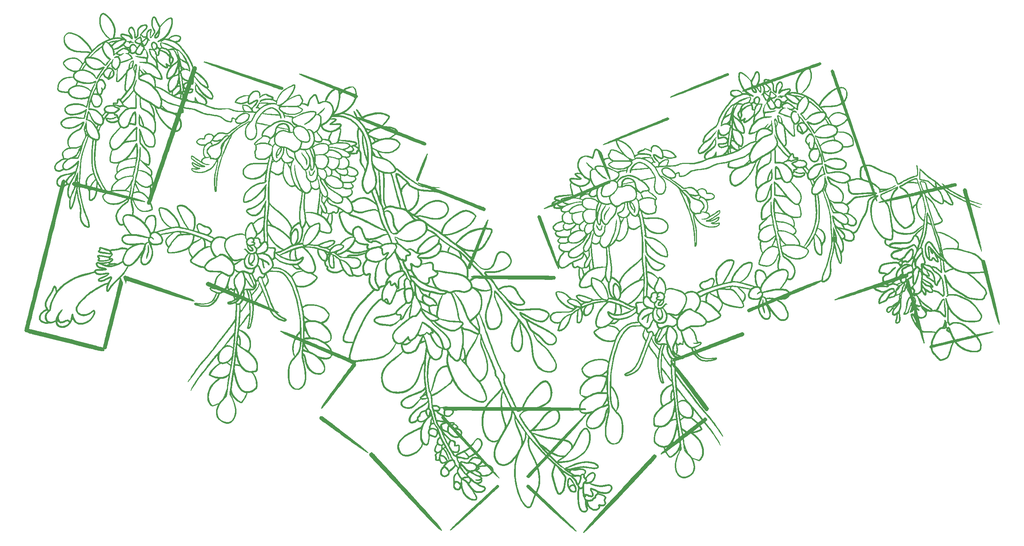
<source format=gbr>
%TF.GenerationSoftware,KiCad,Pcbnew,9.0.1-1.fc42*%
%TF.CreationDate,2025-04-18T11:34:56+10:00*%
%TF.ProjectId,iiwi,69697769-2e6b-4696-9361-645f70636258,0.1*%
%TF.SameCoordinates,Original*%
%TF.FileFunction,Legend,Bot*%
%TF.FilePolarity,Positive*%
%FSLAX46Y46*%
G04 Gerber Fmt 4.6, Leading zero omitted, Abs format (unit mm)*
G04 Created by KiCad (PCBNEW 9.0.1-1.fc42) date 2025-04-18 11:34:56*
%MOMM*%
%LPD*%
G01*
G04 APERTURE LIST*
%ADD10C,0.000000*%
G04 APERTURE END LIST*
D10*
%TO.C,G\u002A\u002A\u002A*%
G36*
X172925791Y-139830399D02*
G01*
X172904082Y-139852109D01*
X172882372Y-139830399D01*
X172904082Y-139808690D01*
X172925791Y-139830399D01*
G37*
G36*
X174575706Y-142175015D02*
G01*
X174553996Y-142196724D01*
X174532287Y-142175015D01*
X174553996Y-142153305D01*
X174575706Y-142175015D01*
G37*
G36*
X172781062Y-139736325D02*
G01*
X172787855Y-139749385D01*
X172752116Y-139765271D01*
X172729130Y-139762138D01*
X172723170Y-139736325D01*
X172729534Y-139731129D01*
X172781062Y-139736325D01*
G37*
G36*
X126141765Y-115032129D02*
G01*
X126163740Y-115103391D01*
X126149301Y-115166859D01*
X126087757Y-115181963D01*
X126047869Y-115164698D01*
X126011774Y-115103391D01*
X126023163Y-115067632D01*
X126087757Y-115024819D01*
X126141765Y-115032129D01*
G37*
G36*
X122482957Y-102707599D02*
G01*
X122554854Y-102824720D01*
X122613319Y-102922672D01*
X122717868Y-103071709D01*
X122850613Y-103245646D01*
X122996266Y-103423733D01*
X123169022Y-103632206D01*
X123389149Y-103921868D01*
X123552873Y-104178416D01*
X123666381Y-104415699D01*
X123735857Y-104647568D01*
X123767487Y-104887874D01*
X123767458Y-105150466D01*
X123763718Y-105213092D01*
X123746088Y-105392922D01*
X123722000Y-105539978D01*
X123695532Y-105627237D01*
X123656259Y-105690115D01*
X123606191Y-105729582D01*
X123564836Y-105699558D01*
X123530172Y-105595707D01*
X123500182Y-105413693D01*
X123472844Y-105149180D01*
X123459491Y-105021443D01*
X123416462Y-104776698D01*
X123346356Y-104547392D01*
X123240999Y-104313919D01*
X123092212Y-104056675D01*
X122891819Y-103756053D01*
X122714613Y-103492076D01*
X122540474Y-103201870D01*
X122428792Y-102970076D01*
X122379896Y-102797311D01*
X122378479Y-102784477D01*
X122384548Y-102685876D01*
X122422782Y-102660784D01*
X122482957Y-102707599D01*
G37*
G36*
X194161403Y-115413569D02*
G01*
X194163995Y-115519021D01*
X194131716Y-115647372D01*
X194034256Y-115865821D01*
X193874265Y-116142823D01*
X193652071Y-116477762D01*
X193549635Y-116627652D01*
X193374851Y-116905160D01*
X193247777Y-117148633D01*
X193160236Y-117377675D01*
X193104051Y-117611892D01*
X193071046Y-117870889D01*
X193060837Y-117979882D01*
X193040759Y-118158504D01*
X193020913Y-118297188D01*
X193004398Y-118372603D01*
X192979040Y-118413588D01*
X192925655Y-118434358D01*
X192916495Y-118430413D01*
X192859395Y-118357712D01*
X192813674Y-118215661D01*
X192782899Y-118019238D01*
X192770635Y-117783417D01*
X192772100Y-117676615D01*
X192796442Y-117434002D01*
X192855377Y-117202779D01*
X192955325Y-116969543D01*
X193102703Y-116720891D01*
X193303929Y-116443422D01*
X193565422Y-116123733D01*
X193682426Y-115981589D01*
X193815864Y-115808132D01*
X193923447Y-115655810D01*
X193989169Y-115546430D01*
X193996019Y-115532707D01*
X194067180Y-115422017D01*
X194125720Y-115381769D01*
X194161403Y-115413569D01*
G37*
G36*
X86766447Y-124175882D02*
G01*
X86806198Y-124267753D01*
X86843639Y-124421163D01*
X86877287Y-124621112D01*
X86905662Y-124852603D01*
X86927282Y-125100637D01*
X86940665Y-125350215D01*
X86944329Y-125586340D01*
X86936794Y-125794012D01*
X86916578Y-125958234D01*
X86913736Y-125972339D01*
X86872844Y-126141901D01*
X86813589Y-126350453D01*
X86741973Y-126580487D01*
X86663997Y-126814498D01*
X86585664Y-127034979D01*
X86512975Y-127224424D01*
X86451930Y-127365326D01*
X86408533Y-127440179D01*
X86396956Y-127452764D01*
X86323757Y-127512548D01*
X86278264Y-127493622D01*
X86246865Y-127391922D01*
X86238418Y-127308292D01*
X86249382Y-127137503D01*
X86290042Y-126907131D01*
X86361696Y-126610346D01*
X86465642Y-126240314D01*
X86522599Y-126042722D01*
X86567121Y-125867779D01*
X86595237Y-125714230D01*
X86610585Y-125555024D01*
X86616807Y-125363107D01*
X86617542Y-125111425D01*
X86618057Y-124908958D01*
X86624608Y-124619969D01*
X86639080Y-124406950D01*
X86662329Y-124263151D01*
X86695209Y-124181821D01*
X86738575Y-124156211D01*
X86766447Y-124175882D01*
G37*
G36*
X125564994Y-106797142D02*
G01*
X125566914Y-106807007D01*
X125566219Y-106993256D01*
X125513349Y-107217010D01*
X125418985Y-107457839D01*
X125293813Y-107695308D01*
X125148514Y-107908986D01*
X124993774Y-108078438D01*
X124840274Y-108183233D01*
X124801010Y-108198562D01*
X124616552Y-108221277D01*
X124447386Y-108167221D01*
X124309445Y-108044635D01*
X124218663Y-107861758D01*
X124202122Y-107797685D01*
X124172132Y-107633296D01*
X124150015Y-107447620D01*
X124136996Y-107262054D01*
X124134299Y-107097997D01*
X124143149Y-106976846D01*
X124164770Y-106920000D01*
X124193766Y-106906975D01*
X124241292Y-106918993D01*
X124282847Y-106987638D01*
X124323285Y-107122837D01*
X124367459Y-107334520D01*
X124372994Y-107363526D01*
X124432126Y-107623498D01*
X124494187Y-107802526D01*
X124561573Y-107905995D01*
X124636680Y-107939288D01*
X124689903Y-107926693D01*
X124803179Y-107843718D01*
X124934281Y-107689354D01*
X125077481Y-107470815D01*
X125227057Y-107195316D01*
X125234767Y-107179930D01*
X125349342Y-106960654D01*
X125435817Y-106817257D01*
X125498028Y-106745218D01*
X125539808Y-106740019D01*
X125564994Y-106797142D01*
G37*
G36*
X191048925Y-119469275D02*
G01*
X191112459Y-119545393D01*
X191200483Y-119693137D01*
X191316833Y-119917025D01*
X191400548Y-120076995D01*
X191547281Y-120321675D01*
X191684453Y-120505378D01*
X191806337Y-120620890D01*
X191907211Y-120660998D01*
X191914719Y-120660706D01*
X191988992Y-120620999D01*
X192055770Y-120510607D01*
X192117451Y-120324145D01*
X192176431Y-120056230D01*
X192200400Y-119934887D01*
X192242006Y-119764619D01*
X192282425Y-119665619D01*
X192326512Y-119627958D01*
X192379120Y-119641709D01*
X192391785Y-119661263D01*
X192406854Y-119753338D01*
X192409949Y-119898386D01*
X192402285Y-120074698D01*
X192385078Y-120260570D01*
X192359543Y-120434293D01*
X192326897Y-120574160D01*
X192250109Y-120741042D01*
X192138878Y-120870573D01*
X192013814Y-120934994D01*
X191954300Y-120946533D01*
X191887559Y-120959016D01*
X191805160Y-120946525D01*
X191679609Y-120886238D01*
X191544477Y-120792247D01*
X191425980Y-120680376D01*
X191324697Y-120547217D01*
X191202049Y-120337729D01*
X191097526Y-120107754D01*
X191019745Y-119879686D01*
X190977329Y-119675920D01*
X190978896Y-119518851D01*
X190979989Y-119513838D01*
X191006046Y-119460262D01*
X191048925Y-119469275D01*
G37*
G36*
X151744343Y-102988189D02*
G01*
X151768884Y-103021872D01*
X151775142Y-103084234D01*
X151762107Y-103189085D01*
X151728770Y-103350236D01*
X151674125Y-103581497D01*
X151665888Y-103615253D01*
X151597883Y-103877839D01*
X151517839Y-104159061D01*
X151423111Y-104466622D01*
X151311055Y-104808220D01*
X151179025Y-105191558D01*
X151024377Y-105624335D01*
X150844466Y-106114252D01*
X150636648Y-106669010D01*
X150398278Y-107296309D01*
X150332861Y-107468223D01*
X150218772Y-107771241D01*
X150111298Y-108060468D01*
X150016618Y-108319105D01*
X149940909Y-108530351D01*
X149890351Y-108677408D01*
X149866602Y-108748001D01*
X149806433Y-108913399D01*
X149753243Y-109042352D01*
X149716353Y-109111596D01*
X149683456Y-109161296D01*
X149635784Y-109268208D01*
X149598676Y-109333686D01*
X149511246Y-109406380D01*
X149396323Y-109447438D01*
X149269827Y-109436584D01*
X149147478Y-109347828D01*
X149139969Y-109340261D01*
X149074787Y-109259171D01*
X149053468Y-109173709D01*
X149065244Y-109044103D01*
X149096597Y-108911868D01*
X149155266Y-108735114D01*
X149227359Y-108558212D01*
X149261629Y-108479649D01*
X149332672Y-108308849D01*
X149424304Y-108082637D01*
X149530463Y-107816148D01*
X149645089Y-107524517D01*
X149762120Y-107222878D01*
X149818426Y-107077048D01*
X149951460Y-106734433D01*
X150088435Y-106383961D01*
X150220617Y-106047875D01*
X150339270Y-105748419D01*
X150435659Y-105507835D01*
X150485661Y-105384786D01*
X150675289Y-104930092D01*
X150858952Y-104507917D01*
X151033564Y-104124351D01*
X151196041Y-103785486D01*
X151343297Y-103497414D01*
X151472249Y-103266227D01*
X151579810Y-103098015D01*
X151662896Y-102998871D01*
X151718422Y-102974886D01*
X151744343Y-102988189D01*
G37*
G36*
X127300247Y-164199431D02*
G01*
X127351720Y-164236100D01*
X127472668Y-164326014D01*
X127656928Y-164464893D01*
X127901611Y-164650524D01*
X128203832Y-164880694D01*
X128560704Y-165153190D01*
X128969341Y-165465799D01*
X129426854Y-165816307D01*
X129930359Y-166202502D01*
X130476967Y-166622171D01*
X131063793Y-167073101D01*
X131687950Y-167553077D01*
X132346551Y-168059889D01*
X133036709Y-168591321D01*
X133755538Y-169145162D01*
X134500150Y-169719198D01*
X134643880Y-169830215D01*
X135375245Y-170401479D01*
X136048022Y-170938522D01*
X136674783Y-171451477D01*
X137268099Y-171950478D01*
X137483009Y-172135593D01*
X137682942Y-172314067D01*
X137825633Y-172451759D01*
X137917120Y-172555665D01*
X137963437Y-172632779D01*
X137970621Y-172690098D01*
X137944709Y-172734616D01*
X137924796Y-172749823D01*
X137891959Y-172757614D01*
X137843606Y-172749265D01*
X137772654Y-172720761D01*
X137672020Y-172668082D01*
X137534621Y-172587213D01*
X137353373Y-172474136D01*
X137121193Y-172324834D01*
X136830999Y-172135290D01*
X136475706Y-171901486D01*
X136354237Y-171820971D01*
X136091918Y-171644629D01*
X135795715Y-171442441D01*
X135462623Y-171212270D01*
X135089639Y-170951982D01*
X134673756Y-170659439D01*
X134211972Y-170332508D01*
X133701282Y-169969052D01*
X133138681Y-169566935D01*
X132521164Y-169124023D01*
X131845728Y-168638179D01*
X131109369Y-168107267D01*
X130309081Y-167529154D01*
X129441860Y-166901701D01*
X129357860Y-166840896D01*
X128961416Y-166554226D01*
X128581765Y-166280186D01*
X128225592Y-166023573D01*
X127899585Y-165789184D01*
X127610429Y-165581815D01*
X127364811Y-165406262D01*
X127169416Y-165267322D01*
X127030931Y-165169791D01*
X126956042Y-165118465D01*
X126790086Y-164989552D01*
X126646887Y-164813348D01*
X126581736Y-164629570D01*
X126598832Y-164446122D01*
X126650028Y-164340894D01*
X126779079Y-164212179D01*
X126945753Y-164140320D01*
X127127120Y-164133383D01*
X127300247Y-164199431D01*
G37*
G36*
X221655638Y-84235660D02*
G01*
X221782566Y-84290214D01*
X221878624Y-84397922D01*
X221916674Y-84530783D01*
X221914820Y-84570445D01*
X221869043Y-84705580D01*
X221755016Y-84814402D01*
X221563580Y-84906661D01*
X221558852Y-84908443D01*
X221478908Y-84939272D01*
X221324962Y-84999168D01*
X221103040Y-85085769D01*
X220819168Y-85196717D01*
X220479375Y-85329653D01*
X220089685Y-85482216D01*
X219656127Y-85652049D01*
X219184727Y-85836790D01*
X218681511Y-86034082D01*
X218152506Y-86241564D01*
X217603740Y-86456878D01*
X217471272Y-86508858D01*
X216536045Y-86875571D01*
X215676225Y-87212193D01*
X214887167Y-87520511D01*
X214164228Y-87802310D01*
X213502762Y-88059377D01*
X212898125Y-88293499D01*
X212345674Y-88506462D01*
X211840762Y-88700053D01*
X211378747Y-88876057D01*
X210954982Y-89036261D01*
X210564825Y-89182452D01*
X210203631Y-89316417D01*
X209866755Y-89439940D01*
X209549552Y-89554810D01*
X209528229Y-89562477D01*
X209231163Y-89668399D01*
X208959353Y-89763720D01*
X208724066Y-89844611D01*
X208536567Y-89907245D01*
X208408122Y-89947793D01*
X208349997Y-89962427D01*
X208257231Y-89934727D01*
X208213028Y-89863831D01*
X208236869Y-89778383D01*
X208244517Y-89769841D01*
X208299201Y-89728721D01*
X208397401Y-89671433D01*
X208541191Y-89597111D01*
X208732642Y-89504886D01*
X208973826Y-89393890D01*
X209266815Y-89263257D01*
X209613680Y-89112119D01*
X210016494Y-88939607D01*
X210477329Y-88744855D01*
X210998256Y-88526995D01*
X211581348Y-88285158D01*
X212228676Y-88018478D01*
X212942312Y-87726087D01*
X213724328Y-87407117D01*
X214576797Y-87060700D01*
X215501789Y-86685969D01*
X216501377Y-86282057D01*
X217577633Y-85848096D01*
X218732629Y-85383217D01*
X218749795Y-85376313D01*
X219161111Y-85210701D01*
X219560199Y-85049681D01*
X219937292Y-84897217D01*
X220282624Y-84757271D01*
X220586429Y-84633805D01*
X220838940Y-84530784D01*
X221030390Y-84452170D01*
X221151013Y-84401925D01*
X221260405Y-84356796D01*
X221426835Y-84293083D01*
X221556710Y-84249498D01*
X221628620Y-84233587D01*
X221655638Y-84235660D01*
G37*
G36*
X99875131Y-81540441D02*
G01*
X100082271Y-81587843D01*
X100364873Y-81662177D01*
X100720540Y-81762679D01*
X101146873Y-81888580D01*
X101641476Y-82039116D01*
X102201949Y-82213520D01*
X102825895Y-82411025D01*
X103510916Y-82630866D01*
X104254614Y-82872276D01*
X105054591Y-83134489D01*
X105908450Y-83416738D01*
X106813791Y-83718258D01*
X107768218Y-84038281D01*
X108769332Y-84376043D01*
X109814736Y-84730776D01*
X110902031Y-85101714D01*
X111019940Y-85142032D01*
X111654883Y-85358760D01*
X112290142Y-85574981D01*
X112919374Y-85788570D01*
X113536236Y-85997399D01*
X114134384Y-86199344D01*
X114707474Y-86392278D01*
X115249163Y-86574075D01*
X115753107Y-86742609D01*
X116212962Y-86895753D01*
X116622386Y-87031383D01*
X116975034Y-87147371D01*
X117264563Y-87241592D01*
X117484629Y-87311920D01*
X117628889Y-87356229D01*
X117644542Y-87360887D01*
X117828122Y-87425130D01*
X117980124Y-87494861D01*
X118073931Y-87558011D01*
X118098804Y-87585397D01*
X118167004Y-87729638D01*
X118154720Y-87889072D01*
X118062274Y-88050145D01*
X117960541Y-88139323D01*
X117825370Y-88181610D01*
X117652380Y-88165921D01*
X117427313Y-88093222D01*
X117269455Y-88033002D01*
X117025666Y-87943299D01*
X116704924Y-87827541D01*
X116309938Y-87686678D01*
X115843413Y-87521658D01*
X115308057Y-87333431D01*
X114706578Y-87122946D01*
X114041682Y-86891152D01*
X113316076Y-86639000D01*
X112532468Y-86367438D01*
X111693565Y-86077416D01*
X110802073Y-85769882D01*
X110412391Y-85635554D01*
X109417315Y-85292137D01*
X108497869Y-84974156D01*
X107649216Y-84679878D01*
X106866519Y-84407572D01*
X106144940Y-84155505D01*
X105479641Y-83921947D01*
X104865786Y-83705164D01*
X104298537Y-83503427D01*
X103773056Y-83315001D01*
X103284506Y-83138157D01*
X102828049Y-82971162D01*
X102398848Y-82812284D01*
X101992066Y-82659791D01*
X101602864Y-82511952D01*
X101226407Y-82367035D01*
X100857855Y-82223308D01*
X100492372Y-82079039D01*
X100241573Y-81978799D01*
X100015399Y-81885874D01*
X99852298Y-81814436D01*
X99742481Y-81759521D01*
X99676161Y-81716167D01*
X99643547Y-81679410D01*
X99634851Y-81644288D01*
X99648341Y-81583320D01*
X99704061Y-81523388D01*
X99745852Y-81520739D01*
X99875131Y-81540441D01*
G37*
G36*
X81473049Y-131442232D02*
G01*
X81643309Y-131499877D01*
X81667141Y-131509140D01*
X81773702Y-131547663D01*
X81951733Y-131610336D01*
X82193985Y-131694661D01*
X82493210Y-131798139D01*
X82842160Y-131918273D01*
X83233586Y-132052566D01*
X83660240Y-132198518D01*
X84114872Y-132353633D01*
X84590236Y-132515412D01*
X84965369Y-132642950D01*
X85969493Y-132984679D01*
X86898901Y-133301552D01*
X87759237Y-133595535D01*
X88556146Y-133868593D01*
X89295273Y-134122691D01*
X89982261Y-134359795D01*
X90622755Y-134581871D01*
X91222398Y-134790883D01*
X91786837Y-134988797D01*
X92321714Y-135177580D01*
X92832675Y-135359195D01*
X93325363Y-135535609D01*
X93805423Y-135708787D01*
X94278499Y-135880695D01*
X94750236Y-136053297D01*
X95371032Y-136284242D01*
X95913064Y-136492619D01*
X96375575Y-136678382D01*
X96760463Y-136842465D01*
X97069632Y-136985798D01*
X97304982Y-137109315D01*
X97468415Y-137213946D01*
X97561831Y-137300625D01*
X97587133Y-137370282D01*
X97546221Y-137423850D01*
X97511887Y-137438668D01*
X97430281Y-137451016D01*
X97313432Y-137449082D01*
X97159112Y-137432192D01*
X96965091Y-137399674D01*
X96729140Y-137350853D01*
X96449031Y-137285057D01*
X96122534Y-137201611D01*
X95747419Y-137099841D01*
X95321459Y-136979076D01*
X94842424Y-136838640D01*
X94308085Y-136677861D01*
X93716212Y-136496064D01*
X93064577Y-136292577D01*
X92350950Y-136066726D01*
X91573103Y-135817837D01*
X90728806Y-135545238D01*
X89815830Y-135248253D01*
X88831947Y-134926210D01*
X87774926Y-134578436D01*
X86642540Y-134204256D01*
X85432558Y-133802997D01*
X84142753Y-133373986D01*
X83880951Y-133287070D01*
X83440782Y-133142274D01*
X83037220Y-133011228D01*
X82676780Y-132895964D01*
X82365976Y-132798514D01*
X82111323Y-132720909D01*
X81919334Y-132665182D01*
X81796526Y-132633365D01*
X81749411Y-132627489D01*
X81746987Y-132630620D01*
X81718432Y-132698150D01*
X81679764Y-132823104D01*
X81638628Y-132981083D01*
X81632046Y-133008269D01*
X81593910Y-133154180D01*
X81562295Y-133256980D01*
X81543489Y-133295869D01*
X81522613Y-133273033D01*
X81472732Y-133184422D01*
X81403887Y-133044494D01*
X81323473Y-132869818D01*
X81238890Y-132676962D01*
X81157534Y-132482495D01*
X81086804Y-132302986D01*
X81034097Y-132155003D01*
X80988165Y-132001047D01*
X80957914Y-131829552D01*
X80974319Y-131703665D01*
X81041074Y-131604865D01*
X81161876Y-131514632D01*
X81205614Y-131489015D01*
X81338323Y-131438269D01*
X81473049Y-131442232D01*
G37*
G36*
X138929194Y-172640098D02*
G01*
X139104961Y-172768832D01*
X139303199Y-172972321D01*
X139321289Y-172992747D01*
X139410100Y-173091512D01*
X139550858Y-173246828D01*
X139738562Y-173453219D01*
X139968212Y-173705208D01*
X140234809Y-173997319D01*
X140533351Y-174324074D01*
X140858839Y-174679997D01*
X141206272Y-175059611D01*
X141570650Y-175457440D01*
X141946973Y-175868006D01*
X142365427Y-176324404D01*
X143432128Y-177488179D01*
X144440227Y-178588547D01*
X145389968Y-179625776D01*
X146281595Y-180600132D01*
X147115351Y-181511882D01*
X147891480Y-182361295D01*
X148610226Y-183148636D01*
X149271831Y-183874173D01*
X149876541Y-184538173D01*
X150424598Y-185140903D01*
X150916245Y-185682629D01*
X151351727Y-186163620D01*
X151731287Y-186584142D01*
X152055169Y-186944463D01*
X152323615Y-187244848D01*
X152324340Y-187245662D01*
X152846391Y-187835235D01*
X153309246Y-188364743D01*
X153714458Y-188836173D01*
X154063578Y-189251509D01*
X154358157Y-189612735D01*
X154599746Y-189921837D01*
X154789897Y-190180800D01*
X154930162Y-190391608D01*
X155022091Y-190556246D01*
X155067236Y-190676700D01*
X155067150Y-190754954D01*
X155062340Y-190766543D01*
X155027349Y-190810200D01*
X154970305Y-190815422D01*
X154880058Y-190777905D01*
X154745453Y-190693345D01*
X154555339Y-190557439D01*
X154453693Y-190479084D01*
X154330161Y-190376584D01*
X154186805Y-190250940D01*
X154022004Y-190100451D01*
X153834137Y-189923418D01*
X153621581Y-189718139D01*
X153382715Y-189482915D01*
X153115919Y-189216043D01*
X152819571Y-188915824D01*
X152492049Y-188580557D01*
X152131732Y-188208542D01*
X151736998Y-187798077D01*
X151306227Y-187347462D01*
X150837798Y-186854996D01*
X150330087Y-186318979D01*
X149781475Y-185737710D01*
X149190340Y-185109489D01*
X148555060Y-184432614D01*
X147874014Y-183705386D01*
X147145582Y-182926103D01*
X146368140Y-182093064D01*
X145540069Y-181204570D01*
X144659746Y-180258920D01*
X143725551Y-179254412D01*
X142735861Y-178189347D01*
X141689056Y-177062023D01*
X141404233Y-176755314D01*
X141012868Y-176334256D01*
X140634383Y-175927483D01*
X140273907Y-175540485D01*
X139936566Y-175178752D01*
X139627488Y-174847772D01*
X139351800Y-174553035D01*
X139114630Y-174300032D01*
X138921106Y-174094251D01*
X138776353Y-173941182D01*
X138685500Y-173846314D01*
X138661872Y-173821900D01*
X138509029Y-173657912D01*
X138378317Y-173507709D01*
X138282961Y-173387028D01*
X138236186Y-173311607D01*
X138209242Y-173222786D01*
X138198760Y-173014684D01*
X138259894Y-172829656D01*
X138385205Y-172683840D01*
X138567255Y-172593371D01*
X138602333Y-172584886D01*
X138765214Y-172580617D01*
X138929194Y-172640098D01*
G37*
G36*
X204750292Y-173099935D02*
G01*
X204912651Y-173193337D01*
X205025699Y-173338362D01*
X205041756Y-173372905D01*
X205066878Y-173437028D01*
X205079350Y-173499863D01*
X205074932Y-173567297D01*
X205049388Y-173645217D01*
X204998480Y-173739511D01*
X204917972Y-173856066D01*
X204803625Y-174000770D01*
X204651203Y-174179509D01*
X204456468Y-174398172D01*
X204215183Y-174662645D01*
X203923110Y-174978816D01*
X203576013Y-175352572D01*
X203564816Y-175364617D01*
X202981019Y-175992299D01*
X202441213Y-176571920D01*
X201932410Y-177117345D01*
X201441623Y-177642442D01*
X200955866Y-178161075D01*
X200462152Y-178687112D01*
X199947493Y-179234417D01*
X199398904Y-179816857D01*
X198803398Y-180448298D01*
X198602400Y-180661343D01*
X198250746Y-181034187D01*
X197887109Y-181419864D01*
X197523421Y-181805711D01*
X197171615Y-182179065D01*
X196843623Y-182527263D01*
X196551380Y-182837644D01*
X196306817Y-183097545D01*
X195814007Y-183619895D01*
X194919209Y-184561054D01*
X193986530Y-185533418D01*
X193032618Y-186519660D01*
X192074125Y-187502451D01*
X191842100Y-187739451D01*
X191558356Y-188029539D01*
X191282321Y-188312006D01*
X191024614Y-188575975D01*
X190795851Y-188810571D01*
X190606650Y-189004917D01*
X190467629Y-189148135D01*
X190306264Y-189312455D01*
X190048052Y-189569002D01*
X189759274Y-189850256D01*
X189455154Y-190141762D01*
X189150916Y-190429065D01*
X188861783Y-190697710D01*
X188602979Y-190933240D01*
X188389726Y-191121201D01*
X188236599Y-191248099D01*
X188111409Y-191336180D01*
X188029248Y-191367783D01*
X187980978Y-191346151D01*
X187957462Y-191274522D01*
X187975346Y-191203339D01*
X188052127Y-191065954D01*
X188188160Y-190867620D01*
X188382808Y-190609066D01*
X188635439Y-190291017D01*
X188945417Y-189914201D01*
X189312110Y-189479345D01*
X189734882Y-188987177D01*
X190213100Y-188438424D01*
X190746129Y-187833813D01*
X191333336Y-187174071D01*
X191974086Y-186459926D01*
X192667744Y-185692105D01*
X193413677Y-184871335D01*
X194211251Y-183998343D01*
X195059832Y-183073858D01*
X195958784Y-182098604D01*
X196030558Y-182020886D01*
X196340324Y-181685363D01*
X196658221Y-181340889D01*
X196973071Y-180999585D01*
X197273695Y-180673573D01*
X197548917Y-180374973D01*
X197787559Y-180115907D01*
X197978443Y-179908495D01*
X198084969Y-179792764D01*
X198508417Y-179334384D01*
X198985020Y-178820791D01*
X199509319Y-178257830D01*
X200075857Y-177651347D01*
X200679178Y-177007184D01*
X201313822Y-176331188D01*
X201974333Y-175629203D01*
X202063833Y-175534126D01*
X202359475Y-175219284D01*
X202652811Y-174905799D01*
X202934278Y-174603958D01*
X203194313Y-174324048D01*
X203423354Y-174076357D01*
X203611839Y-173871170D01*
X203750205Y-173718775D01*
X203867272Y-173589930D01*
X204027941Y-173417903D01*
X204166851Y-173274700D01*
X204272146Y-173172456D01*
X204331971Y-173123305D01*
X204380720Y-173099952D01*
X204564393Y-173066144D01*
X204750292Y-173099935D01*
G37*
G36*
X186052618Y-180059954D02*
G01*
X186141873Y-180199978D01*
X186196680Y-180288651D01*
X186329658Y-180562760D01*
X186420025Y-180845820D01*
X186465979Y-181122075D01*
X186465948Y-181152306D01*
X186465718Y-181375769D01*
X186417442Y-181591145D01*
X186319349Y-181752447D01*
X186298995Y-181772571D01*
X186178749Y-181864860D01*
X186061610Y-181922162D01*
X185929041Y-181951198D01*
X185632127Y-181958662D01*
X185338898Y-181895997D01*
X185078412Y-181767764D01*
X185032086Y-181733529D01*
X184857613Y-181559836D01*
X184699487Y-181337608D01*
X184579734Y-181096495D01*
X184558431Y-181044862D01*
X184492966Y-180911875D01*
X184467146Y-180871883D01*
X184930186Y-180871883D01*
X184973809Y-180968361D01*
X184979009Y-180978240D01*
X185086336Y-181141026D01*
X185225903Y-181302149D01*
X185373519Y-181436530D01*
X185504995Y-181519088D01*
X185586720Y-181548854D01*
X185775586Y-181572906D01*
X185951432Y-181521667D01*
X186011492Y-181474107D01*
X186067906Y-181343396D01*
X186070565Y-181152306D01*
X186018886Y-180906162D01*
X185969314Y-180763384D01*
X185862076Y-180568827D01*
X185732747Y-180447259D01*
X185587013Y-180405271D01*
X185570464Y-180405974D01*
X185433767Y-180442150D01*
X185270381Y-180521244D01*
X185109973Y-180626736D01*
X184982207Y-180742104D01*
X184980573Y-180743953D01*
X184931946Y-180810392D01*
X184930186Y-180871883D01*
X184467146Y-180871883D01*
X184432195Y-180817750D01*
X184370625Y-180735161D01*
X184314577Y-180624858D01*
X184276253Y-180489028D01*
X184252828Y-180312404D01*
X184241476Y-180079717D01*
X184239781Y-179834493D01*
X184607917Y-179834493D01*
X184611759Y-180075480D01*
X184633318Y-180285869D01*
X184638793Y-180315915D01*
X184664548Y-180410551D01*
X184689845Y-180448690D01*
X184700139Y-180445121D01*
X184760039Y-180399555D01*
X184844359Y-180318323D01*
X185035079Y-180165323D01*
X185279260Y-180054412D01*
X185532290Y-180014502D01*
X185737013Y-180014502D01*
X185351693Y-179504331D01*
X185345988Y-179496778D01*
X185171225Y-179267100D01*
X185039687Y-179099942D01*
X184943553Y-178987947D01*
X184875005Y-178923755D01*
X184826221Y-178900008D01*
X184789383Y-178909348D01*
X184756670Y-178944417D01*
X184730463Y-178991403D01*
X184683065Y-179141362D01*
X184645533Y-179346092D01*
X184619829Y-179584249D01*
X184607917Y-179834493D01*
X184239781Y-179834493D01*
X184239374Y-179775698D01*
X184240616Y-179610176D01*
X184245516Y-179388149D01*
X184255765Y-179222700D01*
X184273483Y-179094820D01*
X184300793Y-178985505D01*
X184339816Y-178875747D01*
X184420435Y-178702756D01*
X184537486Y-178550732D01*
X184676139Y-178473886D01*
X184844253Y-178465834D01*
X184960266Y-178494428D01*
X185071176Y-178561994D01*
X185197428Y-178685707D01*
X185226775Y-178720178D01*
X185314395Y-178836380D01*
X185422998Y-178992375D01*
X185542514Y-179172285D01*
X185662877Y-179360232D01*
X185774018Y-179540339D01*
X185865870Y-179696727D01*
X185928364Y-179813518D01*
X185951432Y-179874834D01*
X185952959Y-179881609D01*
X185985775Y-179947220D01*
X186025668Y-180014502D01*
X186052618Y-180059954D01*
G37*
G36*
X168177848Y-180154913D02*
G01*
X168310032Y-180225056D01*
X168398234Y-180331916D01*
X168425747Y-180453673D01*
X168410894Y-180590929D01*
X168354608Y-180692026D01*
X168348073Y-180697965D01*
X168286555Y-180753593D01*
X168171499Y-180857483D01*
X168011434Y-181001938D01*
X167814889Y-181179262D01*
X167590393Y-181381758D01*
X167346475Y-181601731D01*
X167270583Y-181670180D01*
X167034076Y-181883669D01*
X166821182Y-182076108D01*
X166640082Y-182240083D01*
X166498958Y-182368180D01*
X166405993Y-182452986D01*
X166369367Y-182487088D01*
X166360378Y-182496381D01*
X166335515Y-182520519D01*
X166292787Y-182560851D01*
X166228000Y-182621237D01*
X166136955Y-182705539D01*
X166015457Y-182817619D01*
X165859311Y-182961337D01*
X165664319Y-183140555D01*
X165426285Y-183359134D01*
X165141013Y-183620935D01*
X164804307Y-183929820D01*
X164411971Y-184289649D01*
X163959808Y-184704284D01*
X163785630Y-184864007D01*
X163516373Y-185110946D01*
X163249193Y-185356013D01*
X162999571Y-185585005D01*
X162782991Y-185783719D01*
X162614936Y-185937952D01*
X162585433Y-185965032D01*
X162381636Y-186151996D01*
X162173100Y-186343162D01*
X161982721Y-186517549D01*
X161833397Y-186654172D01*
X161787808Y-186695843D01*
X161616187Y-186852733D01*
X161446972Y-187007446D01*
X161311011Y-187131779D01*
X161309663Y-187133012D01*
X161190761Y-187241266D01*
X161028717Y-187388147D01*
X160844663Y-187554528D01*
X160659729Y-187721283D01*
X160620284Y-187756812D01*
X160463431Y-187898384D01*
X160333383Y-188016212D01*
X160242735Y-188098862D01*
X160204082Y-188134903D01*
X160192223Y-188146923D01*
X160110590Y-188223628D01*
X159974528Y-188347007D01*
X159792947Y-188509269D01*
X159574759Y-188702624D01*
X159328872Y-188919283D01*
X159064197Y-189151456D01*
X158789644Y-189391354D01*
X158514125Y-189631186D01*
X158246548Y-189863163D01*
X157995825Y-190079496D01*
X157770866Y-190272393D01*
X157580580Y-190434067D01*
X157433879Y-190556726D01*
X157396112Y-190587429D01*
X157265643Y-190686731D01*
X157161237Y-190756208D01*
X157102700Y-190782365D01*
X157101969Y-190782361D01*
X157027907Y-190750855D01*
X156967948Y-190682388D01*
X156954421Y-190613727D01*
X156986074Y-190571941D01*
X157073503Y-190475145D01*
X157209080Y-190332000D01*
X157385508Y-190149928D01*
X157595486Y-189936347D01*
X157831717Y-189698679D01*
X158086901Y-189444345D01*
X158353741Y-189180763D01*
X158624937Y-188915357D01*
X158677871Y-188863811D01*
X158882048Y-188665074D01*
X159069322Y-188483040D01*
X159244715Y-188312958D01*
X159413249Y-188150080D01*
X159579947Y-187989656D01*
X159749831Y-187826937D01*
X159927922Y-187657174D01*
X160119242Y-187475618D01*
X160328815Y-187277518D01*
X160561661Y-187058128D01*
X160822803Y-186812695D01*
X161117264Y-186536473D01*
X161450064Y-186224711D01*
X161826226Y-185872660D01*
X162250773Y-185475571D01*
X162728726Y-185028695D01*
X163265108Y-184527282D01*
X163335425Y-184461532D01*
X163505624Y-184302301D01*
X163694628Y-184125391D01*
X163872971Y-183958379D01*
X163915543Y-183918538D01*
X164049269Y-183793596D01*
X164233697Y-183621462D01*
X164460068Y-183410304D01*
X164719618Y-183168295D01*
X165003585Y-182903603D01*
X165303208Y-182624401D01*
X165609723Y-182338859D01*
X165734900Y-182222195D01*
X166046144Y-181931539D01*
X166350551Y-181646502D01*
X166638654Y-181375994D01*
X166900985Y-181128926D01*
X167128078Y-180914207D01*
X167310464Y-180740750D01*
X167438676Y-180617463D01*
X167486492Y-180571349D01*
X167651807Y-180417340D01*
X167799713Y-180287382D01*
X167915603Y-180193984D01*
X167984873Y-180149657D01*
X168037736Y-180137383D01*
X168177848Y-180154913D01*
G37*
G36*
X86588448Y-73506667D02*
G01*
X86497777Y-73768690D01*
X86473661Y-73816829D01*
X86405969Y-73925319D01*
X86308585Y-74050739D01*
X86172685Y-74203258D01*
X85989445Y-74393040D01*
X85750042Y-74630254D01*
X85112892Y-75253014D01*
X85242333Y-75309106D01*
X85301479Y-75341969D01*
X85422759Y-75432308D01*
X85543406Y-75543867D01*
X85629962Y-75630040D01*
X85717039Y-75692172D01*
X85814774Y-75717632D01*
X85960824Y-75722536D01*
X86206609Y-75722536D01*
X86229225Y-75320912D01*
X86254394Y-75060361D01*
X86316047Y-74790180D01*
X86418337Y-74563301D01*
X86568986Y-74357839D01*
X86727280Y-74207971D01*
X86932316Y-74070391D01*
X87142559Y-73977244D01*
X87331830Y-73942773D01*
X87409453Y-73946002D01*
X87491587Y-73967638D01*
X87541854Y-74019006D01*
X87561976Y-74110894D01*
X87553674Y-74254087D01*
X87518671Y-74459373D01*
X87458687Y-74737537D01*
X87432419Y-74860677D01*
X87385742Y-75113035D01*
X87347895Y-75359798D01*
X87325237Y-75561702D01*
X87297522Y-75917921D01*
X87401712Y-75744245D01*
X87445903Y-75672493D01*
X87538644Y-75526238D01*
X87653302Y-75348548D01*
X87774558Y-75163294D01*
X87865717Y-75021640D01*
X87963392Y-74861018D01*
X88034351Y-74733877D01*
X88067478Y-74659341D01*
X88068120Y-74656613D01*
X88060053Y-74569399D01*
X88002659Y-74438320D01*
X87891485Y-74253098D01*
X87668053Y-73850644D01*
X87518505Y-73439329D01*
X87436199Y-72998200D01*
X87417034Y-72683704D01*
X87425402Y-72347172D01*
X87459324Y-72016432D01*
X87515933Y-71711457D01*
X87592364Y-71452220D01*
X87685752Y-71258696D01*
X87711388Y-71224841D01*
X87842942Y-71121419D01*
X88005624Y-71061456D01*
X88161798Y-71060611D01*
X88169099Y-71062400D01*
X88267755Y-71093682D01*
X88355055Y-71140755D01*
X88437347Y-71212833D01*
X88520984Y-71319128D01*
X88612316Y-71468853D01*
X88717693Y-71671222D01*
X88843468Y-71935447D01*
X88995991Y-72270741D01*
X89006429Y-72293703D01*
X89101873Y-72489939D01*
X89217230Y-72710431D01*
X89329841Y-72911677D01*
X89527119Y-73248682D01*
X89734744Y-72955096D01*
X89818852Y-72841981D01*
X90059649Y-72559128D01*
X90342528Y-72270703D01*
X90649608Y-71992384D01*
X90963008Y-71739846D01*
X91264847Y-71528766D01*
X91537244Y-71374820D01*
X91590819Y-71350182D01*
X91839624Y-71266092D01*
X92045802Y-71253765D01*
X92210664Y-71314502D01*
X92335523Y-71449608D01*
X92421691Y-71660384D01*
X92470480Y-71948134D01*
X92483201Y-72314160D01*
X92481982Y-72376662D01*
X92449125Y-72792001D01*
X92370498Y-73214283D01*
X92242245Y-73657175D01*
X92060510Y-74134344D01*
X91821437Y-74659457D01*
X91742479Y-74817009D01*
X91503650Y-75232461D01*
X91246078Y-75585619D01*
X90955208Y-75894828D01*
X90616488Y-76178433D01*
X90608710Y-76189549D01*
X90648648Y-76207214D01*
X90768535Y-76216748D01*
X90971660Y-76218520D01*
X91384452Y-76215188D01*
X91685673Y-75924384D01*
X91819372Y-75802816D01*
X92064701Y-75623441D01*
X92323132Y-75497200D01*
X92611677Y-75418534D01*
X92947349Y-75381889D01*
X93347159Y-75381706D01*
X93433285Y-75385242D01*
X93630605Y-75398596D01*
X93775776Y-75420674D01*
X93894480Y-75456467D01*
X94012395Y-75510965D01*
X94121865Y-75574597D01*
X94294959Y-75726301D01*
X94393414Y-75909755D01*
X94424595Y-76136133D01*
X94422115Y-76167477D01*
X94409941Y-76321330D01*
X94325954Y-76580395D01*
X94167483Y-76794843D01*
X93934562Y-76964634D01*
X93627226Y-77089728D01*
X93459430Y-77139760D01*
X93757483Y-77361510D01*
X93921853Y-77488341D01*
X94168122Y-77704863D01*
X94341034Y-77900513D01*
X94445990Y-78080933D01*
X94479162Y-78144030D01*
X94567383Y-78277169D01*
X94687642Y-78437194D01*
X94823876Y-78601958D01*
X95154927Y-78998959D01*
X95536347Y-79495985D01*
X95899731Y-80011002D01*
X96235492Y-80529118D01*
X96534044Y-81035440D01*
X96785801Y-81515076D01*
X96981174Y-81953134D01*
X97031744Y-82084031D01*
X97101467Y-82277574D01*
X97155099Y-82442377D01*
X97183952Y-82552747D01*
X97202214Y-82633793D01*
X97234671Y-82690186D01*
X97284702Y-82686831D01*
X97385417Y-82651550D01*
X97590105Y-82633726D01*
X97776985Y-82682598D01*
X97930156Y-82789046D01*
X98033720Y-82943952D01*
X98060635Y-83081338D01*
X98071774Y-83138198D01*
X98062095Y-83222760D01*
X98022514Y-83387393D01*
X97958774Y-83589445D01*
X97877776Y-83805188D01*
X97876243Y-83825156D01*
X97902758Y-83872545D01*
X97972369Y-83942204D01*
X98092473Y-84040445D01*
X98270466Y-84173581D01*
X98513745Y-84347923D01*
X98868937Y-84611044D01*
X99266278Y-84935502D01*
X99624701Y-85261726D01*
X99934284Y-85580048D01*
X100185106Y-85880797D01*
X100367245Y-86154306D01*
X100420935Y-86253636D01*
X100538999Y-86499609D01*
X100644248Y-86754602D01*
X100729029Y-86997561D01*
X100785689Y-87207428D01*
X100806578Y-87363151D01*
X100806582Y-87364883D01*
X100805418Y-87378027D01*
X100793415Y-87513559D01*
X100759218Y-87651673D01*
X100712507Y-87753840D01*
X100661800Y-87794673D01*
X100658442Y-87803382D01*
X100696271Y-87857136D01*
X100781370Y-87948949D01*
X100902410Y-88066041D01*
X100951047Y-88111594D01*
X101310105Y-88481835D01*
X101585535Y-88834734D01*
X101778333Y-89171732D01*
X101889494Y-89494270D01*
X101892931Y-89510991D01*
X101903057Y-89692369D01*
X101899038Y-89724758D01*
X101877721Y-89896561D01*
X101824059Y-90096226D01*
X101749206Y-90264017D01*
X101660298Y-90372591D01*
X101598829Y-90413120D01*
X101528051Y-90435134D01*
X101430823Y-90432266D01*
X101278074Y-90407146D01*
X101244001Y-90400479D01*
X100860552Y-90283615D01*
X100463890Y-90091534D01*
X100063545Y-89831884D01*
X99669048Y-89512314D01*
X99289927Y-89140473D01*
X98935714Y-88724009D01*
X98615937Y-88270570D01*
X98530384Y-88132480D01*
X98411641Y-87934263D01*
X98281561Y-87712122D01*
X98156159Y-87493136D01*
X97876390Y-86997925D01*
X97864077Y-87433338D01*
X97862425Y-87532468D01*
X97873242Y-87787576D01*
X97912470Y-88011653D01*
X97987094Y-88214785D01*
X98104098Y-88407054D01*
X98270468Y-88598546D01*
X98493187Y-88799346D01*
X98779240Y-89019536D01*
X99135612Y-89269203D01*
X99244073Y-89343711D01*
X99584451Y-89591176D01*
X99856294Y-89814636D01*
X100068291Y-90022370D01*
X100229129Y-90222654D01*
X100347497Y-90423768D01*
X100416330Y-90590070D01*
X100475433Y-90814756D01*
X100499405Y-91031738D01*
X100489342Y-91226233D01*
X100446336Y-91383460D01*
X100371481Y-91488637D01*
X100265871Y-91526980D01*
X100171960Y-91538039D01*
X100143527Y-91572788D01*
X100193273Y-91625519D01*
X100319283Y-91690375D01*
X100557078Y-91786787D01*
X101182372Y-92009684D01*
X101834372Y-92203194D01*
X102470875Y-92354294D01*
X102508613Y-92361909D01*
X102657090Y-92389199D01*
X102800450Y-92409429D01*
X102954015Y-92423399D01*
X103133105Y-92431903D01*
X103353041Y-92435738D01*
X103629143Y-92435701D01*
X103976731Y-92432589D01*
X104015158Y-92432152D01*
X104411997Y-92427524D01*
X104735383Y-92424573D01*
X104997629Y-92424683D01*
X105211048Y-92429237D01*
X105387952Y-92439620D01*
X105540655Y-92457214D01*
X105681470Y-92483404D01*
X105822709Y-92519574D01*
X105976684Y-92567108D01*
X106155710Y-92627388D01*
X106372099Y-92701800D01*
X107155523Y-92970194D01*
X108081691Y-93019677D01*
X108118919Y-93021661D01*
X108416533Y-93036910D01*
X108638290Y-93046517D01*
X108793940Y-93050302D01*
X108893236Y-93048086D01*
X108945929Y-93039688D01*
X108961773Y-93024928D01*
X108950517Y-93003626D01*
X108922407Y-92968290D01*
X108823684Y-92798985D01*
X108730672Y-92578951D01*
X108652693Y-92336060D01*
X108599070Y-92098183D01*
X108579125Y-91893192D01*
X108579380Y-91886058D01*
X108839637Y-91886058D01*
X108851896Y-91969610D01*
X108886914Y-92113227D01*
X108936855Y-92287742D01*
X108993828Y-92467116D01*
X109049943Y-92625312D01*
X109097308Y-92736292D01*
X109106988Y-92754503D01*
X109192670Y-92886582D01*
X109284192Y-92993247D01*
X109303042Y-93010101D01*
X109350386Y-93042841D01*
X109412623Y-93066814D01*
X109504135Y-93084252D01*
X109639304Y-93097390D01*
X109832512Y-93108463D01*
X110098143Y-93119705D01*
X110806440Y-93147590D01*
X110775365Y-93023780D01*
X110711690Y-92866151D01*
X110582886Y-92673500D01*
X110385114Y-92445730D01*
X110255250Y-92317568D01*
X109936868Y-92077014D01*
X109591935Y-91915158D01*
X109471126Y-91880681D01*
X109298575Y-91848757D01*
X109128606Y-91832538D01*
X108981764Y-91832819D01*
X108878593Y-91850394D01*
X108839637Y-91886058D01*
X108579380Y-91886058D01*
X108581480Y-91827327D01*
X108612219Y-91701025D01*
X108688772Y-91622339D01*
X108824034Y-91582076D01*
X109030897Y-91571041D01*
X109473434Y-91609628D01*
X109890691Y-91723822D01*
X110267965Y-91910636D01*
X110597419Y-92167089D01*
X110598967Y-92168571D01*
X110721709Y-92277748D01*
X110796549Y-92322999D01*
X110829789Y-92308151D01*
X110844122Y-92282978D01*
X110909091Y-92198786D01*
X111012180Y-92079056D01*
X111138970Y-91940916D01*
X111179304Y-91897375D01*
X111317192Y-91737855D01*
X111459434Y-91559762D01*
X111597582Y-91375376D01*
X111723192Y-91196978D01*
X111827818Y-91036847D01*
X111903013Y-90907264D01*
X111940331Y-90820508D01*
X111931326Y-90788861D01*
X111911491Y-90795884D01*
X111826137Y-90839662D01*
X111688321Y-90916861D01*
X111511762Y-91019716D01*
X111310176Y-91140462D01*
X111088831Y-91273504D01*
X110858606Y-91406810D01*
X110680025Y-91501446D01*
X110541265Y-91562448D01*
X110430505Y-91594854D01*
X110335923Y-91603701D01*
X110245697Y-91594026D01*
X110152132Y-91565130D01*
X110018654Y-91485881D01*
X109919994Y-91383448D01*
X109881024Y-91279296D01*
X109876097Y-91210678D01*
X109839793Y-91134139D01*
X109762537Y-91129896D01*
X109637590Y-91195631D01*
X109428098Y-91312325D01*
X109068695Y-91438675D01*
X108667515Y-91505093D01*
X108238998Y-91509584D01*
X107797586Y-91450150D01*
X107511480Y-91383835D01*
X107240788Y-91303849D01*
X107035771Y-91221898D01*
X106903399Y-91140828D01*
X106850644Y-91063485D01*
X106849517Y-91019078D01*
X106871957Y-90936538D01*
X107246185Y-90936538D01*
X107282039Y-90965848D01*
X107381039Y-91011719D01*
X107518423Y-91059793D01*
X107909029Y-91143984D01*
X108368044Y-91161030D01*
X108840961Y-91096064D01*
X109321230Y-90949484D01*
X109467782Y-90894784D01*
X109614082Y-90844625D01*
X109713192Y-90815697D01*
X109770545Y-90796871D01*
X109811676Y-90754979D01*
X109822484Y-90718904D01*
X110209592Y-90718904D01*
X110215361Y-90938285D01*
X110241340Y-91106114D01*
X110253265Y-91142885D01*
X110281865Y-91187718D01*
X110329120Y-91202795D01*
X110405982Y-91184792D01*
X110523404Y-91130387D01*
X110692339Y-91036255D01*
X110923740Y-90899074D01*
X110962053Y-90876114D01*
X111263514Y-90698942D01*
X111505265Y-90565483D01*
X111698392Y-90471457D01*
X111853982Y-90412586D01*
X111983121Y-90384593D01*
X112096897Y-90383201D01*
X112206394Y-90404129D01*
X112285418Y-90435524D01*
X112370982Y-90524942D01*
X112388180Y-90661700D01*
X112338442Y-90850629D01*
X112247358Y-91052658D01*
X112125994Y-91269791D01*
X111986063Y-91485698D01*
X111838908Y-91685021D01*
X111695870Y-91852404D01*
X111568290Y-91972488D01*
X111467510Y-92029917D01*
X111445498Y-92037434D01*
X111340767Y-92114754D01*
X111236351Y-92245392D01*
X111149637Y-92404131D01*
X111098014Y-92565758D01*
X111088749Y-92704160D01*
X111133218Y-92952897D01*
X111169842Y-93064097D01*
X111213144Y-93139871D01*
X111227480Y-93147590D01*
X111280577Y-93176180D01*
X111398184Y-93197020D01*
X111443640Y-93203345D01*
X111600215Y-93225006D01*
X111726988Y-93242376D01*
X111780178Y-93245042D01*
X111843558Y-93227960D01*
X111917296Y-93177865D01*
X112016761Y-93083769D01*
X112157320Y-92934686D01*
X112457396Y-92609317D01*
X112309959Y-92457201D01*
X112294007Y-92440861D01*
X112207466Y-92361462D01*
X112154441Y-92339992D01*
X112116541Y-92367968D01*
X112049483Y-92422326D01*
X111941819Y-92449005D01*
X111838715Y-92431817D01*
X111775208Y-92370502D01*
X111772494Y-92283747D01*
X111834711Y-92149271D01*
X111909448Y-92051792D01*
X112365943Y-92051792D01*
X112377230Y-92075911D01*
X112439536Y-92141898D01*
X112539618Y-92228825D01*
X112725620Y-92379100D01*
X113072971Y-92127225D01*
X113176855Y-92055162D01*
X113399179Y-91913388D01*
X113642581Y-91769933D01*
X113870383Y-91646891D01*
X114320445Y-91418433D01*
X114087477Y-91390163D01*
X113960911Y-91378054D01*
X113730011Y-91365291D01*
X113472521Y-91358908D01*
X113216723Y-91359127D01*
X112990895Y-91366170D01*
X112823320Y-91380258D01*
X112626678Y-91407211D01*
X112502474Y-91716122D01*
X112490606Y-91745622D01*
X112431517Y-91891942D01*
X112387007Y-92001266D01*
X112365943Y-92051792D01*
X111909448Y-92051792D01*
X111969048Y-91974055D01*
X112014234Y-91915575D01*
X112105530Y-91780179D01*
X112212707Y-91607356D01*
X112320886Y-91420514D01*
X112395270Y-91290566D01*
X112498648Y-91128143D01*
X112576250Y-91035465D01*
X112632990Y-91006003D01*
X112641335Y-91006158D01*
X112693868Y-91030489D01*
X112693978Y-91110874D01*
X112686797Y-91157224D01*
X112701774Y-91196025D01*
X112772978Y-91178133D01*
X112824782Y-91164382D01*
X112955638Y-91140575D01*
X113133434Y-91114788D01*
X113335075Y-91090617D01*
X113481720Y-91077824D01*
X113836379Y-91068237D01*
X114187324Y-91085424D01*
X114507710Y-91127478D01*
X114770693Y-91192494D01*
X114888810Y-91220508D01*
X115135364Y-91217777D01*
X115232681Y-91204794D01*
X115438485Y-91188963D01*
X115665833Y-91182389D01*
X115893110Y-91184667D01*
X116098700Y-91195395D01*
X116260986Y-91214169D01*
X116358352Y-91240587D01*
X116433073Y-91274829D01*
X116476227Y-91264087D01*
X116502410Y-91188455D01*
X116509485Y-91148606D01*
X116500738Y-91085874D01*
X116456033Y-91023738D01*
X116364699Y-90952841D01*
X116216067Y-90863825D01*
X115999466Y-90747331D01*
X115669551Y-90574218D01*
X114834886Y-90551429D01*
X114750924Y-90549265D01*
X114414100Y-90544027D01*
X114162633Y-90546690D01*
X113995598Y-90557278D01*
X113912072Y-90575816D01*
X113835794Y-90602983D01*
X113697889Y-90635579D01*
X113535284Y-90663464D01*
X113515168Y-90666292D01*
X113326211Y-90695130D01*
X113203935Y-90722608D01*
X113130335Y-90756785D01*
X113087408Y-90805721D01*
X113057149Y-90877473D01*
X113009875Y-90964674D01*
X112926815Y-91005955D01*
X112806055Y-90991520D01*
X112727332Y-90931802D01*
X112703911Y-90815586D01*
X112703911Y-90815171D01*
X112742585Y-90632852D01*
X112857878Y-90490711D01*
X113049169Y-90389240D01*
X113315839Y-90328933D01*
X113395923Y-90316737D01*
X113572961Y-90280514D01*
X113718857Y-90239699D01*
X113722031Y-90238612D01*
X113842711Y-90212815D01*
X114031483Y-90194876D01*
X114294511Y-90184402D01*
X114637955Y-90180998D01*
X114835822Y-90180086D01*
X115066413Y-90176533D01*
X115257372Y-90170771D01*
X115392963Y-90163306D01*
X115457454Y-90154643D01*
X115515313Y-90114075D01*
X115510790Y-90050566D01*
X115433133Y-89974181D01*
X115288408Y-89889162D01*
X115082678Y-89799751D01*
X114822007Y-89710189D01*
X114579921Y-89628712D01*
X114404690Y-89551807D01*
X114296409Y-89477278D01*
X114245430Y-89399935D01*
X114241054Y-89387372D01*
X114203255Y-89335014D01*
X114132750Y-89317214D01*
X114013608Y-89333308D01*
X113829898Y-89382634D01*
X113793356Y-89393865D01*
X113524073Y-89496156D01*
X113251608Y-89628859D01*
X113005432Y-89776290D01*
X112815013Y-89922765D01*
X112732098Y-89996681D01*
X112645757Y-90066995D01*
X112601363Y-90094160D01*
X112597570Y-90090914D01*
X112585387Y-90030570D01*
X112576863Y-89909711D01*
X112573655Y-89748947D01*
X112571345Y-89591817D01*
X112549443Y-89311315D01*
X112500877Y-89092139D01*
X112421335Y-88918562D01*
X112306503Y-88774859D01*
X112275015Y-88743473D01*
X112188546Y-88665318D01*
X112113256Y-88627256D01*
X112016582Y-88618431D01*
X111865960Y-88627986D01*
X111547619Y-88689683D01*
X111225502Y-88833139D01*
X110932856Y-89050867D01*
X110675645Y-89337316D01*
X110498336Y-89624552D01*
X110459830Y-89686931D01*
X110291377Y-90094160D01*
X110252256Y-90255483D01*
X110222426Y-90480470D01*
X110209592Y-90718904D01*
X109822484Y-90718904D01*
X109837037Y-90670326D01*
X109857362Y-90520968D01*
X109883637Y-90356396D01*
X109931255Y-90140393D01*
X109987413Y-89938216D01*
X110087020Y-89624552D01*
X109910208Y-89607691D01*
X109658437Y-89603218D01*
X109291194Y-89648874D01*
X108901879Y-89746915D01*
X108511180Y-89890639D01*
X108139786Y-90073348D01*
X107808386Y-90288340D01*
X107721031Y-90358268D01*
X107575582Y-90491189D01*
X107441671Y-90631275D01*
X107333000Y-90762727D01*
X107263271Y-90869747D01*
X107246185Y-90936538D01*
X106871957Y-90936538D01*
X106890122Y-90869721D01*
X106986375Y-90688594D01*
X107128165Y-90490480D01*
X107305383Y-90290164D01*
X107507917Y-90102428D01*
X107707658Y-89959680D01*
X107966772Y-89809681D01*
X108256358Y-89667204D01*
X108549161Y-89545649D01*
X108817928Y-89458413D01*
X108855852Y-89449016D01*
X109079070Y-89410484D01*
X109339759Y-89385927D01*
X109607365Y-89376588D01*
X109851335Y-89383714D01*
X110041115Y-89408550D01*
X110113362Y-89420296D01*
X110174562Y-89406056D01*
X110233646Y-89347409D01*
X110313716Y-89229152D01*
X110408694Y-89095772D01*
X110648608Y-88833589D01*
X110927740Y-88603522D01*
X111216447Y-88431757D01*
X111243610Y-88419018D01*
X111399035Y-88352688D01*
X111532630Y-88314791D01*
X111680552Y-88297824D01*
X111878954Y-88294285D01*
X112091188Y-88301218D01*
X112264491Y-88325465D01*
X112386880Y-88369748D01*
X112462995Y-88417215D01*
X112635472Y-88591112D01*
X112755921Y-88821788D01*
X112818924Y-89096313D01*
X112819069Y-89401757D01*
X112792204Y-89658782D01*
X112997716Y-89512507D01*
X113104457Y-89439924D01*
X113376695Y-89281645D01*
X113648517Y-89157644D01*
X113903724Y-89073688D01*
X114126119Y-89035545D01*
X114299505Y-89048982D01*
X114421982Y-89105381D01*
X114537659Y-89195327D01*
X114620866Y-89258273D01*
X114790463Y-89334616D01*
X115040923Y-89413432D01*
X115212747Y-89464391D01*
X115513605Y-89578563D01*
X115732815Y-89703910D01*
X115873707Y-89843273D01*
X115939612Y-89999494D01*
X115933862Y-90175417D01*
X115929156Y-90197359D01*
X115907456Y-90305611D01*
X115897455Y-90367896D01*
X115897748Y-90369887D01*
X115941761Y-90401801D01*
X116046044Y-90449001D01*
X116189980Y-90502034D01*
X116196153Y-90504119D01*
X116349012Y-90560352D01*
X116470600Y-90613228D01*
X116535085Y-90651556D01*
X116541682Y-90656681D01*
X116573395Y-90646947D01*
X116615226Y-90580324D01*
X116671763Y-90447945D01*
X116747596Y-90240945D01*
X116822144Y-90044010D01*
X117093819Y-89488747D01*
X117441164Y-88973611D01*
X117862121Y-88500721D01*
X118354634Y-88072199D01*
X118916646Y-87690164D01*
X119546099Y-87356736D01*
X119709094Y-87280077D01*
X119936731Y-87170917D01*
X120146319Y-87068272D01*
X120307395Y-86986936D01*
X120332308Y-86974127D01*
X120538421Y-86881963D01*
X120694613Y-86844773D01*
X120815410Y-86861193D01*
X120915338Y-86929861D01*
X120924797Y-86939515D01*
X120967877Y-86996549D01*
X120989860Y-87068668D01*
X120994741Y-87179631D01*
X120992624Y-87224298D01*
X120986514Y-87353194D01*
X120945151Y-87646656D01*
X120829185Y-88047560D01*
X120644598Y-88482269D01*
X120394492Y-88944528D01*
X120081970Y-89428083D01*
X119710134Y-89926679D01*
X119480983Y-90215094D01*
X119859028Y-89996137D01*
X120218708Y-89796796D01*
X120690861Y-89567030D01*
X121113280Y-89402040D01*
X121484085Y-89302529D01*
X121801392Y-89269203D01*
X121935502Y-89275485D01*
X122107111Y-89317007D01*
X122239876Y-89408052D01*
X122349227Y-89560951D01*
X122450595Y-89788037D01*
X122455387Y-89800479D01*
X122520679Y-89953858D01*
X122583390Y-90076235D01*
X122630554Y-90142099D01*
X122690004Y-90204051D01*
X122777975Y-90376174D01*
X122816121Y-90588469D01*
X122812148Y-90652622D01*
X122801883Y-90818357D01*
X122732701Y-91043260D01*
X122704777Y-91105725D01*
X122663183Y-91203499D01*
X122646817Y-91249500D01*
X122671690Y-91256973D01*
X122762315Y-91264310D01*
X122896475Y-91267589D01*
X122997900Y-91273355D01*
X123223000Y-91309958D01*
X123450065Y-91372339D01*
X123473822Y-91380383D01*
X123618108Y-91426632D01*
X123723240Y-91455942D01*
X123767872Y-91462271D01*
X123781245Y-91428621D01*
X123810575Y-91331162D01*
X123847488Y-91194700D01*
X123922308Y-90949494D01*
X124093464Y-90542691D01*
X124312869Y-90151996D01*
X124568727Y-89795091D01*
X124849243Y-89489657D01*
X125142622Y-89253373D01*
X125317719Y-89166823D01*
X125520773Y-89131708D01*
X125707264Y-89165522D01*
X125858580Y-89267887D01*
X125875207Y-89286751D01*
X125954569Y-89405478D01*
X126039668Y-89580806D01*
X126133352Y-89819867D01*
X126238471Y-90129794D01*
X126357874Y-90517720D01*
X126416355Y-90711866D01*
X126466497Y-90873153D01*
X126502943Y-90984699D01*
X126520361Y-91029698D01*
X126540152Y-91027920D01*
X126626332Y-91003158D01*
X126763873Y-90956716D01*
X126934650Y-90894508D01*
X127164730Y-90817193D01*
X127361337Y-90767151D01*
X128209208Y-90767151D01*
X128434764Y-90793300D01*
X128609175Y-90823553D01*
X128935702Y-90943325D01*
X129224272Y-91140579D01*
X129474065Y-91414509D01*
X129684261Y-91764308D01*
X129854040Y-92189170D01*
X129856239Y-92196050D01*
X129906037Y-92388957D01*
X129949096Y-92618370D01*
X129976311Y-92836118D01*
X130001880Y-93144143D01*
X130006304Y-93197433D01*
X130171311Y-92948564D01*
X130286983Y-92763228D01*
X130435288Y-92483285D01*
X130568282Y-92172974D01*
X130691211Y-91818222D01*
X130809321Y-91404961D01*
X130927857Y-90919117D01*
X130958206Y-90781884D01*
X130994425Y-90591937D01*
X131018967Y-90410861D01*
X131034099Y-90214738D01*
X131042090Y-89979650D01*
X131045209Y-89681681D01*
X131045158Y-89403061D01*
X131041135Y-89186024D01*
X131031468Y-89019399D01*
X131014519Y-88884785D01*
X130988647Y-88763783D01*
X130952212Y-88637990D01*
X130933455Y-88578376D01*
X131298318Y-88578376D01*
X131320667Y-88657520D01*
X131344136Y-88714191D01*
X131374411Y-88725929D01*
X131431883Y-88669341D01*
X131473265Y-88620451D01*
X131476897Y-88583858D01*
X131410192Y-88560032D01*
X131346189Y-88547110D01*
X131298977Y-88548211D01*
X131298318Y-88578376D01*
X130933455Y-88578376D01*
X130856069Y-88332419D01*
X130652524Y-88259183D01*
X132592489Y-88259183D01*
X133101277Y-88457099D01*
X133159804Y-88479878D01*
X133408196Y-88576719D01*
X133426475Y-88583858D01*
X133697262Y-88689615D01*
X133995698Y-88806333D01*
X134272202Y-88914641D01*
X134934338Y-89174267D01*
X134933697Y-88972077D01*
X134923886Y-88796051D01*
X134863543Y-88472319D01*
X134756256Y-88159644D01*
X134611340Y-87882585D01*
X134438112Y-87665701D01*
X134298822Y-87530697D01*
X133911025Y-87641596D01*
X133750732Y-87691848D01*
X133505452Y-87781278D01*
X133255349Y-87884291D01*
X133022403Y-87991189D01*
X132828595Y-88092271D01*
X132695903Y-88177838D01*
X132592489Y-88259183D01*
X130652524Y-88259183D01*
X130596905Y-88239171D01*
X130337741Y-88145922D01*
X130127196Y-88250841D01*
X130086759Y-88271809D01*
X129827046Y-88438821D01*
X129555581Y-88661528D01*
X129294267Y-88920439D01*
X129065007Y-89196062D01*
X129038793Y-89232314D01*
X128914691Y-89421042D01*
X128774159Y-89656068D01*
X128632556Y-89910960D01*
X128505242Y-90159288D01*
X128209208Y-90767151D01*
X127361337Y-90767151D01*
X127392194Y-90759297D01*
X127572077Y-90734102D01*
X127810063Y-90723733D01*
X127925541Y-90398092D01*
X128121890Y-89917971D01*
X128362077Y-89456680D01*
X128635126Y-89032588D01*
X128932174Y-88658095D01*
X129244359Y-88345600D01*
X129562815Y-88107504D01*
X129569019Y-88103658D01*
X129687745Y-88022967D01*
X129763420Y-87957985D01*
X129779909Y-87922464D01*
X129740999Y-87902333D01*
X129632329Y-87854296D01*
X129468389Y-87785170D01*
X129262849Y-87700706D01*
X129029381Y-87606659D01*
X128913809Y-87560517D01*
X128181839Y-87267240D01*
X127468742Y-86979776D01*
X126780725Y-86700692D01*
X126123990Y-86432560D01*
X125504743Y-86177948D01*
X124929188Y-85939427D01*
X124403531Y-85719565D01*
X123933975Y-85520933D01*
X123526724Y-85346100D01*
X123187985Y-85197635D01*
X122923961Y-85078109D01*
X122742435Y-84993577D01*
X122459281Y-84859521D01*
X122242753Y-84752754D01*
X122084445Y-84668328D01*
X121975950Y-84601297D01*
X121908861Y-84546714D01*
X121874773Y-84499631D01*
X121865278Y-84455102D01*
X121866944Y-84413402D01*
X121886781Y-84373509D01*
X121947465Y-84363778D01*
X122071518Y-84375518D01*
X122153914Y-84388801D01*
X122268916Y-84414753D01*
X122414352Y-84454201D01*
X122594820Y-84508757D01*
X122814920Y-84580031D01*
X123079254Y-84669634D01*
X123392420Y-84779177D01*
X123759019Y-84910270D01*
X124183652Y-85064525D01*
X124670917Y-85243552D01*
X125225414Y-85448963D01*
X125851745Y-85682367D01*
X126554509Y-85945377D01*
X127257359Y-86209364D01*
X127906503Y-86454352D01*
X128509809Y-86683423D01*
X129085297Y-86903470D01*
X129650987Y-87121383D01*
X130224902Y-87344053D01*
X130825060Y-87578370D01*
X131041524Y-87662847D01*
X131363518Y-87786965D01*
X131617670Y-87882244D01*
X131811938Y-87951332D01*
X131954280Y-87996874D01*
X132052654Y-88021516D01*
X132115019Y-88027904D01*
X132149333Y-88018685D01*
X132150254Y-88018038D01*
X132358581Y-87886791D01*
X132614894Y-87747622D01*
X132884438Y-87618283D01*
X133132458Y-87516525D01*
X133178769Y-87499970D01*
X133357740Y-87443898D01*
X133530725Y-87407017D01*
X133728647Y-87383976D01*
X133982427Y-87369424D01*
X134485047Y-87348611D01*
X134714459Y-87559932D01*
X134953545Y-87834550D01*
X135128372Y-88160657D01*
X135240186Y-88541857D01*
X135290573Y-88982067D01*
X135299322Y-89123083D01*
X135308082Y-89174267D01*
X135319723Y-89242291D01*
X135359525Y-89327354D01*
X135428154Y-89407414D01*
X135494548Y-89482659D01*
X135533654Y-89572577D01*
X135527947Y-89687570D01*
X135505584Y-89785332D01*
X135429316Y-89924992D01*
X135301278Y-90008129D01*
X135299081Y-90008996D01*
X135242107Y-90058287D01*
X135234402Y-90064953D01*
X135165989Y-90186467D01*
X135088174Y-90383520D01*
X134866402Y-90911995D01*
X134540521Y-91491153D01*
X134144661Y-92036030D01*
X133687047Y-92536689D01*
X133175905Y-92983196D01*
X132619459Y-93365615D01*
X132375140Y-93512737D01*
X132708591Y-93566528D01*
X132941701Y-93613992D01*
X133326893Y-93724050D01*
X133741060Y-93873602D01*
X134161419Y-94053413D01*
X134565186Y-94254246D01*
X134929578Y-94466865D01*
X135163621Y-94616434D01*
X135040334Y-94406835D01*
X134878341Y-94121204D01*
X134721292Y-93817008D01*
X134603804Y-93555126D01*
X134527882Y-93341355D01*
X134495531Y-93181486D01*
X134508758Y-93081316D01*
X134569568Y-93046639D01*
X134570694Y-93046645D01*
X134653548Y-93078189D01*
X134752188Y-93174006D01*
X134869794Y-93338536D01*
X135009542Y-93576216D01*
X135174613Y-93891484D01*
X135470288Y-94479459D01*
X135625646Y-94480521D01*
X135655668Y-94481379D01*
X135811642Y-94496897D01*
X135971265Y-94525446D01*
X136066686Y-94544713D01*
X136163175Y-94549075D01*
X136186366Y-94517235D01*
X136140659Y-94447161D01*
X136109172Y-94406217D01*
X136032751Y-94298384D01*
X135926101Y-94143341D01*
X135799005Y-93955759D01*
X135661243Y-93750308D01*
X135522597Y-93541659D01*
X135392849Y-93344484D01*
X135281779Y-93173454D01*
X135199170Y-93043238D01*
X135154803Y-92968509D01*
X135125247Y-92880428D01*
X135116191Y-92751414D01*
X135121630Y-92715414D01*
X135155909Y-92653263D01*
X135237522Y-92646294D01*
X135270534Y-92654253D01*
X135379269Y-92710087D01*
X135491468Y-92798259D01*
X135512538Y-92819716D01*
X135611058Y-92937578D01*
X135738151Y-93107640D01*
X135881870Y-93312195D01*
X136030270Y-93533540D01*
X136171405Y-93753968D01*
X136293330Y-93955774D01*
X136384097Y-94121254D01*
X136438663Y-94220722D01*
X136501461Y-94313422D01*
X136543295Y-94349203D01*
X136561512Y-94345969D01*
X136646245Y-94314621D01*
X136761140Y-94260726D01*
X136881369Y-94203407D01*
X137154456Y-94090231D01*
X137482184Y-93970177D01*
X137844826Y-93849412D01*
X138222653Y-93734104D01*
X138595940Y-93630420D01*
X138944960Y-93544528D01*
X139249985Y-93482596D01*
X139637682Y-93424657D01*
X140223569Y-93379372D01*
X140773592Y-93395702D01*
X141305287Y-93475612D01*
X141836190Y-93621069D01*
X142383835Y-93834040D01*
X142438865Y-93858566D01*
X142690925Y-93983308D01*
X142866016Y-94099961D01*
X142970508Y-94218581D01*
X143010769Y-94349222D01*
X142999137Y-94450156D01*
X142993170Y-94501939D01*
X142924081Y-94686785D01*
X142905187Y-94725292D01*
X142805967Y-94890417D01*
X142661993Y-95097309D01*
X142485862Y-95330550D01*
X142290167Y-95574720D01*
X142087505Y-95814400D01*
X141890469Y-96034170D01*
X141711655Y-96218611D01*
X141563658Y-96352303D01*
X141391316Y-96490800D01*
X141582058Y-96568174D01*
X141709583Y-96607523D01*
X141913940Y-96637445D01*
X142185278Y-96648229D01*
X142506420Y-96660152D01*
X142967100Y-96709464D01*
X143401985Y-96792583D01*
X143566826Y-96841256D01*
X143782326Y-96904887D01*
X143983103Y-96985768D01*
X144221277Y-97106297D01*
X144262581Y-97127199D01*
X144497435Y-97282092D01*
X144677623Y-97442403D01*
X144793101Y-97600087D01*
X144807084Y-97650565D01*
X144833825Y-97747101D01*
X144835007Y-97768034D01*
X144846085Y-97800976D01*
X144876209Y-97834785D01*
X144934216Y-97873838D01*
X145028946Y-97922517D01*
X145169237Y-97985198D01*
X145363927Y-98066263D01*
X145621855Y-98170091D01*
X145951860Y-98301059D01*
X146224054Y-98408708D01*
X146448606Y-98497515D01*
X147111555Y-98759391D01*
X147739216Y-99006969D01*
X148327461Y-99238632D01*
X148872162Y-99452766D01*
X149369189Y-99647756D01*
X149814415Y-99821988D01*
X150203712Y-99973845D01*
X150532949Y-100101713D01*
X150798000Y-100203978D01*
X150994734Y-100279023D01*
X151119025Y-100325235D01*
X151166743Y-100340998D01*
X151173656Y-100342276D01*
X151234818Y-100380548D01*
X151319016Y-100455465D01*
X151386392Y-100542942D01*
X151436815Y-100698303D01*
X151422109Y-100853928D01*
X151349922Y-100989832D01*
X151227903Y-101086029D01*
X151063701Y-101122536D01*
X151034009Y-101118469D01*
X150914655Y-101085233D01*
X150717585Y-101018992D01*
X150444311Y-100920311D01*
X150096346Y-100789752D01*
X149675200Y-100627878D01*
X149182388Y-100435252D01*
X148619420Y-100212438D01*
X148471530Y-100153608D01*
X148007562Y-99969095D01*
X147541076Y-99783656D01*
X147083956Y-99602011D01*
X146648088Y-99428880D01*
X146245358Y-99268984D01*
X145887651Y-99127044D01*
X145586854Y-99007779D01*
X145354851Y-98915910D01*
X144377928Y-98529479D01*
X144164668Y-98720919D01*
X144137466Y-98744684D01*
X143984002Y-98866170D01*
X143797427Y-98999962D01*
X143612114Y-99121161D01*
X143473741Y-99209066D01*
X143357871Y-99293771D01*
X143313461Y-99348174D01*
X143337030Y-99377203D01*
X143425094Y-99385784D01*
X143447426Y-99386811D01*
X143579495Y-99409423D01*
X143763594Y-99456328D01*
X143977157Y-99520438D01*
X144197623Y-99594665D01*
X144402428Y-99671922D01*
X144569010Y-99745121D01*
X144765556Y-99858243D01*
X144968880Y-100005254D01*
X145152584Y-100165694D01*
X145297157Y-100322466D01*
X145383090Y-100458474D01*
X145435165Y-100690520D01*
X145428209Y-100769630D01*
X145412778Y-100945140D01*
X145322326Y-101213357D01*
X145170643Y-101487247D01*
X144964568Y-101758886D01*
X144710936Y-102020351D01*
X144416586Y-102263717D01*
X144088353Y-102481061D01*
X143733074Y-102664459D01*
X143357586Y-102805988D01*
X143206003Y-102849116D01*
X142644605Y-102951482D01*
X142058685Y-102971717D01*
X141450993Y-102909865D01*
X140824282Y-102765968D01*
X140810367Y-102761946D01*
X140664151Y-102723180D01*
X140555710Y-102700562D01*
X140507628Y-102698876D01*
X140507477Y-102699036D01*
X140520476Y-102744189D01*
X140576604Y-102843009D01*
X140665618Y-102980938D01*
X140777276Y-103143417D01*
X140901336Y-103315888D01*
X141027556Y-103483793D01*
X141145693Y-103632574D01*
X141245505Y-103747674D01*
X141301117Y-103805777D01*
X141344331Y-103844420D01*
X141440256Y-103930198D01*
X141584429Y-104016869D01*
X141772800Y-104091312D01*
X141843072Y-104115711D01*
X142130711Y-104223328D01*
X142373129Y-104331223D01*
X142602940Y-104455078D01*
X142852760Y-104610575D01*
X143040356Y-104740102D01*
X143420001Y-105048606D01*
X143760177Y-105388388D01*
X144045651Y-105743367D01*
X144261192Y-106097464D01*
X144275726Y-106125102D01*
X144350920Y-106231052D01*
X144458874Y-106319195D01*
X144624704Y-106411210D01*
X144683324Y-106441664D01*
X144818862Y-106520940D01*
X144974866Y-106624378D01*
X145158721Y-106757592D01*
X145377809Y-106926195D01*
X145639514Y-107135803D01*
X145951218Y-107392028D01*
X146320306Y-107700485D01*
X146524750Y-107868207D01*
X146826030Y-108106251D01*
X147171735Y-108371942D01*
X147546624Y-108654035D01*
X147935455Y-108941288D01*
X148322987Y-109222458D01*
X148693976Y-109486303D01*
X149033182Y-109721581D01*
X149325362Y-109917048D01*
X149555380Y-110058341D01*
X149804539Y-110196794D01*
X150049093Y-110320226D01*
X150266659Y-110417342D01*
X150434851Y-110476848D01*
X150443685Y-110478473D01*
X150428689Y-110460446D01*
X150350138Y-110410342D01*
X150218460Y-110334499D01*
X150044082Y-110239257D01*
X150016547Y-110224506D01*
X149827223Y-110121768D01*
X149665507Y-110031836D01*
X149547797Y-109963949D01*
X149490492Y-109927348D01*
X149448983Y-109877026D01*
X149447026Y-109797621D01*
X149519765Y-109742213D01*
X149554245Y-109741060D01*
X149670269Y-109760082D01*
X149850197Y-109802237D01*
X150082754Y-109864177D01*
X150356665Y-109942558D01*
X150660653Y-110034032D01*
X150983442Y-110135254D01*
X151313758Y-110242878D01*
X151640324Y-110353558D01*
X151951865Y-110463947D01*
X152134908Y-110528575D01*
X152379630Y-110609320D01*
X152599132Y-110675547D01*
X152774799Y-110721719D01*
X152888014Y-110742303D01*
X152958761Y-110747635D01*
X153122778Y-110759463D01*
X153340135Y-110774766D01*
X153590982Y-110792152D01*
X153855467Y-110810226D01*
X153870496Y-110811249D01*
X154166914Y-110833579D01*
X154384684Y-110855425D01*
X154531624Y-110878412D01*
X154615552Y-110904168D01*
X154644284Y-110934320D01*
X154625640Y-110970494D01*
X154623279Y-110972099D01*
X154560651Y-110985046D01*
X154430961Y-110998676D01*
X154251610Y-111011462D01*
X154040002Y-111021878D01*
X153483894Y-111043733D01*
X154625606Y-111489119D01*
X154640484Y-111494923D01*
X154662756Y-111503614D01*
X154708062Y-111521339D01*
X154918719Y-111603754D01*
X155243456Y-111731167D01*
X155626135Y-111881586D01*
X156055925Y-112050744D01*
X156521995Y-112234375D01*
X157013514Y-112428210D01*
X157519652Y-112627983D01*
X158029577Y-112829426D01*
X158532458Y-113028272D01*
X158736483Y-113108974D01*
X159672034Y-113478632D01*
X160530056Y-113816970D01*
X161310248Y-114123870D01*
X162012311Y-114399217D01*
X162635943Y-114642893D01*
X163180846Y-114854782D01*
X163646718Y-115034766D01*
X164033259Y-115182729D01*
X164340170Y-115298554D01*
X164567150Y-115382125D01*
X164713898Y-115433324D01*
X164913830Y-115510389D01*
X165120264Y-115632575D01*
X165243312Y-115772752D01*
X165284082Y-115931887D01*
X165256436Y-116098333D01*
X165170037Y-116255227D01*
X165040454Y-116363732D01*
X164883648Y-116404989D01*
X164883627Y-116404990D01*
X164807355Y-116388593D01*
X164666487Y-116342444D01*
X164475795Y-116271999D01*
X164250051Y-116182715D01*
X164004029Y-116080049D01*
X163922238Y-116045155D01*
X163604617Y-115911147D01*
X163211765Y-115747283D01*
X162747858Y-115555273D01*
X162217073Y-115336831D01*
X161623586Y-115093669D01*
X160971572Y-114827498D01*
X160265208Y-114540031D01*
X159508670Y-114232979D01*
X158706133Y-113908055D01*
X158576433Y-113855587D01*
X158134496Y-113676618D01*
X157645120Y-113478201D01*
X157133155Y-113270422D01*
X156623453Y-113063372D01*
X156140863Y-112867139D01*
X155710236Y-112691811D01*
X154190578Y-112072568D01*
X153539296Y-112003356D01*
X153402983Y-111989627D01*
X153095234Y-111962145D01*
X152750998Y-111934932D01*
X152403199Y-111910521D01*
X152084766Y-111891446D01*
X151992504Y-111886522D01*
X151596515Y-111864710D01*
X151271933Y-111845239D01*
X151006043Y-111826961D01*
X150786133Y-111808729D01*
X150599489Y-111789393D01*
X150433398Y-111767807D01*
X150275145Y-111742821D01*
X150112017Y-111713287D01*
X149984483Y-111689746D01*
X149824986Y-111662432D01*
X149713502Y-111646048D01*
X149668624Y-111643521D01*
X149669134Y-111666784D01*
X149683164Y-111759705D01*
X149709972Y-111906186D01*
X149746326Y-112087752D01*
X149778575Y-112266567D01*
X149789335Y-112405827D01*
X149820901Y-112814369D01*
X149784208Y-113368880D01*
X149672207Y-113918516D01*
X149488609Y-114451692D01*
X149237125Y-114956823D01*
X148921468Y-115422325D01*
X148545348Y-115836612D01*
X148243134Y-116089295D01*
X147900946Y-116298627D01*
X147841040Y-116328907D01*
X147706888Y-116402588D01*
X147617740Y-116460442D01*
X147590423Y-116491989D01*
X147624251Y-116520743D01*
X147717708Y-116588412D01*
X147854950Y-116683011D01*
X148020570Y-116793732D01*
X148192415Y-116904828D01*
X148340989Y-116989269D01*
X148453587Y-117029288D01*
X148548979Y-117027899D01*
X148645936Y-116988115D01*
X148763227Y-116912948D01*
X148819832Y-116866809D01*
X148932720Y-116765663D01*
X149088791Y-116620872D01*
X149278280Y-116441605D01*
X149491419Y-116237030D01*
X149718441Y-116016314D01*
X149890512Y-115849762D01*
X150138976Y-115614889D01*
X150381033Y-115392014D01*
X150602978Y-115193531D01*
X150791102Y-115031832D01*
X150931699Y-114919312D01*
X151088728Y-114806767D01*
X151509242Y-114542213D01*
X151959861Y-114303998D01*
X152418942Y-114102027D01*
X152864837Y-113946209D01*
X153275902Y-113846448D01*
X153517161Y-113814208D01*
X153941940Y-113800493D01*
X154379378Y-113833690D01*
X154813418Y-113909844D01*
X155228003Y-114025004D01*
X155607075Y-114175216D01*
X155934578Y-114356526D01*
X156194454Y-114564982D01*
X156291269Y-114672431D01*
X156480271Y-114956414D01*
X156626032Y-115282751D01*
X156721424Y-115628625D01*
X156759318Y-115971220D01*
X156753772Y-116036895D01*
X156732589Y-116287719D01*
X156713477Y-116370229D01*
X156574730Y-116751395D01*
X156362464Y-117117244D01*
X156087645Y-117455770D01*
X155761239Y-117754967D01*
X155394212Y-118002829D01*
X154997531Y-118187350D01*
X154829983Y-118243597D01*
X154422658Y-118341844D01*
X153985561Y-118393971D01*
X153511674Y-118399544D01*
X152993978Y-118358132D01*
X152425453Y-118269301D01*
X151799081Y-118132619D01*
X151107843Y-117947653D01*
X150738983Y-117843774D01*
X150424225Y-117761518D01*
X150174535Y-117705133D01*
X149981255Y-117673203D01*
X149835728Y-117664314D01*
X149729300Y-117677052D01*
X149653313Y-117710003D01*
X149623243Y-117739795D01*
X149637918Y-117782583D01*
X149718441Y-117850029D01*
X149766565Y-117886989D01*
X149893664Y-117990999D01*
X150022372Y-118102699D01*
X150082299Y-118150910D01*
X150166080Y-118202550D01*
X150255442Y-118257630D01*
X150434851Y-118334938D01*
X150654886Y-118420246D01*
X150704948Y-118439655D01*
X150939375Y-118578303D01*
X151172971Y-118772507D01*
X151198822Y-118796068D01*
X151341893Y-118916231D01*
X151517678Y-119052788D01*
X151693996Y-119180536D01*
X151798595Y-119253567D01*
X152003567Y-119398482D01*
X152225609Y-119557135D01*
X152432116Y-119706302D01*
X152546197Y-119787999D01*
X152785406Y-119953744D01*
X153032078Y-120118958D01*
X153247854Y-120257712D01*
X153313379Y-120298738D01*
X153518692Y-120428714D01*
X153761631Y-120583997D01*
X154017185Y-120748564D01*
X154260341Y-120906388D01*
X154414243Y-121004891D01*
X154598211Y-121117041D01*
X154745637Y-121200282D01*
X154844721Y-121248040D01*
X154883663Y-121253739D01*
X154883857Y-121253047D01*
X154901521Y-121186331D01*
X154933564Y-121062369D01*
X154973190Y-120907448D01*
X155040314Y-120685081D01*
X155210953Y-120273736D01*
X155441665Y-119844533D01*
X155722635Y-119413334D01*
X156044048Y-118995996D01*
X156396087Y-118608379D01*
X156436405Y-118568066D01*
X156825052Y-118209587D01*
X157285666Y-117831690D01*
X157808953Y-117441669D01*
X158385621Y-117046817D01*
X158841666Y-116758431D01*
X159270969Y-116515910D01*
X159659967Y-116332648D01*
X160018500Y-116206615D01*
X160356408Y-116135784D01*
X160683531Y-116118124D01*
X161009709Y-116151610D01*
X161344782Y-116234211D01*
X161698591Y-116363899D01*
X161757578Y-116389114D01*
X162052309Y-116534369D01*
X162331377Y-116701840D01*
X162583964Y-116882426D01*
X162799252Y-117067026D01*
X162966423Y-117246540D01*
X163074659Y-117411866D01*
X163113142Y-117553905D01*
X163107602Y-117587246D01*
X163090640Y-117689333D01*
X163015001Y-117891199D01*
X162892807Y-118132696D01*
X162731043Y-118401392D01*
X162536699Y-118684855D01*
X162316762Y-118970654D01*
X162256838Y-119043717D01*
X162022470Y-119317795D01*
X161795306Y-119560379D01*
X161564405Y-119779527D01*
X161318821Y-119983295D01*
X161047613Y-120179740D01*
X160739838Y-120376917D01*
X160384551Y-120582882D01*
X159970810Y-120805692D01*
X159487672Y-121053404D01*
X158966098Y-121305925D01*
X158378789Y-121560199D01*
X157830935Y-121760510D01*
X157310335Y-121910778D01*
X156804789Y-122014921D01*
X156302096Y-122076859D01*
X155958457Y-122105518D01*
X156627332Y-122631548D01*
X156806790Y-122772577D01*
X157068913Y-122978275D01*
X157330188Y-123183017D01*
X157568159Y-123369208D01*
X157760371Y-123519256D01*
X158224535Y-123880933D01*
X158313065Y-123758059D01*
X158332364Y-123731898D01*
X158457979Y-123576372D01*
X158630276Y-123379108D01*
X158835608Y-123154793D01*
X159060324Y-122918117D01*
X159290776Y-122683768D01*
X159513315Y-122466433D01*
X159892833Y-122121420D01*
X160485185Y-121651464D01*
X161089813Y-121258305D01*
X161718810Y-120936031D01*
X162384273Y-120678731D01*
X163098295Y-120480492D01*
X163872971Y-120335402D01*
X163974472Y-120321111D01*
X164191381Y-120295223D01*
X164388406Y-120277269D01*
X164532673Y-120270484D01*
X164758187Y-120270228D01*
X164877297Y-119998861D01*
X164932554Y-119876154D01*
X165033321Y-119662434D01*
X165147888Y-119428278D01*
X165268932Y-119187798D01*
X165389132Y-118955106D01*
X165501165Y-118744313D01*
X165597708Y-118569529D01*
X165671440Y-118444867D01*
X165715036Y-118384437D01*
X165726248Y-118374550D01*
X165794191Y-118340133D01*
X165866989Y-118373768D01*
X165889245Y-118391960D01*
X165910786Y-118425844D01*
X165915343Y-118480594D01*
X165901336Y-118571907D01*
X165867185Y-118715480D01*
X165811312Y-118927008D01*
X165769627Y-119078401D01*
X165693278Y-119342138D01*
X165614923Y-119599515D01*
X165546224Y-119811621D01*
X165513955Y-119907449D01*
X165462763Y-120063755D01*
X165427482Y-120177348D01*
X165414338Y-120228549D01*
X165420529Y-120234299D01*
X165488516Y-120251590D01*
X165615617Y-120269746D01*
X165781908Y-120285671D01*
X165965584Y-120302041D01*
X166284209Y-120346257D01*
X166527821Y-120406943D01*
X166703808Y-120486996D01*
X166819557Y-120589306D01*
X166882453Y-120716769D01*
X166904364Y-120846442D01*
X166897706Y-120986939D01*
X166894673Y-121050950D01*
X166837203Y-121295634D01*
X166729635Y-121589575D01*
X166569651Y-121941852D01*
X166524286Y-122033815D01*
X166372850Y-122327793D01*
X166195971Y-122656232D01*
X166002889Y-123003139D01*
X165802841Y-123352524D01*
X165605064Y-123688397D01*
X165418798Y-123994768D01*
X165253279Y-124255645D01*
X165117746Y-124455039D01*
X165055308Y-124539677D01*
X164704326Y-124944459D01*
X164321647Y-125274835D01*
X163911928Y-125527271D01*
X163479825Y-125698232D01*
X163303774Y-125749662D01*
X163256498Y-125869828D01*
X162993730Y-126537723D01*
X162894176Y-126790904D01*
X162795987Y-127040880D01*
X162709242Y-127261980D01*
X162640733Y-127436896D01*
X162597249Y-127548321D01*
X162582499Y-127586297D01*
X162510812Y-127770858D01*
X162947854Y-128243022D01*
X162990984Y-128289805D01*
X163163261Y-128480037D01*
X163325547Y-128664047D01*
X163461291Y-128822869D01*
X163553943Y-128937539D01*
X163661362Y-129063958D01*
X163932064Y-129304786D01*
X164255313Y-129514154D01*
X164608658Y-129678624D01*
X164969645Y-129784760D01*
X165219414Y-129814178D01*
X165574283Y-129786129D01*
X165919663Y-129680859D01*
X166246073Y-129503867D01*
X166544028Y-129260653D01*
X166804049Y-128956715D01*
X167016652Y-128597554D01*
X167047368Y-128530187D01*
X167128248Y-128329493D01*
X167218210Y-128081228D01*
X167308331Y-127810615D01*
X167389691Y-127542878D01*
X167519310Y-127117848D01*
X167647793Y-126758924D01*
X167777190Y-126468481D01*
X167912816Y-126237497D01*
X168059989Y-126056951D01*
X168224023Y-125917824D01*
X168410236Y-125811094D01*
X168418165Y-125807444D01*
X168627022Y-125746031D01*
X168887697Y-125718449D01*
X169173473Y-125724228D01*
X169457632Y-125762898D01*
X169713454Y-125833992D01*
X169793827Y-125865658D01*
X170202724Y-126080281D01*
X170563712Y-126362872D01*
X170867594Y-126705071D01*
X171105170Y-127098520D01*
X171222947Y-127376996D01*
X171326500Y-127770977D01*
X171341782Y-128059443D01*
X171346411Y-128146816D01*
X171282262Y-128505735D01*
X171133631Y-128848954D01*
X170900098Y-129177692D01*
X170581245Y-129493171D01*
X170176651Y-129796610D01*
X170142685Y-129819066D01*
X169896447Y-129971703D01*
X169649861Y-130103545D01*
X169381762Y-130224231D01*
X169070987Y-130343397D01*
X168696373Y-130470681D01*
X168542540Y-130520431D01*
X168271139Y-130605126D01*
X168038963Y-130670419D01*
X167828006Y-130719014D01*
X167620256Y-130753612D01*
X167397706Y-130776916D01*
X167142347Y-130791628D01*
X166836170Y-130800450D01*
X166461165Y-130806085D01*
X166244711Y-130809029D01*
X165971196Y-130813895D01*
X165736380Y-130819403D01*
X165552299Y-130825214D01*
X165430985Y-130830989D01*
X165384473Y-130836390D01*
X165383878Y-130840626D01*
X165411726Y-130894562D01*
X165479360Y-130994332D01*
X165575082Y-131122387D01*
X165783398Y-131390677D01*
X172838954Y-131415959D01*
X173237421Y-131417392D01*
X174222238Y-131420985D01*
X175124969Y-131424362D01*
X175949055Y-131427546D01*
X176697933Y-131430556D01*
X177375043Y-131433412D01*
X177983823Y-131436136D01*
X178527713Y-131438748D01*
X179010152Y-131441268D01*
X179434578Y-131443718D01*
X179804430Y-131446116D01*
X180123148Y-131448485D01*
X180362589Y-131450570D01*
X180394170Y-131450845D01*
X180620934Y-131453215D01*
X180806881Y-131455617D01*
X180955449Y-131458072D01*
X181070077Y-131460599D01*
X181154204Y-131463219D01*
X181211268Y-131465953D01*
X181321830Y-131501671D01*
X181442092Y-131600455D01*
X181531257Y-131735085D01*
X181566133Y-131878592D01*
X181547298Y-132060373D01*
X181474105Y-132216697D01*
X181340098Y-132323570D01*
X181318363Y-132333528D01*
X181281815Y-132345279D01*
X181231477Y-132355343D01*
X181161729Y-132363785D01*
X181066953Y-132370671D01*
X180941529Y-132376067D01*
X180779840Y-132380038D01*
X180576267Y-132382651D01*
X180325190Y-132383970D01*
X180020992Y-132384062D01*
X179658054Y-132382992D01*
X179230756Y-132380826D01*
X178733481Y-132377630D01*
X178160609Y-132373470D01*
X177506523Y-132368410D01*
X177498381Y-132368346D01*
X176715817Y-132361923D01*
X175929008Y-132354978D01*
X175143309Y-132347582D01*
X174364079Y-132339806D01*
X173596675Y-132331721D01*
X172846456Y-132323399D01*
X172118778Y-132314911D01*
X171419001Y-132306327D01*
X170752481Y-132297718D01*
X170124576Y-132289156D01*
X169540644Y-132280712D01*
X169006043Y-132272456D01*
X168526130Y-132264460D01*
X168106264Y-132256795D01*
X167751801Y-132249531D01*
X167468100Y-132242741D01*
X167260519Y-132236494D01*
X167134414Y-132230863D01*
X166748679Y-132206400D01*
X166944194Y-132423861D01*
X167023974Y-132521665D01*
X167147304Y-132692339D01*
X167280452Y-132892840D01*
X167405762Y-133097403D01*
X167488607Y-133237509D01*
X167640628Y-133488066D01*
X167796324Y-133738248D01*
X167932477Y-133950454D01*
X168020029Y-134085808D01*
X168109639Y-134229533D01*
X168170625Y-134333707D01*
X168193142Y-134382026D01*
X168193419Y-134386083D01*
X168231113Y-134404882D01*
X168320781Y-134379519D01*
X168445880Y-134316632D01*
X168589867Y-134222858D01*
X168683918Y-134160597D01*
X168985174Y-134011640D01*
X169349523Y-133889138D01*
X169761654Y-133796813D01*
X170206255Y-133738389D01*
X170668014Y-133717588D01*
X171029673Y-133732768D01*
X171359865Y-133787512D01*
X171652147Y-133887428D01*
X171928110Y-134038008D01*
X172057154Y-134130536D01*
X172256515Y-134315987D01*
X172448839Y-134553402D01*
X172642588Y-134853751D01*
X172846227Y-135228006D01*
X173006193Y-135534354D01*
X173173939Y-135831633D01*
X173335788Y-136085658D01*
X173505667Y-136316589D01*
X173697506Y-136544588D01*
X173925235Y-136789817D01*
X173976230Y-136843476D01*
X174134796Y-137017780D01*
X174271285Y-137178647D01*
X174372546Y-137310131D01*
X174425427Y-137396286D01*
X174479358Y-137573999D01*
X174481132Y-137676397D01*
X174483197Y-137795581D01*
X174412674Y-137991480D01*
X174273713Y-138158044D01*
X174072239Y-138291622D01*
X173814177Y-138388560D01*
X173505453Y-138445207D01*
X173151990Y-138457911D01*
X172759715Y-138423019D01*
X172660016Y-138406422D01*
X172362613Y-138339441D01*
X172048029Y-138248072D01*
X171750824Y-138143007D01*
X171505555Y-138034940D01*
X171447037Y-138005717D01*
X171348237Y-137959789D01*
X171298315Y-137941681D01*
X171288998Y-137944365D01*
X171299163Y-137986514D01*
X171363665Y-138072210D01*
X171473625Y-138191604D01*
X171620167Y-138334846D01*
X171794413Y-138492087D01*
X171974551Y-138638486D01*
X172259051Y-138835915D01*
X172546304Y-138999799D01*
X172816611Y-139119294D01*
X173050276Y-139183554D01*
X173122733Y-139189471D01*
X173281418Y-139191654D01*
X173493916Y-139187690D01*
X173741511Y-139177983D01*
X174005490Y-139162937D01*
X174162093Y-139152620D01*
X174772136Y-139113267D01*
X175303638Y-139080579D01*
X175763083Y-139054308D01*
X176156954Y-139034207D01*
X176491733Y-139020028D01*
X176773903Y-139011524D01*
X177009946Y-139008448D01*
X177206347Y-139010551D01*
X177369586Y-139017588D01*
X177506148Y-139029309D01*
X177778996Y-139066021D01*
X178378796Y-139191758D01*
X178942994Y-139372471D01*
X179451752Y-139602316D01*
X179618323Y-139706848D01*
X179807287Y-139862027D01*
X179970829Y-140033652D01*
X180091604Y-140203160D01*
X180152263Y-140351986D01*
X180152584Y-140353708D01*
X180159134Y-140613891D01*
X180093295Y-140891346D01*
X179964325Y-141174037D01*
X179781483Y-141449926D01*
X179554025Y-141706977D01*
X179291211Y-141933151D01*
X179002297Y-142116411D01*
X178696543Y-142244721D01*
X178491190Y-142293645D01*
X178118455Y-142320766D01*
X177697399Y-142282459D01*
X177226939Y-142178402D01*
X176705994Y-142008275D01*
X176133482Y-141771758D01*
X175508322Y-141468529D01*
X174829431Y-141098268D01*
X174637148Y-140988771D01*
X174394294Y-140851515D01*
X174163858Y-140722257D01*
X173977253Y-140618676D01*
X173948536Y-140602885D01*
X173793572Y-140518788D01*
X173702308Y-140473738D01*
X173664196Y-140464834D01*
X173668686Y-140489175D01*
X173705229Y-140543859D01*
X173742051Y-140592696D01*
X173841486Y-140703720D01*
X173970873Y-140822186D01*
X174136959Y-140952720D01*
X174346489Y-141099944D01*
X174606209Y-141268484D01*
X174922865Y-141462963D01*
X175303203Y-141688005D01*
X175753968Y-141948236D01*
X175929850Y-142048167D01*
X176297206Y-142253683D01*
X176701558Y-142476560D01*
X177116800Y-142702544D01*
X177516828Y-142917379D01*
X177875535Y-143106808D01*
X178239972Y-143297495D01*
X178723470Y-143552188D01*
X179142020Y-143775318D01*
X179503218Y-143971277D01*
X179814658Y-144144460D01*
X180083933Y-144299261D01*
X180318639Y-144440073D01*
X180526369Y-144571291D01*
X180714719Y-144697308D01*
X180891282Y-144822517D01*
X181063654Y-144951313D01*
X181355717Y-145202760D01*
X181615507Y-145501869D01*
X181794061Y-145809923D01*
X181889515Y-146123603D01*
X181894503Y-146273898D01*
X181900002Y-146439589D01*
X181877252Y-146579144D01*
X181768066Y-146883632D01*
X181587461Y-147159797D01*
X181345871Y-147393689D01*
X181053727Y-147571354D01*
X180970787Y-147607815D01*
X180853183Y-147648376D01*
X180728037Y-147672256D01*
X180568943Y-147683806D01*
X180349494Y-147687378D01*
X180305715Y-147687518D01*
X180108034Y-147685644D01*
X179965552Y-147675611D01*
X179851505Y-147652355D01*
X179739126Y-147610815D01*
X179601651Y-147545928D01*
X179554625Y-147522084D01*
X179384263Y-147422361D01*
X179213094Y-147298111D01*
X179031105Y-147140165D01*
X178828281Y-146939353D01*
X178594608Y-146686506D01*
X178320073Y-146372456D01*
X178204161Y-146239798D01*
X178017865Y-146035382D01*
X177839337Y-145849038D01*
X177684375Y-145697099D01*
X177568779Y-145595894D01*
X177511900Y-145553074D01*
X177371002Y-145453546D01*
X177206950Y-145343640D01*
X177035550Y-145233252D01*
X176872612Y-145132277D01*
X176733942Y-145050614D01*
X176635350Y-144998156D01*
X176592642Y-144984802D01*
X176592209Y-145009576D01*
X176621215Y-145098002D01*
X176678057Y-145231224D01*
X176753782Y-145390654D01*
X176839438Y-145557705D01*
X176926070Y-145713790D01*
X177004727Y-145840322D01*
X177094121Y-145966547D01*
X177235936Y-146146466D01*
X177401395Y-146332392D01*
X177599686Y-146533515D01*
X177839992Y-146759027D01*
X178131501Y-147018120D01*
X178483398Y-147319985D01*
X178584790Y-147406153D01*
X178935969Y-147710527D01*
X179238791Y-147985919D01*
X179504486Y-148245489D01*
X179744286Y-148502395D01*
X179969421Y-148769794D01*
X180191122Y-149060845D01*
X180420620Y-149388706D01*
X180669145Y-149766536D01*
X180947929Y-150207493D01*
X181060939Y-150389778D01*
X181292555Y-150774710D01*
X181478343Y-151104667D01*
X181622423Y-151390045D01*
X181728916Y-151641237D01*
X181801940Y-151868639D01*
X181845617Y-152082644D01*
X181864066Y-152293646D01*
X181863306Y-152356086D01*
X181861408Y-152512041D01*
X181838576Y-152732140D01*
X181753493Y-153041933D01*
X181601477Y-153312466D01*
X181374151Y-153561786D01*
X181237073Y-153673560D01*
X180916991Y-153856032D01*
X180555746Y-153973925D01*
X180162694Y-154028988D01*
X179747191Y-154022968D01*
X179318591Y-153957612D01*
X178886250Y-153834669D01*
X178459524Y-153655885D01*
X178047767Y-153423009D01*
X177660336Y-153137787D01*
X177306585Y-152801969D01*
X177212542Y-152697003D01*
X176911448Y-152305263D01*
X176653112Y-151871514D01*
X176435207Y-151389103D01*
X176255409Y-150851378D01*
X176111390Y-150251687D01*
X176000827Y-149583379D01*
X175921394Y-148839801D01*
X175889872Y-148476679D01*
X175834102Y-147919458D01*
X175775987Y-147441614D01*
X175715842Y-147045630D01*
X175653981Y-146733989D01*
X175533112Y-146285814D01*
X175316896Y-145661519D01*
X175048787Y-145033275D01*
X174740078Y-144426934D01*
X174402063Y-143868348D01*
X174301092Y-143718366D01*
X174164850Y-143520710D01*
X174017313Y-143310506D01*
X173867158Y-143099744D01*
X173723062Y-142900416D01*
X173593704Y-142724511D01*
X173487760Y-142584019D01*
X173413908Y-142490931D01*
X173380826Y-142457237D01*
X173373229Y-142488882D01*
X173380323Y-142593464D01*
X173401904Y-142758798D01*
X173435712Y-142972122D01*
X173479490Y-143220675D01*
X173530979Y-143491696D01*
X173587919Y-143772423D01*
X173648051Y-144050095D01*
X173709118Y-144311951D01*
X173773048Y-144577551D01*
X173855220Y-144934774D01*
X173917847Y-145236094D01*
X173963353Y-145498398D01*
X173994163Y-145738572D01*
X174012703Y-145973504D01*
X174021397Y-146220079D01*
X174022672Y-146495186D01*
X174021643Y-146536323D01*
X174013696Y-146854090D01*
X173973985Y-147366728D01*
X173904405Y-147829301D01*
X173806718Y-148233380D01*
X173682687Y-148570533D01*
X173534074Y-148832331D01*
X173516496Y-148855919D01*
X173310444Y-149058580D01*
X173064729Y-149189564D01*
X172791607Y-149246153D01*
X172503333Y-149225633D01*
X172212165Y-149125287D01*
X172000750Y-148993316D01*
X171754250Y-148759823D01*
X171538068Y-148462936D01*
X171360887Y-148115023D01*
X171231392Y-147728453D01*
X171180909Y-147469319D01*
X171147109Y-147049314D01*
X171150886Y-146842668D01*
X171559764Y-146842668D01*
X171561863Y-147087365D01*
X171570611Y-147272571D01*
X171588720Y-147421983D01*
X171618900Y-147559302D01*
X171663862Y-147708225D01*
X171767355Y-147967661D01*
X171927226Y-148257895D01*
X172113460Y-148509199D01*
X172310449Y-148697686D01*
X172388740Y-148750528D01*
X172600145Y-148833390D01*
X172808520Y-148833174D01*
X173006256Y-148752383D01*
X173185743Y-148593521D01*
X173339370Y-148359094D01*
X173408038Y-148204935D01*
X173514525Y-147861493D01*
X173591749Y-147458905D01*
X173638921Y-147012179D01*
X173655253Y-146536323D01*
X173639958Y-146046348D01*
X173592246Y-145557262D01*
X173511331Y-145084075D01*
X173478582Y-144929827D01*
X173414544Y-144627838D01*
X173348525Y-144316127D01*
X173290552Y-144042023D01*
X173262358Y-143900720D01*
X173211415Y-143576207D01*
X173177429Y-143228592D01*
X173156928Y-142826297D01*
X173151086Y-142675528D01*
X173139649Y-142454916D01*
X173126723Y-142274578D01*
X173113494Y-142150028D01*
X173101148Y-142096778D01*
X173093621Y-142095929D01*
X173057983Y-142143405D01*
X173006875Y-142250576D01*
X172948691Y-142400710D01*
X172902577Y-142519399D01*
X172817227Y-142718623D01*
X172708704Y-142958217D01*
X172586211Y-143217947D01*
X172458949Y-143477579D01*
X172331796Y-143738615D01*
X172047274Y-144393924D01*
X171830838Y-145016477D01*
X171679469Y-145617426D01*
X171590147Y-146207922D01*
X171559855Y-146799117D01*
X171559764Y-146842668D01*
X171150886Y-146842668D01*
X171155750Y-146576547D01*
X171205471Y-146063679D01*
X171294915Y-145523371D01*
X171422722Y-144968285D01*
X171587532Y-144411083D01*
X171635611Y-144279205D01*
X171726554Y-144058043D01*
X171840977Y-143799748D01*
X171968988Y-143526502D01*
X172100695Y-143260485D01*
X172203753Y-143054549D01*
X172334098Y-142783090D01*
X172453586Y-142522762D01*
X172552243Y-142295409D01*
X172620096Y-142122877D01*
X172645305Y-142052009D01*
X172700485Y-141891474D01*
X172729352Y-141786979D01*
X172734231Y-141719382D01*
X172717443Y-141669544D01*
X172681311Y-141618321D01*
X172433263Y-141299268D01*
X171992422Y-140744079D01*
X171591504Y-140255961D01*
X171226834Y-139830399D01*
X171043429Y-139620844D01*
X170723863Y-139250995D01*
X170415010Y-138886570D01*
X170104420Y-138512506D01*
X169779643Y-138113740D01*
X169428228Y-137675210D01*
X169037726Y-137181852D01*
X168807209Y-136891872D01*
X168522812Y-136541939D01*
X168261837Y-136229741D01*
X168028400Y-135959800D01*
X167826612Y-135736635D01*
X167660590Y-135564769D01*
X167534446Y-135448722D01*
X167452294Y-135393015D01*
X167418248Y-135402169D01*
X167417341Y-135421662D01*
X167426041Y-135520574D01*
X167447904Y-135680163D01*
X167480439Y-135883227D01*
X167521154Y-136112565D01*
X167529982Y-136159998D01*
X167567279Y-136354322D01*
X167602352Y-136515707D01*
X167640922Y-136660026D01*
X167688708Y-136803150D01*
X167751430Y-136960954D01*
X167834809Y-137149309D01*
X167944564Y-137384090D01*
X168086415Y-137681169D01*
X168112871Y-137736466D01*
X168360056Y-138263722D01*
X168566849Y-138728557D01*
X168736750Y-139142183D01*
X168873258Y-139515812D01*
X168979872Y-139860654D01*
X169060091Y-140187920D01*
X169117416Y-140508823D01*
X169155344Y-140834573D01*
X169177377Y-141176382D01*
X169184134Y-141440866D01*
X169169333Y-141857321D01*
X169117549Y-142222562D01*
X169025592Y-142555462D01*
X168890271Y-142874895D01*
X168846887Y-142958208D01*
X168601945Y-143319991D01*
X168299040Y-143622564D01*
X167947111Y-143860803D01*
X167555094Y-144029585D01*
X167131927Y-144123786D01*
X166686547Y-144138282D01*
X166548344Y-144126637D01*
X166259742Y-144069875D01*
X166028214Y-143965054D01*
X165841227Y-143802550D01*
X165686247Y-143572737D01*
X165550741Y-143265990D01*
X165488506Y-143095243D01*
X165329756Y-142604676D01*
X165218075Y-142149704D01*
X165149179Y-141705107D01*
X165118782Y-141245665D01*
X165121468Y-140894160D01*
X165523206Y-140894160D01*
X165523993Y-141061683D01*
X165530608Y-141351208D01*
X165545214Y-141583776D01*
X165569336Y-141779356D01*
X165604500Y-141957921D01*
X165656646Y-142162316D01*
X165737916Y-142438896D01*
X165830086Y-142719243D01*
X165925448Y-142981284D01*
X166016294Y-143202949D01*
X166094916Y-143362166D01*
X166205191Y-143505779D01*
X166399659Y-143638381D01*
X166646774Y-143704871D01*
X166943705Y-143704597D01*
X167287620Y-143636906D01*
X167441148Y-143588900D01*
X167818552Y-143415080D01*
X168136404Y-143179730D01*
X168393668Y-142885025D01*
X168589310Y-142533141D01*
X168722291Y-142126254D01*
X168791576Y-141666542D01*
X168796129Y-141156180D01*
X168734914Y-140597344D01*
X168723375Y-140527460D01*
X168675552Y-140265814D01*
X168620968Y-140017518D01*
X168555337Y-139769427D01*
X168474372Y-139508395D01*
X168373786Y-139221275D01*
X168249294Y-138894923D01*
X168096608Y-138516193D01*
X167911442Y-138071938D01*
X167885824Y-138011040D01*
X167776799Y-137749714D01*
X167677552Y-137508519D01*
X167594144Y-137302395D01*
X167532633Y-137146285D01*
X167499080Y-137055131D01*
X167493283Y-137037898D01*
X167432541Y-136885813D01*
X167365516Y-136751200D01*
X167361709Y-136744542D01*
X167289402Y-136560425D01*
X167234983Y-136303383D01*
X167200321Y-135985292D01*
X167187285Y-135618033D01*
X167187247Y-135607204D01*
X167193721Y-135317367D01*
X167216450Y-135105299D01*
X167257628Y-134963313D01*
X167319452Y-134883725D01*
X167404116Y-134858850D01*
X167467353Y-134877390D01*
X167596774Y-134964663D01*
X167774082Y-135123041D01*
X167998834Y-135352045D01*
X168270582Y-135651198D01*
X168588883Y-136020020D01*
X168953291Y-136458033D01*
X169363360Y-136964758D01*
X169431048Y-137049346D01*
X169750278Y-137447573D01*
X170026064Y-137790056D01*
X170267047Y-138087224D01*
X170481866Y-138349507D01*
X170679162Y-138587334D01*
X170867575Y-138811133D01*
X171055745Y-139031335D01*
X171252311Y-139258367D01*
X171465915Y-139502659D01*
X171606439Y-139664469D01*
X171796441Y-139887550D01*
X171990502Y-140119443D01*
X172179977Y-140349462D01*
X172356224Y-140566922D01*
X172510597Y-140761138D01*
X172634452Y-140921424D01*
X172719146Y-141037094D01*
X172756035Y-141097463D01*
X172760612Y-141106043D01*
X172810536Y-141171642D01*
X172905012Y-141283713D01*
X173032750Y-141429094D01*
X173182458Y-141594621D01*
X173385020Y-141822446D01*
X173755768Y-142271472D01*
X174125653Y-142757177D01*
X174481693Y-143260886D01*
X174810903Y-143763927D01*
X175100301Y-144247624D01*
X175336902Y-144693305D01*
X175345216Y-144710308D01*
X175531717Y-145106514D01*
X175690333Y-145478778D01*
X175824541Y-145840947D01*
X175937816Y-146206868D01*
X176033635Y-146590389D01*
X176115473Y-147005358D01*
X176186806Y-147465622D01*
X176251110Y-147985028D01*
X176311861Y-148577424D01*
X176320069Y-148662770D01*
X176351509Y-148972583D01*
X176384303Y-149272775D01*
X176416214Y-149544123D01*
X176445007Y-149767407D01*
X176468445Y-149923407D01*
X176469764Y-149931025D01*
X176620307Y-150603003D01*
X176827493Y-151215057D01*
X177090046Y-151765225D01*
X177406691Y-152251543D01*
X177776151Y-152672050D01*
X178197151Y-153024781D01*
X178668415Y-153307775D01*
X178812393Y-153376694D01*
X179026591Y-153470404D01*
X179222803Y-153546963D01*
X179371751Y-153594440D01*
X179375067Y-153595264D01*
X179578767Y-153629601D01*
X179829793Y-153648949D01*
X180095023Y-153652807D01*
X180341336Y-153640673D01*
X180535611Y-153612046D01*
X180818529Y-153512984D01*
X181091176Y-153342513D01*
X181311145Y-153118775D01*
X181467844Y-152852793D01*
X181550678Y-152555594D01*
X181553574Y-152532942D01*
X181561210Y-152356086D01*
X181540438Y-152168737D01*
X181487741Y-151962572D01*
X181399602Y-151729265D01*
X181272504Y-151460492D01*
X181102930Y-151147926D01*
X180887361Y-150783244D01*
X180622283Y-150358121D01*
X180444886Y-150081070D01*
X180186039Y-149688353D01*
X179950906Y-149350528D01*
X179728418Y-149054449D01*
X179507506Y-148786967D01*
X179277104Y-148534935D01*
X179026143Y-148285206D01*
X178743554Y-148024633D01*
X178418270Y-147740067D01*
X178071495Y-147436387D01*
X177661391Y-147057331D01*
X177323965Y-146718715D01*
X177057672Y-146418969D01*
X176860968Y-146156521D01*
X176820422Y-146093108D01*
X176675586Y-145828776D01*
X176545085Y-145536131D01*
X176442184Y-145247244D01*
X176380152Y-144994185D01*
X176372811Y-144955866D01*
X176343039Y-144869021D01*
X176286318Y-144785203D01*
X176188362Y-144686189D01*
X176034884Y-144553753D01*
X175924152Y-144458747D01*
X175719605Y-144263690D01*
X175542827Y-144060813D01*
X175386224Y-143837254D01*
X175242198Y-143580149D01*
X175103156Y-143276638D01*
X174961501Y-142913857D01*
X174809638Y-142478946D01*
X174735468Y-142261424D01*
X174663770Y-142066468D01*
X175125279Y-142066468D01*
X175130284Y-142103059D01*
X175159713Y-142205707D01*
X175208838Y-142358457D01*
X175272741Y-142545336D01*
X175418599Y-142931017D01*
X175575351Y-143272867D01*
X175749891Y-143572972D01*
X175952692Y-143843656D01*
X176194233Y-144097244D01*
X176484989Y-144346063D01*
X176835436Y-144602438D01*
X177256052Y-144878694D01*
X177386459Y-144961722D01*
X177605383Y-145106129D01*
X177789422Y-145238222D01*
X177953441Y-145371348D01*
X178112305Y-145518854D01*
X178280877Y-145694084D01*
X178474022Y-145910387D01*
X178706606Y-146181108D01*
X178898077Y-146402532D01*
X179146260Y-146674494D01*
X179360552Y-146887386D01*
X179549561Y-147049010D01*
X179721900Y-147167165D01*
X179886180Y-147249652D01*
X180107210Y-147317292D01*
X180421470Y-147340506D01*
X180731961Y-147284151D01*
X181025174Y-147151168D01*
X181287602Y-146944497D01*
X181439946Y-146756216D01*
X181541693Y-146520757D01*
X181558683Y-146273898D01*
X181491233Y-146018159D01*
X181339662Y-145756056D01*
X181104286Y-145490108D01*
X180970607Y-145367831D01*
X180811459Y-145237177D01*
X180627878Y-145101594D01*
X180413125Y-144957016D01*
X180160462Y-144799376D01*
X179863150Y-144624610D01*
X179514449Y-144428650D01*
X179107621Y-144207431D01*
X178635927Y-143956886D01*
X178092629Y-143672950D01*
X177773329Y-143505930D01*
X177395026Y-143305694D01*
X177009664Y-143099597D01*
X176638338Y-142898984D01*
X176302145Y-142715199D01*
X176022180Y-142559586D01*
X175874601Y-142476716D01*
X175638585Y-142344914D01*
X175434807Y-142232031D01*
X175274106Y-142144023D01*
X175167318Y-142086850D01*
X175125279Y-142066468D01*
X174663770Y-142066468D01*
X174652302Y-142035286D01*
X174578003Y-141866318D01*
X174503461Y-141739682D01*
X174419565Y-141640541D01*
X174317203Y-141554056D01*
X174187264Y-141465390D01*
X173936375Y-141295883D01*
X173725376Y-141130651D01*
X173563107Y-140969615D01*
X173433561Y-140796713D01*
X173320735Y-140595885D01*
X173249352Y-140447774D01*
X173154121Y-140218142D01*
X173110519Y-140049432D01*
X173118290Y-139936014D01*
X173177176Y-139872257D01*
X173286922Y-139852533D01*
X173315502Y-139853543D01*
X173388721Y-139864445D01*
X173478071Y-139890603D01*
X173591966Y-139936085D01*
X173738820Y-140004958D01*
X173927044Y-140101289D01*
X174165053Y-140229147D01*
X174461260Y-140392598D01*
X174824076Y-140595710D01*
X174899800Y-140638209D01*
X175438882Y-140935381D01*
X175914720Y-141186717D01*
X176334668Y-141395176D01*
X176706084Y-141563719D01*
X177036323Y-141695308D01*
X177332741Y-141792903D01*
X177602694Y-141859465D01*
X177853538Y-141897955D01*
X178092629Y-141911334D01*
X178201820Y-141911585D01*
X178375791Y-141906077D01*
X178505615Y-141888265D01*
X178619922Y-141853081D01*
X178747341Y-141795459D01*
X178889826Y-141714948D01*
X179110682Y-141552549D01*
X179319886Y-141357981D01*
X179504728Y-141146360D01*
X179652495Y-140932803D01*
X179750477Y-140732426D01*
X179785962Y-140560344D01*
X179746335Y-140406448D01*
X179628134Y-140243953D01*
X179439204Y-140082639D01*
X179187422Y-139928128D01*
X178880668Y-139786040D01*
X178526817Y-139661995D01*
X178320473Y-139601614D01*
X178035913Y-139527729D01*
X177771055Y-139474184D01*
X177508268Y-139439494D01*
X177229920Y-139422171D01*
X176918382Y-139420730D01*
X176556022Y-139433684D01*
X176125210Y-139459548D01*
X176102437Y-139461085D01*
X175618392Y-139492740D01*
X175153004Y-139521322D01*
X174715978Y-139546346D01*
X174317020Y-139567326D01*
X173965834Y-139583777D01*
X173672128Y-139595212D01*
X173445607Y-139601147D01*
X173295976Y-139601095D01*
X173253547Y-139599471D01*
X172856228Y-139546136D01*
X172471150Y-139421406D01*
X172087672Y-139220887D01*
X171695151Y-138940184D01*
X171553263Y-138821842D01*
X171356876Y-138640544D01*
X171164544Y-138438557D01*
X170964321Y-138202296D01*
X170744259Y-137918179D01*
X170492413Y-137572622D01*
X170429682Y-137485065D01*
X170272540Y-137268486D01*
X170121592Y-137063893D01*
X169991432Y-136890964D01*
X169896652Y-136769374D01*
X169769877Y-136616445D01*
X169543469Y-136355384D01*
X169286933Y-136070377D01*
X169017275Y-135779669D01*
X168751499Y-135501507D01*
X168506611Y-135254136D01*
X168299615Y-135055803D01*
X168055697Y-134817945D01*
X168018611Y-134775244D01*
X168465439Y-134775244D01*
X168466570Y-134777120D01*
X168508650Y-134820946D01*
X168601248Y-134909243D01*
X168731825Y-135030231D01*
X168887843Y-135172127D01*
X169101160Y-135373274D01*
X169367128Y-135640661D01*
X169648072Y-135936927D01*
X169924441Y-136240975D01*
X170176684Y-136531705D01*
X170385250Y-136788021D01*
X170534930Y-136947300D01*
X170781588Y-137143455D01*
X171092602Y-137341580D01*
X171456416Y-137535062D01*
X171861473Y-137717285D01*
X172296219Y-137881639D01*
X172473143Y-137937048D01*
X172659037Y-137978283D01*
X172863746Y-138002491D01*
X173121176Y-138015160D01*
X173266441Y-138017681D01*
X173537284Y-138007589D01*
X173744135Y-137973216D01*
X173901207Y-137911472D01*
X174022714Y-137819270D01*
X174033155Y-137808424D01*
X174073850Y-137746568D01*
X174079289Y-137676397D01*
X174043911Y-137587634D01*
X173962153Y-137470004D01*
X173828455Y-137313229D01*
X173637255Y-137107034D01*
X173573244Y-137038994D01*
X173324286Y-136762585D01*
X173118483Y-136508185D01*
X172937415Y-136249967D01*
X172762662Y-135962106D01*
X172575805Y-135618775D01*
X172564222Y-135596725D01*
X172451567Y-135386430D01*
X172342885Y-135190163D01*
X172250044Y-135029015D01*
X172184910Y-134924075D01*
X172130558Y-134846718D01*
X171878147Y-134555857D01*
X171598677Y-134343640D01*
X171284122Y-134206297D01*
X170926459Y-134140060D01*
X170517663Y-134141163D01*
X170133655Y-134179811D01*
X169758079Y-134236635D01*
X169429252Y-134306627D01*
X169167119Y-134386171D01*
X169029300Y-134443309D01*
X168869296Y-134519389D01*
X168714387Y-134600892D01*
X168583094Y-134677549D01*
X168493937Y-134739090D01*
X168465439Y-134775244D01*
X168018611Y-134775244D01*
X167847110Y-134577778D01*
X167682055Y-134338491D01*
X167569425Y-134153682D01*
X167343829Y-133786540D01*
X167095313Y-133385341D01*
X166839209Y-132974889D01*
X166651859Y-132722248D01*
X166361949Y-132440745D01*
X166231693Y-132336928D01*
X166126931Y-132263902D01*
X166042066Y-132226823D01*
X165952341Y-132215312D01*
X165832998Y-132218990D01*
X165593873Y-132232109D01*
X165875723Y-132598687D01*
X165946487Y-132692386D01*
X166259359Y-133161260D01*
X166498231Y-133628852D01*
X166671237Y-134113330D01*
X166764030Y-134531537D01*
X166786513Y-134632865D01*
X166817549Y-134860132D01*
X166834069Y-135096387D01*
X166832215Y-135338310D01*
X166810222Y-135595260D01*
X166766328Y-135876594D01*
X166698770Y-136191671D01*
X166605785Y-136549850D01*
X166485610Y-136960489D01*
X166336482Y-137432946D01*
X166156639Y-137976581D01*
X166140913Y-138023384D01*
X165989098Y-138479595D01*
X165864075Y-138866978D01*
X165763302Y-139197248D01*
X165684236Y-139482122D01*
X165624331Y-139733315D01*
X165581044Y-139962546D01*
X165551832Y-140181529D01*
X165534151Y-140401982D01*
X165525457Y-140635620D01*
X165523206Y-140894160D01*
X165121468Y-140894160D01*
X165122599Y-140746159D01*
X165136122Y-140471075D01*
X165159202Y-140191692D01*
X165193830Y-139920156D01*
X165242890Y-139643797D01*
X165309266Y-139349949D01*
X165395843Y-139025943D01*
X165505505Y-138659111D01*
X165641136Y-138236785D01*
X165805621Y-137746297D01*
X165836557Y-137655216D01*
X165992786Y-137189704D01*
X166121456Y-136794060D01*
X166225020Y-136458560D01*
X166305927Y-136173479D01*
X166366629Y-135929093D01*
X166409575Y-135715679D01*
X166437217Y-135523512D01*
X166452005Y-135342867D01*
X166456390Y-135164022D01*
X166456390Y-134777759D01*
X166141603Y-134922004D01*
X166127194Y-134928573D01*
X165774541Y-135064333D01*
X165436298Y-135139609D01*
X165075705Y-135162703D01*
X164921598Y-135157119D01*
X164646592Y-135131203D01*
X164342129Y-135088415D01*
X164040191Y-135033459D01*
X163772758Y-134971039D01*
X163542290Y-134908895D01*
X163708024Y-135090160D01*
X163932291Y-135363683D01*
X164150850Y-135716172D01*
X164315065Y-136102559D01*
X164428440Y-136533596D01*
X164494476Y-137020033D01*
X164516675Y-137572622D01*
X164516716Y-137680254D01*
X164513643Y-137924360D01*
X164513289Y-137952480D01*
X164502533Y-138175334D01*
X164481856Y-138376780D01*
X164448665Y-138584786D01*
X164400368Y-138827316D01*
X164372704Y-138954979D01*
X164290452Y-139287407D01*
X164204046Y-139559029D01*
X164106703Y-139789266D01*
X163991642Y-139997538D01*
X163888139Y-140164676D01*
X164105155Y-140648820D01*
X164119957Y-140681860D01*
X164207245Y-140877770D01*
X164288207Y-141062200D01*
X164365337Y-141241829D01*
X164441129Y-141423332D01*
X164518078Y-141613387D01*
X164598678Y-141818669D01*
X164685423Y-142045857D01*
X164780807Y-142301626D01*
X164887325Y-142592653D01*
X165007470Y-142925615D01*
X165143738Y-143307189D01*
X165298621Y-143744051D01*
X165474615Y-144242878D01*
X165674214Y-144810347D01*
X165899911Y-145453134D01*
X165904870Y-145467262D01*
X165991043Y-145711929D01*
X166076402Y-145952419D01*
X166164081Y-146197280D01*
X166257214Y-146455057D01*
X166358938Y-146734298D01*
X166472386Y-147043551D01*
X166600694Y-147391361D01*
X166746995Y-147786275D01*
X166914427Y-148236842D01*
X167106122Y-148751607D01*
X167325216Y-149339117D01*
X167416411Y-149583048D01*
X167622427Y-150129564D01*
X167805076Y-150606499D01*
X167967965Y-151022716D01*
X168114698Y-151387083D01*
X168248883Y-151708463D01*
X168374124Y-151995724D01*
X168494028Y-152257730D01*
X168612200Y-152503347D01*
X168648436Y-152577438D01*
X168742766Y-152776370D01*
X168818984Y-152945952D01*
X168870043Y-153070147D01*
X168888895Y-153132920D01*
X168896340Y-153169241D01*
X168929046Y-153235641D01*
X168993583Y-153333024D01*
X169096203Y-153470057D01*
X169243160Y-153655405D01*
X169440706Y-153897735D01*
X169551810Y-154038139D01*
X169689462Y-154243650D01*
X169776393Y-154437713D01*
X169819176Y-154644021D01*
X169824380Y-154886270D01*
X169798577Y-155188153D01*
X169768175Y-155551397D01*
X169770150Y-155915372D01*
X169813270Y-156240873D01*
X169899098Y-156549053D01*
X169899212Y-156549377D01*
X169955031Y-156692385D01*
X170045335Y-156903998D01*
X170165882Y-157175133D01*
X170312429Y-157496708D01*
X170480734Y-157859639D01*
X170666554Y-158254843D01*
X170865646Y-158673236D01*
X171073768Y-159105736D01*
X171286677Y-159543260D01*
X171500131Y-159976724D01*
X171580165Y-160138645D01*
X171734901Y-160453811D01*
X171887573Y-160767235D01*
X172028990Y-161059936D01*
X172149959Y-161312931D01*
X172241288Y-161507237D01*
X172477677Y-162017817D01*
X172487539Y-162039117D01*
X173095803Y-162039117D01*
X173704066Y-162039117D01*
X174146127Y-162039117D01*
X174263224Y-162039362D01*
X174282549Y-162039518D01*
X174378937Y-162040854D01*
X174386152Y-162040954D01*
X174560141Y-162043725D01*
X174792834Y-162047631D01*
X175072547Y-162052475D01*
X175387598Y-162058059D01*
X175726304Y-162064184D01*
X177072287Y-162088762D01*
X177528184Y-161930260D01*
X177728409Y-161857137D01*
X178073045Y-161717407D01*
X178417839Y-161562437D01*
X178741947Y-161402235D01*
X179024522Y-161246808D01*
X179244720Y-161106165D01*
X179518380Y-160882596D01*
X179815622Y-160560311D01*
X180045849Y-160210130D01*
X180170594Y-159933485D01*
X180295557Y-159495714D01*
X180357050Y-159022026D01*
X180355375Y-158525852D01*
X180290835Y-158020626D01*
X180163732Y-157519781D01*
X179974369Y-157036749D01*
X179949696Y-156986001D01*
X179808437Y-156746842D01*
X179649240Y-156547224D01*
X179485503Y-156401946D01*
X179330626Y-156325806D01*
X179218793Y-156308669D01*
X178982862Y-156318127D01*
X178724422Y-156374573D01*
X178472251Y-156473071D01*
X178358758Y-156535338D01*
X178194392Y-156646241D01*
X178010910Y-156793507D01*
X177802680Y-156982553D01*
X177564072Y-157218795D01*
X177289454Y-157507651D01*
X176973195Y-157854536D01*
X176609666Y-158264868D01*
X176413314Y-158489477D01*
X176099978Y-158851941D01*
X175833746Y-159167650D01*
X175607016Y-159447571D01*
X175412181Y-159702675D01*
X175241636Y-159943930D01*
X175087778Y-160182305D01*
X174943000Y-160428770D01*
X174799699Y-160694294D01*
X174650269Y-160989845D01*
X174487105Y-161326392D01*
X174146127Y-162039117D01*
X173704066Y-162039117D01*
X173863231Y-161702622D01*
X173938551Y-161543533D01*
X174139212Y-161122760D01*
X174316536Y-160759270D01*
X174477868Y-160441938D01*
X174630557Y-160159639D01*
X174781949Y-159901249D01*
X174939393Y-159655643D01*
X175110235Y-159411697D01*
X175301822Y-159158286D01*
X175521503Y-158884284D01*
X175776624Y-158578568D01*
X176074534Y-158230013D01*
X176422578Y-157827493D01*
X176640107Y-157578634D01*
X176982597Y-157197828D01*
X177285271Y-156878246D01*
X177555015Y-156613979D01*
X177798714Y-156399120D01*
X178023255Y-156227760D01*
X178235524Y-156093989D01*
X178442408Y-155991900D01*
X178650792Y-155915583D01*
X178849076Y-155863863D01*
X179172010Y-155830515D01*
X179459547Y-155874626D01*
X179717133Y-155998273D01*
X179950216Y-156203531D01*
X180164243Y-156492478D01*
X180272077Y-156676529D01*
X180500705Y-157164013D01*
X180665941Y-157674205D01*
X180767399Y-158195815D01*
X180804692Y-158717555D01*
X180788436Y-159022026D01*
X180777431Y-159228136D01*
X180685230Y-159716269D01*
X180527701Y-160170666D01*
X180304458Y-160580037D01*
X180241880Y-160670460D01*
X180026144Y-160938045D01*
X179777202Y-161179758D01*
X179482000Y-161405962D01*
X179127483Y-161627023D01*
X178700593Y-161853304D01*
X178244595Y-162079970D01*
X178917586Y-162081991D01*
X179141914Y-162083267D01*
X179441271Y-162085997D01*
X179797709Y-162089999D01*
X180201634Y-162095111D01*
X180643453Y-162101176D01*
X181113571Y-162108032D01*
X181602394Y-162115520D01*
X182100328Y-162123481D01*
X182597779Y-162131754D01*
X183085152Y-162140180D01*
X183552855Y-162148600D01*
X183991291Y-162156854D01*
X184390868Y-162164781D01*
X184741992Y-162172223D01*
X185035067Y-162179019D01*
X185260500Y-162185010D01*
X185408697Y-162190036D01*
X185611921Y-162198790D01*
X185917631Y-162212409D01*
X186222399Y-162226411D01*
X186483313Y-162238846D01*
X186993484Y-162263830D01*
X186994125Y-162097200D01*
X187008454Y-161919887D01*
X187061591Y-161655883D01*
X187144963Y-161383003D01*
X187249043Y-161137135D01*
X187281034Y-161076468D01*
X187448147Y-160809264D01*
X187654605Y-160536058D01*
X187877045Y-160285922D01*
X188092109Y-160087928D01*
X188333968Y-159895200D01*
X188043640Y-159753052D01*
X187786312Y-159616506D01*
X187524454Y-159439578D01*
X187332808Y-159250478D01*
X187202285Y-159037192D01*
X187128484Y-158802606D01*
X187447815Y-158802606D01*
X187479287Y-159138461D01*
X187724847Y-159247589D01*
X187772445Y-159267621D01*
X187950783Y-159332809D01*
X188164627Y-159401051D01*
X188377598Y-159460481D01*
X188485066Y-159487516D01*
X188645171Y-159526310D01*
X188760645Y-159552350D01*
X188811786Y-159561072D01*
X188816327Y-159559940D01*
X188876003Y-159529059D01*
X188969039Y-159470208D01*
X189051515Y-159419923D01*
X189220836Y-159328367D01*
X189437312Y-159219163D01*
X189681777Y-159101324D01*
X189935063Y-158983864D01*
X190178003Y-158875794D01*
X190391432Y-158786129D01*
X190556180Y-158723882D01*
X190596352Y-158710599D01*
X190838148Y-158641588D01*
X191109285Y-158578483D01*
X191381843Y-158526701D01*
X191609334Y-158494304D01*
X192462288Y-158494304D01*
X192476678Y-158522568D01*
X192520306Y-158538712D01*
X192548508Y-158543996D01*
X192663659Y-158554581D01*
X192828672Y-158562042D01*
X193017856Y-158565020D01*
X193419494Y-158565613D01*
X193409918Y-157589957D01*
X193400342Y-156614301D01*
X193243893Y-157014658D01*
X193108768Y-157343730D01*
X192967501Y-157643985D01*
X192814457Y-157919927D01*
X192633583Y-158202809D01*
X192541748Y-158340542D01*
X192482267Y-158438702D01*
X192462288Y-158494304D01*
X191609334Y-158494304D01*
X191627900Y-158491660D01*
X191819534Y-158478775D01*
X191878594Y-158477329D01*
X191949673Y-158462490D01*
X192010872Y-158419013D01*
X192080644Y-158331787D01*
X192177444Y-158185698D01*
X192363007Y-157874725D01*
X192574112Y-157462648D01*
X192766402Y-157025275D01*
X192932944Y-156581349D01*
X193066805Y-156149612D01*
X193161053Y-155748807D01*
X193208754Y-155397675D01*
X193222143Y-155203925D01*
X192920580Y-155103294D01*
X192573470Y-155012508D01*
X192109104Y-154949989D01*
X191617294Y-154938389D01*
X191120909Y-154976887D01*
X190642818Y-155064660D01*
X190205889Y-155200885D01*
X189757858Y-155413945D01*
X189283378Y-155718044D01*
X188804953Y-156103245D01*
X188326131Y-156566968D01*
X188271153Y-156625919D01*
X187947444Y-157033502D01*
X187700855Y-157461073D01*
X187533787Y-157902521D01*
X187448640Y-158351736D01*
X187447815Y-158802606D01*
X187128484Y-158802606D01*
X187123796Y-158787703D01*
X187088252Y-158489995D01*
X187092887Y-158169189D01*
X187162654Y-157767776D01*
X187307344Y-157350347D01*
X187309637Y-157344969D01*
X187463032Y-157050061D01*
X187677542Y-156728212D01*
X187939421Y-156395707D01*
X188234921Y-156068833D01*
X188550294Y-155763874D01*
X188871793Y-155497115D01*
X189160693Y-155278412D01*
X188996405Y-155229190D01*
X188934098Y-155207340D01*
X188735570Y-155109717D01*
X188518066Y-154971445D01*
X188309039Y-154811093D01*
X188135943Y-154647229D01*
X188109433Y-154617659D01*
X187931315Y-154377525D01*
X187781988Y-154090608D01*
X187650867Y-153737047D01*
X187593565Y-153526901D01*
X187580666Y-153416596D01*
X187885712Y-153416596D01*
X187927020Y-153560119D01*
X188014689Y-153742039D01*
X188048993Y-153804696D01*
X188247700Y-154099433D01*
X188487737Y-154367795D01*
X188752903Y-154595475D01*
X189026995Y-154768164D01*
X189293813Y-154871558D01*
X189400704Y-154897052D01*
X189566168Y-154925920D01*
X189700349Y-154924480D01*
X189837305Y-154890336D01*
X190011090Y-154821090D01*
X190152565Y-154765046D01*
X190584853Y-154639531D01*
X191046283Y-154558801D01*
X192641723Y-154558801D01*
X192976321Y-154661235D01*
X193017828Y-154673939D01*
X193175404Y-154722097D01*
X193296970Y-154759146D01*
X193359018Y-154777918D01*
X193380409Y-154768491D01*
X193412389Y-154692727D01*
X193438619Y-154556211D01*
X193456363Y-154375072D01*
X193462885Y-154165442D01*
X193462885Y-153945596D01*
X193300065Y-154103655D01*
X193210336Y-154182464D01*
X193051560Y-154303191D01*
X192889484Y-154410257D01*
X192641723Y-154558801D01*
X191046283Y-154558801D01*
X191089334Y-154551269D01*
X191661005Y-154501231D01*
X192225449Y-154472613D01*
X192507672Y-154273513D01*
X192610684Y-154196315D01*
X192789106Y-154050691D01*
X192982376Y-153882510D01*
X193163544Y-153714733D01*
X193537194Y-153355054D01*
X193564454Y-153062128D01*
X193576259Y-152956764D01*
X193605071Y-152749693D01*
X193642714Y-152513037D01*
X193684098Y-152280075D01*
X193776483Y-151790947D01*
X193587120Y-151619148D01*
X193526977Y-151566604D01*
X193295492Y-151401781D01*
X193039845Y-151281161D01*
X192745426Y-151200391D01*
X192397628Y-151155121D01*
X191981838Y-151140998D01*
X191616602Y-151150184D01*
X190953551Y-151218073D01*
X190337392Y-151350785D01*
X189771399Y-151546818D01*
X189258843Y-151804671D01*
X188802996Y-152122843D01*
X188407130Y-152499831D01*
X188074518Y-152934135D01*
X188059087Y-152958033D01*
X187949832Y-153141391D01*
X187892678Y-153285633D01*
X187885712Y-153416596D01*
X187580666Y-153416596D01*
X187562439Y-153260735D01*
X187597016Y-153026564D01*
X187700927Y-152805882D01*
X187877802Y-152580185D01*
X187954177Y-152495097D01*
X188099147Y-152327561D01*
X188226621Y-152173786D01*
X188372949Y-152008846D01*
X188713937Y-151714374D01*
X189128001Y-151452743D01*
X189609198Y-151226967D01*
X190151583Y-151040060D01*
X190749210Y-150895035D01*
X190887610Y-150872725D01*
X191134777Y-150846844D01*
X191423622Y-150828157D01*
X191735844Y-150816820D01*
X192053138Y-150812988D01*
X192357203Y-150816817D01*
X192629734Y-150828463D01*
X192852430Y-150848081D01*
X193006988Y-150875828D01*
X193149149Y-150922954D01*
X193344390Y-151004950D01*
X193534083Y-151100068D01*
X193692487Y-151195177D01*
X193793862Y-151277150D01*
X193798114Y-151281776D01*
X193822074Y-151301781D01*
X193844685Y-151300768D01*
X193869304Y-151269746D01*
X193899285Y-151199722D01*
X193937987Y-151081702D01*
X193988764Y-150906694D01*
X194054973Y-150665705D01*
X194139969Y-150349743D01*
X194154911Y-150294223D01*
X194256825Y-149924633D01*
X194374881Y-149508901D01*
X194500026Y-149078249D01*
X194623202Y-148663897D01*
X194735354Y-148297066D01*
X194799143Y-148092064D01*
X194889799Y-147799991D01*
X194972611Y-147532361D01*
X195043070Y-147303784D01*
X195096664Y-147128873D01*
X195128883Y-147022239D01*
X195197824Y-146789464D01*
X195101038Y-146816105D01*
X195062344Y-146824448D01*
X194940151Y-146844173D01*
X194769687Y-146867398D01*
X194575241Y-146890679D01*
X194276272Y-146910859D01*
X193809277Y-146900683D01*
X193336628Y-146846816D01*
X192897327Y-146752471D01*
X192751721Y-146707555D01*
X192336420Y-146535476D01*
X191913676Y-146302765D01*
X191502284Y-146023006D01*
X191121039Y-145709783D01*
X190788736Y-145376679D01*
X190524170Y-145037278D01*
X190404401Y-144819682D01*
X190354867Y-144624189D01*
X190737898Y-144624189D01*
X190771503Y-144698678D01*
X190773628Y-144702703D01*
X190852312Y-144814597D01*
X190983813Y-144964982D01*
X191153219Y-145139542D01*
X191345619Y-145323961D01*
X191546099Y-145503924D01*
X191739747Y-145665114D01*
X191911652Y-145793216D01*
X192156838Y-145949988D01*
X192675145Y-146217003D01*
X193205293Y-146408493D01*
X193487033Y-146471301D01*
X193906960Y-146517555D01*
X194344994Y-146520050D01*
X194769970Y-146479007D01*
X195150723Y-146394647D01*
X195232558Y-146367315D01*
X195301665Y-146329086D01*
X195355666Y-146266491D01*
X195410038Y-146160654D01*
X195480255Y-145992700D01*
X195699278Y-145497852D01*
X196076981Y-144793216D01*
X196077874Y-144791704D01*
X196173859Y-144614853D01*
X196219324Y-144491519D01*
X196219154Y-144408482D01*
X196203832Y-144377889D01*
X196134985Y-144282870D01*
X196027377Y-144156121D01*
X195896545Y-144016517D01*
X195711588Y-143844625D01*
X195457625Y-143661431D01*
X195171727Y-143515633D01*
X194835823Y-143398402D01*
X194431842Y-143300911D01*
X194233287Y-143262081D01*
X194040903Y-143227805D01*
X193890081Y-143204510D01*
X193802493Y-143195813D01*
X193716823Y-143213572D01*
X193581310Y-143267274D01*
X193433433Y-143344434D01*
X193182180Y-143474799D01*
X192735211Y-143631039D01*
X192268868Y-143705645D01*
X192177012Y-143712421D01*
X192044880Y-143727825D01*
X191934049Y-143754923D01*
X191820911Y-143802499D01*
X191681860Y-143879337D01*
X191493287Y-143994219D01*
X191349711Y-144085400D01*
X191160840Y-144211880D01*
X190998188Y-144327853D01*
X190886008Y-144416456D01*
X190786757Y-144506817D01*
X190739543Y-144568712D01*
X190737898Y-144624189D01*
X190354867Y-144624189D01*
X190353367Y-144618270D01*
X190380567Y-144441689D01*
X190485694Y-144283962D01*
X190589953Y-144193039D01*
X190759313Y-144072173D01*
X190960167Y-143946091D01*
X191167237Y-143830566D01*
X191355245Y-143741371D01*
X191527091Y-143669852D01*
X191398663Y-143603534D01*
X191346555Y-143574624D01*
X191116851Y-143390226D01*
X190936207Y-143145590D01*
X190810656Y-142853912D01*
X190746228Y-142528386D01*
X190746933Y-142438934D01*
X191137897Y-142438934D01*
X191159440Y-142685620D01*
X191193590Y-142817161D01*
X191292492Y-143022807D01*
X191441476Y-143166488D01*
X191650435Y-143259770D01*
X191666399Y-143264415D01*
X192025159Y-143322337D01*
X192404879Y-143300521D01*
X192799508Y-143201546D01*
X193202992Y-143027990D01*
X193234763Y-143008788D01*
X193969034Y-143008788D01*
X194356387Y-143033596D01*
X194518155Y-143047738D01*
X194934153Y-143119850D01*
X195319520Y-143237592D01*
X195663376Y-143395364D01*
X195954842Y-143587568D01*
X196183040Y-143808606D01*
X196337088Y-144052878D01*
X196363818Y-144111479D01*
X196407218Y-144199814D01*
X196428250Y-144232350D01*
X196429499Y-144231318D01*
X196469784Y-144191827D01*
X196557409Y-144103975D01*
X196680666Y-143979544D01*
X196827843Y-143830317D01*
X196980530Y-143681661D01*
X197397517Y-143324437D01*
X197854769Y-142991273D01*
X198319771Y-142706659D01*
X198629444Y-142554254D01*
X199163796Y-142361464D01*
X199727536Y-142236297D01*
X200299218Y-142184412D01*
X200699113Y-142175015D01*
X200614316Y-141983060D01*
X200585420Y-141912041D01*
X200554500Y-141793956D01*
X200546781Y-141657887D01*
X200555004Y-141527303D01*
X200967809Y-141527303D01*
X200970500Y-141766613D01*
X201028756Y-141957921D01*
X201034822Y-141968584D01*
X201114708Y-142078207D01*
X201245212Y-142229739D01*
X201412996Y-142410059D01*
X201604725Y-142606047D01*
X201807064Y-142804584D01*
X201949222Y-142938448D01*
X202006675Y-142992549D01*
X202190223Y-143156824D01*
X202344372Y-143284287D01*
X202455786Y-143361820D01*
X202612288Y-143444225D01*
X202786652Y-143512241D01*
X202933904Y-143529746D01*
X203062774Y-143491312D01*
X203181992Y-143391511D01*
X203300289Y-143224915D01*
X203426394Y-142986095D01*
X203569037Y-142669623D01*
X203590758Y-142619735D01*
X203700162Y-142381398D01*
X203813839Y-142151553D01*
X203919556Y-141954221D01*
X204005078Y-141813423D01*
X204187310Y-141546453D01*
X204078773Y-141128715D01*
X204057127Y-141040298D01*
X204012636Y-140821241D01*
X203981781Y-140615138D01*
X203970236Y-140457095D01*
X203970236Y-140203212D01*
X203709005Y-140364156D01*
X203673185Y-140386351D01*
X203545949Y-140472200D01*
X203466997Y-140550218D01*
X203413634Y-140648753D01*
X203363164Y-140796154D01*
X203342155Y-140871951D01*
X203299812Y-141067452D01*
X203261033Y-141296289D01*
X203232168Y-141523219D01*
X203187563Y-141844858D01*
X203119422Y-142116166D01*
X203029841Y-142307158D01*
X202917730Y-142420094D01*
X202781999Y-142457237D01*
X202746404Y-142449901D01*
X202696831Y-142386095D01*
X202691549Y-142271452D01*
X202733192Y-142123960D01*
X202758338Y-142050070D01*
X202799857Y-141892183D01*
X202843602Y-141693538D01*
X202883456Y-141480345D01*
X202911830Y-141321081D01*
X202950082Y-141127667D01*
X202984999Y-140972808D01*
X203011541Y-140880123D01*
X203058711Y-140757540D01*
X202657741Y-140967946D01*
X202596142Y-141000601D01*
X202409919Y-141107235D01*
X202269991Y-141207048D01*
X202149738Y-141321099D01*
X202022543Y-141470444D01*
X201906004Y-141610078D01*
X201812535Y-141703434D01*
X201737037Y-141749925D01*
X201663549Y-141762536D01*
X201592758Y-141757342D01*
X201548209Y-141720374D01*
X201538783Y-141624279D01*
X201545459Y-141546558D01*
X201611014Y-141343585D01*
X201736502Y-141133998D01*
X201909520Y-140940668D01*
X202027405Y-140851520D01*
X202215291Y-140735806D01*
X202455809Y-140603549D01*
X202734467Y-140462096D01*
X203036772Y-140318797D01*
X203348230Y-140180998D01*
X203654350Y-140056048D01*
X203721329Y-140029455D01*
X203888433Y-139954376D01*
X203945918Y-139917237D01*
X204339296Y-139917237D01*
X204341152Y-140394844D01*
X204341155Y-140395703D01*
X204344353Y-140618176D01*
X204355287Y-140783424D01*
X204379047Y-140920923D01*
X204420718Y-141060149D01*
X204485389Y-141230576D01*
X204584578Y-141445653D01*
X204649981Y-141546453D01*
X204783148Y-141751694D01*
X205020587Y-141997686D01*
X205286256Y-142171135D01*
X205343896Y-142197091D01*
X205630668Y-142281743D01*
X205931811Y-142307808D01*
X206229370Y-142278390D01*
X206505387Y-142196598D01*
X206741904Y-142065537D01*
X206920966Y-141888315D01*
X207074667Y-141615433D01*
X207178753Y-141280414D01*
X207216872Y-140922116D01*
X207187104Y-140559873D01*
X207087525Y-140213021D01*
X207074006Y-140181109D01*
X207013410Y-140051746D01*
X206930860Y-139887619D01*
X206835100Y-139704761D01*
X206734877Y-139519202D01*
X206638937Y-139346972D01*
X206556024Y-139204103D01*
X206494885Y-139106625D01*
X206464266Y-139070570D01*
X206463815Y-139070592D01*
X206417006Y-139086659D01*
X206330509Y-139121726D01*
X206242521Y-139159798D01*
X206191239Y-139184883D01*
X206192083Y-139195206D01*
X206219215Y-139265490D01*
X206274318Y-139386705D01*
X206349422Y-139540912D01*
X206394129Y-139635003D01*
X206527219Y-140006049D01*
X206596646Y-140377371D01*
X206598629Y-140489252D01*
X206603010Y-140736488D01*
X206546911Y-141070917D01*
X206428949Y-141368176D01*
X206249723Y-141615784D01*
X206182229Y-141678407D01*
X206005490Y-141793581D01*
X205812333Y-141868169D01*
X205623116Y-141897924D01*
X205458195Y-141878601D01*
X205337928Y-141805955D01*
X205293102Y-141752040D01*
X205285192Y-141700546D01*
X205337928Y-141632280D01*
X205403499Y-141575107D01*
X205472087Y-141545442D01*
X205531641Y-141536224D01*
X205633427Y-141505229D01*
X205680241Y-141484828D01*
X205699304Y-141458330D01*
X205678639Y-141413157D01*
X205611249Y-141334841D01*
X205490139Y-141208912D01*
X205404658Y-141114579D01*
X205230427Y-140884063D01*
X205094122Y-140652116D01*
X205039076Y-140535919D01*
X204989346Y-140409080D01*
X204961685Y-140287833D01*
X204949748Y-140141386D01*
X204947192Y-139938946D01*
X204947195Y-139932815D01*
X204949715Y-139798163D01*
X205245675Y-139798163D01*
X205264703Y-140089091D01*
X205348297Y-140365774D01*
X205501682Y-140644026D01*
X205730084Y-140939662D01*
X205772605Y-140988436D01*
X205881087Y-141108959D01*
X205964025Y-141195497D01*
X206006152Y-141231890D01*
X206034945Y-141217676D01*
X206083917Y-141139490D01*
X206137666Y-141012345D01*
X206187895Y-140856567D01*
X206226308Y-140692484D01*
X206236676Y-140630817D01*
X206250007Y-140489252D01*
X206244383Y-140343720D01*
X206217104Y-140174818D01*
X206165471Y-139963142D01*
X206086787Y-139689288D01*
X205953721Y-139244245D01*
X205638893Y-139244245D01*
X205324065Y-139244245D01*
X205271965Y-139553127D01*
X205245675Y-139798163D01*
X204949715Y-139798163D01*
X204951152Y-139721341D01*
X204965323Y-139570936D01*
X204993665Y-139456661D01*
X205040141Y-139353573D01*
X205133057Y-139180678D01*
X204957904Y-139081189D01*
X204902306Y-139050518D01*
X204812381Y-139005855D01*
X204772203Y-138993571D01*
X204753080Y-139030804D01*
X204704572Y-139131968D01*
X204634498Y-139280837D01*
X204550475Y-139461339D01*
X204339296Y-139917237D01*
X203945918Y-139917237D01*
X203982614Y-139893529D01*
X204012555Y-139841720D01*
X204019828Y-139794396D01*
X204051825Y-139678226D01*
X204100470Y-139537788D01*
X204136497Y-139442033D01*
X204173647Y-139329494D01*
X204177378Y-139270575D01*
X204146460Y-139247938D01*
X204079664Y-139244245D01*
X204066840Y-139243881D01*
X203960198Y-139232286D01*
X203803570Y-139207681D01*
X203626003Y-139174529D01*
X203280007Y-139104812D01*
X202798854Y-139259915D01*
X202650824Y-139310875D01*
X202427824Y-139398593D01*
X202231769Y-139487987D01*
X202091063Y-139566743D01*
X202007588Y-139627113D01*
X201787054Y-139829423D01*
X201580654Y-140076985D01*
X201394306Y-140356477D01*
X201302948Y-140526288D01*
X201233929Y-140654577D01*
X201105441Y-140957962D01*
X201014762Y-141253312D01*
X200967809Y-141527303D01*
X200555004Y-141527303D01*
X200558603Y-141470140D01*
X200590961Y-141236066D01*
X200670631Y-140892563D01*
X200778174Y-140579374D01*
X200788231Y-140526288D01*
X200741691Y-140503391D01*
X200699297Y-140492353D01*
X200600215Y-140432091D01*
X200490283Y-140339661D01*
X200395860Y-140238349D01*
X200343307Y-140151443D01*
X200331307Y-140125076D01*
X200302218Y-140113720D01*
X200248619Y-140141808D01*
X200158239Y-140216686D01*
X200018805Y-140345699D01*
X199679270Y-140639718D01*
X199272840Y-140922837D01*
X198828329Y-141159247D01*
X198322377Y-141362958D01*
X198237791Y-141391761D01*
X197931572Y-141483879D01*
X197590374Y-141571942D01*
X197243259Y-141649312D01*
X196919288Y-141709352D01*
X196647522Y-141745427D01*
X196488005Y-141763316D01*
X196382664Y-141787037D01*
X196320541Y-141823846D01*
X196318216Y-141827123D01*
X196279238Y-141882051D01*
X196255339Y-141919781D01*
X196156063Y-142038445D01*
X196012943Y-142183142D01*
X195845060Y-142336837D01*
X195671496Y-142482495D01*
X195511331Y-142603082D01*
X195383646Y-142681565D01*
X195287682Y-142720649D01*
X195038231Y-142773043D01*
X194764743Y-142777417D01*
X194501703Y-142731809D01*
X194422959Y-142712612D01*
X194348226Y-142715531D01*
X194269833Y-142757235D01*
X194157768Y-142847851D01*
X193969034Y-143008788D01*
X193234763Y-143008788D01*
X193609278Y-142782434D01*
X194012313Y-142467457D01*
X194112399Y-142370399D01*
X194631101Y-142370399D01*
X194882805Y-142368700D01*
X194985045Y-142363640D01*
X195153113Y-142339752D01*
X195281472Y-142303207D01*
X195359636Y-142262715D01*
X195480079Y-142190084D01*
X195617441Y-142100821D01*
X195753581Y-142007408D01*
X195870359Y-141922332D01*
X195949633Y-141858075D01*
X195973264Y-141827123D01*
X195968867Y-141825041D01*
X195904243Y-141810836D01*
X195780571Y-141789994D01*
X195619483Y-141766240D01*
X195591398Y-141762302D01*
X195417124Y-141736312D01*
X195270394Y-141711999D01*
X195180487Y-141694170D01*
X195171595Y-141692080D01*
X195106541Y-141693708D01*
X195051092Y-141743110D01*
X194985156Y-141857039D01*
X194964215Y-141896202D01*
X194864557Y-142060135D01*
X194759970Y-142207579D01*
X194631101Y-142370399D01*
X194112399Y-142370399D01*
X194406043Y-142085637D01*
X194464914Y-142022414D01*
X194610159Y-141864608D01*
X194728594Y-141733318D01*
X194809290Y-141640759D01*
X194841320Y-141599144D01*
X194818321Y-141569497D01*
X194736107Y-141512101D01*
X194613369Y-141442426D01*
X194467615Y-141349485D01*
X194268611Y-141185563D01*
X194067293Y-140987123D01*
X193886096Y-140776603D01*
X193747454Y-140576439D01*
X193708853Y-140501873D01*
X193637305Y-140321933D01*
X193628279Y-140289519D01*
X194067003Y-140289519D01*
X194162457Y-140459356D01*
X194252674Y-140595852D01*
X194471442Y-140829388D01*
X194745058Y-141034763D01*
X195053084Y-141197740D01*
X195375080Y-141304080D01*
X195658008Y-141349824D01*
X196042525Y-141372624D01*
X196466770Y-141364114D01*
X196909089Y-141325569D01*
X197347832Y-141258263D01*
X197761347Y-141163474D01*
X197813909Y-141148899D01*
X198312189Y-140993258D01*
X198745104Y-140820751D01*
X199132032Y-140621522D01*
X199492354Y-140385713D01*
X199845449Y-140103469D01*
X200214509Y-139783343D01*
X200227063Y-139351358D01*
X200239616Y-138919373D01*
X200075097Y-139078120D01*
X200012747Y-139136219D01*
X199783831Y-139328351D01*
X199637881Y-139438484D01*
X199511514Y-139533840D01*
X199221867Y-139734380D01*
X198940957Y-139911665D01*
X198694851Y-140047389D01*
X198526015Y-140126018D01*
X198188562Y-140264344D01*
X197808540Y-140401926D01*
X197413062Y-140529699D01*
X197029243Y-140638601D01*
X196684195Y-140719565D01*
X196451181Y-140759681D01*
X196069808Y-140799405D01*
X195694545Y-140809802D01*
X195350479Y-140790535D01*
X195062693Y-140741269D01*
X195020910Y-140729611D01*
X194836909Y-140665234D01*
X194626371Y-140576888D01*
X194427081Y-140480099D01*
X194307018Y-140416553D01*
X195475459Y-140416553D01*
X195847719Y-140411119D01*
X195967194Y-140408236D01*
X196202850Y-140395403D01*
X196399883Y-140375039D01*
X196542227Y-140349067D01*
X196613817Y-140319410D01*
X196626585Y-140294200D01*
X196631810Y-140266706D01*
X196892971Y-140266706D01*
X196897004Y-140277685D01*
X196919742Y-140281291D01*
X196974103Y-140271416D01*
X197072896Y-140244939D01*
X197228933Y-140198735D01*
X197455022Y-140129684D01*
X197640208Y-140069974D01*
X197890162Y-139982152D01*
X198143626Y-139886328D01*
X198388399Y-139787771D01*
X198612282Y-139691754D01*
X198803075Y-139603545D01*
X198948577Y-139528417D01*
X199036589Y-139471640D01*
X199054910Y-139438484D01*
X199024997Y-139425206D01*
X198925334Y-139385433D01*
X198768811Y-139324616D01*
X198568827Y-139247951D01*
X198338780Y-139160638D01*
X198198472Y-139107075D01*
X197927303Y-139000885D01*
X197665064Y-138895125D01*
X197435952Y-138799621D01*
X197264165Y-138724201D01*
X197170045Y-138681214D01*
X197027560Y-138617454D01*
X196929483Y-138575351D01*
X196892978Y-138562387D01*
X196893578Y-138566716D01*
X196904941Y-138629988D01*
X196927751Y-138751910D01*
X196958106Y-138911569D01*
X197012211Y-139301562D01*
X197013634Y-139664861D01*
X196983146Y-139847242D01*
X196958099Y-139997071D01*
X196929264Y-140109813D01*
X196903070Y-140217486D01*
X196892971Y-140266706D01*
X196631810Y-140266706D01*
X196646070Y-140191673D01*
X196659117Y-140035497D01*
X196665231Y-139847242D01*
X196663919Y-139648480D01*
X196654685Y-139460782D01*
X196637037Y-139305718D01*
X196596522Y-139110564D01*
X196537246Y-138881571D01*
X196472536Y-138670930D01*
X196443325Y-138587146D01*
X196384863Y-138446021D01*
X196318274Y-138349566D01*
X196224480Y-138281549D01*
X196084402Y-138225738D01*
X195878961Y-138165899D01*
X195711618Y-138119859D01*
X195718523Y-138216330D01*
X195741871Y-138542536D01*
X195747447Y-138638944D01*
X195747385Y-139027227D01*
X195716053Y-139424865D01*
X195656784Y-139800675D01*
X195572910Y-140123476D01*
X195475459Y-140416553D01*
X194307018Y-140416553D01*
X194067003Y-140289519D01*
X193628279Y-140289519D01*
X193587321Y-140142435D01*
X193574683Y-140076519D01*
X193559267Y-139950955D01*
X193570396Y-139865315D01*
X193610093Y-139788149D01*
X193664366Y-139724782D01*
X193758337Y-139682772D01*
X193882513Y-139697045D01*
X194047206Y-139769392D01*
X194262732Y-139901608D01*
X194310903Y-139933091D01*
X194501069Y-140048624D01*
X194689902Y-140152126D01*
X194842770Y-140224328D01*
X195087693Y-140323872D01*
X195165050Y-140077136D01*
X195206187Y-139931286D01*
X195259582Y-139699708D01*
X195309312Y-139440087D01*
X195353677Y-139166564D01*
X195390975Y-138893284D01*
X195419504Y-138634390D01*
X195437562Y-138404024D01*
X195443448Y-138216330D01*
X195435460Y-138085451D01*
X195411896Y-138025530D01*
X195358215Y-138003171D01*
X195231522Y-137963128D01*
X195055906Y-137913661D01*
X194851058Y-137859779D01*
X194636672Y-137806492D01*
X194432439Y-137758807D01*
X194258051Y-137721735D01*
X194133202Y-137700284D01*
X194080191Y-137693719D01*
X193992265Y-137688544D01*
X193917982Y-137702219D01*
X193837024Y-137743647D01*
X193729068Y-137821732D01*
X193573797Y-137945375D01*
X193340847Y-138146073D01*
X192961793Y-138524915D01*
X192593170Y-138953095D01*
X192251952Y-139408905D01*
X191955114Y-139870638D01*
X191719630Y-140316587D01*
X191615231Y-140552947D01*
X191451918Y-140974186D01*
X191319479Y-141386293D01*
X191220965Y-141776381D01*
X191159421Y-142131558D01*
X191137897Y-142438934D01*
X190746933Y-142438934D01*
X190748956Y-142182209D01*
X190748964Y-142182139D01*
X190832810Y-141675794D01*
X190974290Y-141137416D01*
X191165682Y-140592148D01*
X191399262Y-140065129D01*
X191518341Y-139833691D01*
X191799749Y-139355303D01*
X192116760Y-138909955D01*
X192484816Y-138477036D01*
X192919355Y-138035933D01*
X193067594Y-137891007D01*
X193212424Y-137737557D01*
X193289554Y-137636479D01*
X193299460Y-137587213D01*
X193263214Y-137577351D01*
X193148952Y-137575777D01*
X192971419Y-137586223D01*
X192743430Y-137606986D01*
X192477798Y-137636366D01*
X192187335Y-137672660D01*
X191884855Y-137714167D01*
X191583171Y-137759185D01*
X191295097Y-137806012D01*
X191033446Y-137852946D01*
X190811030Y-137898287D01*
X190640663Y-137940331D01*
X190488697Y-137983542D01*
X190486918Y-138345038D01*
X190486717Y-138385945D01*
X190484555Y-138514225D01*
X190469038Y-138724608D01*
X190433257Y-138908488D01*
X190370817Y-139105577D01*
X190267813Y-139360171D01*
X190086923Y-139714053D01*
X189876161Y-140043357D01*
X189646722Y-140332840D01*
X189409805Y-140567260D01*
X189176603Y-140731375D01*
X189101087Y-140767765D01*
X188908036Y-140836433D01*
X188723428Y-140876298D01*
X188599168Y-140884456D01*
X188413053Y-140859560D01*
X188266109Y-140777874D01*
X188151217Y-140632050D01*
X188061257Y-140414743D01*
X187989108Y-140118605D01*
X187983703Y-140089019D01*
X187965745Y-139741898D01*
X187979613Y-139658876D01*
X188360549Y-139658876D01*
X188386335Y-140001086D01*
X188495945Y-140355529D01*
X188520553Y-140408172D01*
X188582396Y-140480035D01*
X188673370Y-140495595D01*
X188817354Y-140462823D01*
X189045419Y-140355335D01*
X189277861Y-140172790D01*
X189498573Y-139931625D01*
X189698799Y-139646083D01*
X189869777Y-139330409D01*
X190002749Y-138998847D01*
X190088955Y-138665642D01*
X190119637Y-138345038D01*
X190118343Y-138278617D01*
X190101658Y-138155693D01*
X190065364Y-138114870D01*
X190060926Y-138115195D01*
X189989832Y-138132405D01*
X189856733Y-138171967D01*
X189678906Y-138228565D01*
X189473628Y-138296885D01*
X189265261Y-138368671D01*
X189104096Y-138429281D01*
X188991248Y-138482313D01*
X188908952Y-138537771D01*
X188839442Y-138605661D01*
X188764951Y-138695988D01*
X188731748Y-138744929D01*
X188563379Y-138993100D01*
X188419320Y-139324384D01*
X188360549Y-139658876D01*
X187979613Y-139658876D01*
X188024684Y-139389052D01*
X188156799Y-139054106D01*
X188207439Y-138957491D01*
X188261597Y-138852989D01*
X188288436Y-138799582D01*
X188279224Y-138794732D01*
X188215506Y-138814066D01*
X188111130Y-138857300D01*
X187988163Y-138914494D01*
X187913411Y-138952788D01*
X187868670Y-138975708D01*
X187774716Y-139031002D01*
X187680869Y-139093314D01*
X187794804Y-139526985D01*
X187858825Y-139798229D01*
X187924062Y-140234039D01*
X187930355Y-140512076D01*
X187933618Y-140656213D01*
X187889411Y-141096625D01*
X187813974Y-141494930D01*
X187713522Y-141838665D01*
X187589187Y-142108590D01*
X187438337Y-142310348D01*
X187258343Y-142449577D01*
X187156200Y-142496041D01*
X186965370Y-142538946D01*
X186774143Y-142537425D01*
X186602966Y-142495011D01*
X186472284Y-142415239D01*
X186402539Y-142301643D01*
X186398918Y-142283456D01*
X186390178Y-142160081D01*
X186390345Y-141969503D01*
X186391076Y-141947066D01*
X186777701Y-141947066D01*
X186777797Y-141991088D01*
X186789597Y-142127766D01*
X186831052Y-142190661D01*
X186917208Y-142189663D01*
X187063116Y-142134662D01*
X187150371Y-142085383D01*
X187278576Y-141954948D01*
X187380111Y-141762214D01*
X187456934Y-141501565D01*
X187511002Y-141167381D01*
X187544274Y-140754046D01*
X187544608Y-140747573D01*
X187554160Y-140512076D01*
X187552709Y-140328014D01*
X187537130Y-140161628D01*
X187504301Y-139979160D01*
X187451099Y-139746852D01*
X187398713Y-139538455D01*
X187346907Y-139371604D01*
X187296325Y-139272025D01*
X187239152Y-139230055D01*
X187167573Y-139236032D01*
X187073774Y-139280292D01*
X187068075Y-139283544D01*
X186996667Y-139343815D01*
X186948008Y-139440070D01*
X186908910Y-139597698D01*
X186903947Y-139626967D01*
X186887695Y-139766484D01*
X186869966Y-139971971D01*
X186851632Y-140227827D01*
X186833563Y-140518452D01*
X186816632Y-140828244D01*
X186801708Y-141141603D01*
X186789664Y-141442926D01*
X186781371Y-141716615D01*
X186777701Y-141947066D01*
X186391076Y-141947066D01*
X186398242Y-141727004D01*
X186412695Y-141447865D01*
X186432527Y-141147367D01*
X186456564Y-140840792D01*
X186483630Y-140543420D01*
X186512551Y-140270533D01*
X186542149Y-140037411D01*
X186571251Y-139859336D01*
X186598680Y-139751590D01*
X186631492Y-139654704D01*
X186646133Y-139585071D01*
X186642546Y-139578372D01*
X186589465Y-139595684D01*
X186475268Y-139667519D01*
X186302990Y-139791721D01*
X186075670Y-139966134D01*
X185796342Y-140188601D01*
X185402448Y-140506719D01*
X185370256Y-140609114D01*
X185195231Y-141165825D01*
X185025606Y-141666595D01*
X184828679Y-142154840D01*
X184614102Y-142591491D01*
X184373563Y-142995052D01*
X184318790Y-143076537D01*
X184129272Y-143330864D01*
X183916939Y-143582911D01*
X183698547Y-143814562D01*
X183490854Y-144007703D01*
X183310614Y-144144218D01*
X183168009Y-144224583D01*
X182917769Y-144326722D01*
X182663688Y-144389641D01*
X182424537Y-144410733D01*
X182219088Y-144387392D01*
X182066114Y-144317011D01*
X182040926Y-144296663D01*
X181980882Y-144231256D01*
X181961605Y-144152247D01*
X181971579Y-144023934D01*
X181978206Y-143985870D01*
X181984942Y-143959387D01*
X182399521Y-143959387D01*
X182413209Y-144008669D01*
X182484076Y-144017409D01*
X182539772Y-144012652D01*
X182727526Y-143969202D01*
X182940206Y-143890295D01*
X183144669Y-143787469D01*
X183258068Y-143709938D01*
X183464237Y-143525894D01*
X183684299Y-143284800D01*
X183906975Y-143001398D01*
X184120989Y-142690429D01*
X184315061Y-142366635D01*
X184477915Y-142044758D01*
X184526453Y-141927767D01*
X184589797Y-141758500D01*
X184660334Y-141558307D01*
X184732851Y-141343286D01*
X184802137Y-141129531D01*
X184862980Y-140933141D01*
X184910170Y-140770210D01*
X184938493Y-140656835D01*
X184942739Y-140609114D01*
X184938760Y-140607584D01*
X184878839Y-140623306D01*
X184764790Y-140670946D01*
X184614462Y-140741593D01*
X184445705Y-140826338D01*
X184276368Y-140916269D01*
X184124302Y-141002477D01*
X184007355Y-141076050D01*
X183873265Y-141178113D01*
X183659163Y-141370473D01*
X183444286Y-141591917D01*
X183253041Y-141816792D01*
X183109835Y-142019443D01*
X183065039Y-142106466D01*
X182992837Y-142270739D01*
X182905334Y-142486137D01*
X182808819Y-142735709D01*
X182709580Y-143002503D01*
X182613905Y-143269567D01*
X182528084Y-143519949D01*
X182458405Y-143736698D01*
X182411155Y-143902862D01*
X182399521Y-143959387D01*
X181984942Y-143959387D01*
X182013647Y-143846527D01*
X182071692Y-143654892D01*
X182146044Y-143431117D01*
X182230410Y-143195357D01*
X182276681Y-143070105D01*
X182349928Y-142868855D01*
X182407622Y-142706442D01*
X182444773Y-142597017D01*
X182456387Y-142554733D01*
X182454519Y-142553782D01*
X182403312Y-142562991D01*
X182306918Y-142593070D01*
X182199835Y-142614777D01*
X182015721Y-142625709D01*
X181789706Y-142620161D01*
X181785610Y-142619914D01*
X181391974Y-142561420D01*
X181035513Y-142439739D01*
X180726178Y-142260618D01*
X180473918Y-142029805D01*
X180288682Y-141753048D01*
X180218924Y-141570014D01*
X180173018Y-141276031D01*
X180181629Y-141146529D01*
X180548880Y-141146529D01*
X180552625Y-141226960D01*
X180618318Y-141502840D01*
X180761668Y-141749213D01*
X180977340Y-141958740D01*
X181259996Y-142124088D01*
X181424278Y-142174810D01*
X181655970Y-142210415D01*
X181917359Y-142225159D01*
X182179859Y-142217513D01*
X182414885Y-142185943D01*
X182455443Y-142177284D01*
X182560190Y-142147165D01*
X182633442Y-142100258D01*
X182698921Y-142016408D01*
X182780348Y-141875465D01*
X182821418Y-141805941D01*
X183001308Y-141560030D01*
X183232477Y-141305177D01*
X183493488Y-141061862D01*
X183762906Y-140850566D01*
X184019296Y-140691769D01*
X184289461Y-140563462D01*
X184549343Y-140462173D01*
X184775881Y-140396472D01*
X184949826Y-140372955D01*
X185039928Y-140345718D01*
X185187593Y-140251838D01*
X185386988Y-140090134D01*
X185458413Y-140028916D01*
X185850697Y-139721431D01*
X186268490Y-139444750D01*
X186742162Y-139178439D01*
X187173138Y-138952788D01*
X186905340Y-138900102D01*
X186637542Y-138847416D01*
X186435322Y-139005640D01*
X186370470Y-139056382D01*
X186298121Y-139113136D01*
X186121096Y-139252679D01*
X185922883Y-139409573D01*
X185734338Y-139559417D01*
X185714830Y-139574963D01*
X185577730Y-139683069D01*
X185457168Y-139771709D01*
X185342811Y-139843123D01*
X185224327Y-139899554D01*
X185091382Y-139943243D01*
X184933645Y-139976430D01*
X184740783Y-140001358D01*
X184502463Y-140020267D01*
X184208353Y-140035400D01*
X183848120Y-140048996D01*
X183411432Y-140063298D01*
X183130820Y-140072935D01*
X182779095Y-140086732D01*
X182455277Y-140101317D01*
X182171148Y-140116068D01*
X181938485Y-140130362D01*
X181769069Y-140143577D01*
X181674680Y-140155089D01*
X181658651Y-140158498D01*
X181505235Y-140204500D01*
X181317870Y-140276869D01*
X181133465Y-140361526D01*
X181037577Y-140412382D01*
X180810111Y-140565164D01*
X180658365Y-140731031D01*
X180574050Y-140921110D01*
X180548880Y-141146529D01*
X180181629Y-141146529D01*
X180192994Y-140975616D01*
X180279124Y-140698775D01*
X180355607Y-140564847D01*
X180538618Y-140344004D01*
X180769326Y-140147636D01*
X181023695Y-139998354D01*
X181186064Y-139930544D01*
X181359796Y-139874401D01*
X181549593Y-139831982D01*
X181767209Y-139802105D01*
X182024396Y-139783586D01*
X182332908Y-139775244D01*
X182704498Y-139775897D01*
X183150919Y-139784361D01*
X183452399Y-139791688D01*
X183753270Y-139798843D01*
X184021014Y-139805052D01*
X184242210Y-139810008D01*
X184403438Y-139813405D01*
X184491275Y-139814937D01*
X184518732Y-139813613D01*
X184661948Y-139781657D01*
X184845508Y-139715429D01*
X185044123Y-139626037D01*
X185232506Y-139524590D01*
X185385370Y-139422193D01*
X185492300Y-139338484D01*
X185320242Y-139307797D01*
X185246326Y-139291084D01*
X185054030Y-139230706D01*
X184823382Y-139143057D01*
X184579205Y-139038480D01*
X184346321Y-138927320D01*
X184149552Y-138819923D01*
X183834324Y-138618004D01*
X183448362Y-138338845D01*
X183071390Y-138034223D01*
X182721020Y-137719274D01*
X182414863Y-137409134D01*
X182170530Y-137118942D01*
X182021127Y-136908359D01*
X181826934Y-136587748D01*
X181673179Y-136272951D01*
X181563796Y-135975342D01*
X181502717Y-135706291D01*
X181493876Y-135477172D01*
X181502370Y-135445262D01*
X181874264Y-135445262D01*
X181877159Y-135528373D01*
X181903779Y-135669587D01*
X181919079Y-135736735D01*
X182056913Y-136134441D01*
X182275223Y-136541350D01*
X182569767Y-136952103D01*
X182936306Y-137361335D01*
X183370598Y-137763687D01*
X183868404Y-138153796D01*
X184203743Y-138384198D01*
X184626563Y-138633543D01*
X185024686Y-138816916D01*
X185408697Y-138939716D01*
X185599724Y-138985160D01*
X185758755Y-139016210D01*
X185853822Y-139022855D01*
X185895283Y-139005640D01*
X185893495Y-138965107D01*
X185892941Y-138963643D01*
X185868153Y-138877361D01*
X185841988Y-138758867D01*
X185838598Y-138744929D01*
X186168526Y-138744929D01*
X186190236Y-138766639D01*
X186211945Y-138744929D01*
X186190236Y-138723220D01*
X186168526Y-138744929D01*
X185838598Y-138744929D01*
X185830471Y-138711521D01*
X185803424Y-138657643D01*
X185750934Y-138606114D01*
X185659677Y-138547195D01*
X185516328Y-138471145D01*
X185307561Y-138368224D01*
X185143232Y-138285495D01*
X184782134Y-138076923D01*
X184506307Y-137872377D01*
X184314744Y-137670878D01*
X184206438Y-137471449D01*
X184183298Y-137295302D01*
X184532855Y-137295302D01*
X184582862Y-137411382D01*
X184676832Y-137544179D01*
X184804794Y-137675583D01*
X184946025Y-137785341D01*
X185223606Y-137954010D01*
X185557474Y-138115158D01*
X185929191Y-138261047D01*
X186320321Y-138383940D01*
X186712427Y-138476101D01*
X186788142Y-138490693D01*
X187021566Y-138535407D01*
X187182748Y-138562363D01*
X187282236Y-138569078D01*
X187330578Y-138553068D01*
X187338322Y-138511851D01*
X187316014Y-138442944D01*
X187274203Y-138343865D01*
X187268918Y-138334429D01*
X187710793Y-138334429D01*
X187718473Y-138395486D01*
X187743674Y-138496212D01*
X187750877Y-138511851D01*
X187769909Y-138553173D01*
X187812431Y-138547715D01*
X187918436Y-138511714D01*
X188070716Y-138450680D01*
X188252629Y-138370896D01*
X188256583Y-138369098D01*
X188501266Y-138265405D01*
X188807388Y-138146978D01*
X189152931Y-138021411D01*
X189515877Y-137896298D01*
X189874210Y-137779231D01*
X190205911Y-137677804D01*
X190488963Y-137599611D01*
X190612968Y-137569024D01*
X191042542Y-137479355D01*
X191490088Y-137412547D01*
X191978178Y-137365683D01*
X192529381Y-137335847D01*
X192571366Y-137334245D01*
X192810731Y-137324420D01*
X193005161Y-137315252D01*
X193144195Y-137307327D01*
X193217368Y-137301229D01*
X193214218Y-137297543D01*
X193171647Y-137290399D01*
X193723398Y-137290399D01*
X193914963Y-137290399D01*
X193949063Y-137290921D01*
X194054420Y-137301229D01*
X194195274Y-137315010D01*
X194510113Y-137373428D01*
X194885049Y-137463960D01*
X195311548Y-137584388D01*
X195781079Y-137732497D01*
X196285108Y-137906069D01*
X196295429Y-137909799D01*
X196463469Y-137976079D01*
X196692929Y-138073747D01*
X196968808Y-138195804D01*
X197276110Y-138335250D01*
X197599837Y-138485085D01*
X197924990Y-138638309D01*
X198236573Y-138787923D01*
X198519586Y-138926927D01*
X198759032Y-139048321D01*
X198939913Y-139145105D01*
X199006669Y-139182294D01*
X199145511Y-139258076D01*
X199245084Y-139310189D01*
X199287263Y-139329036D01*
X199291923Y-139326891D01*
X199347751Y-139290383D01*
X199450978Y-139218232D01*
X199583834Y-139122797D01*
X199864954Y-138918604D01*
X199577591Y-138890074D01*
X199537634Y-138885604D01*
X199328481Y-138847202D01*
X199092062Y-138779078D01*
X198820965Y-138678030D01*
X198507778Y-138540856D01*
X198145091Y-138364351D01*
X197725493Y-138145314D01*
X197704970Y-138134085D01*
X198641469Y-138134085D01*
X198655311Y-138159126D01*
X198721147Y-138197857D01*
X198848443Y-138256659D01*
X199046666Y-138341913D01*
X199212793Y-138409128D01*
X199432275Y-138489316D01*
X199630026Y-138552720D01*
X199777441Y-138589641D01*
X199841938Y-138600999D01*
X200032874Y-138628803D01*
X200151822Y-138635274D01*
X200192800Y-138619975D01*
X200191602Y-138613979D01*
X200169287Y-138551104D01*
X200127672Y-138447695D01*
X200084627Y-138314798D01*
X200060214Y-138093751D01*
X200063304Y-138073032D01*
X200453313Y-138073032D01*
X200462113Y-138127258D01*
X200493939Y-138245120D01*
X200540996Y-138389550D01*
X200567704Y-138472231D01*
X200597607Y-138601238D01*
X200615474Y-138750587D01*
X200622573Y-138918604D01*
X200622605Y-138919373D01*
X200623577Y-138942391D01*
X200624190Y-139198763D01*
X200623706Y-139309696D01*
X200627096Y-139537190D01*
X200638370Y-139701582D01*
X200659115Y-139819751D01*
X200690919Y-139908582D01*
X200695323Y-139917660D01*
X200773599Y-140046615D01*
X200860942Y-140151485D01*
X200959748Y-140244308D01*
X201010237Y-140133496D01*
X201040107Y-140075107D01*
X201148060Y-139906603D01*
X201290137Y-139719340D01*
X201444668Y-139540792D01*
X201589983Y-139398434D01*
X201640707Y-139355312D01*
X201756527Y-139264569D01*
X201871716Y-139190758D01*
X202003227Y-139126195D01*
X202168014Y-139063200D01*
X202383032Y-138994087D01*
X202665234Y-138911176D01*
X202677200Y-138905667D01*
X202667774Y-138868146D01*
X202578396Y-138804015D01*
X202552503Y-138788184D01*
X202306846Y-138597866D01*
X202092109Y-138361837D01*
X201925981Y-138102694D01*
X201826149Y-137843033D01*
X201807824Y-137780058D01*
X201771986Y-137746849D01*
X201701424Y-137773911D01*
X201644808Y-137792036D01*
X201511587Y-137816157D01*
X201331426Y-137838137D01*
X201126783Y-137854814D01*
X200957932Y-137867621D01*
X200726356Y-137898145D01*
X200569863Y-137940999D01*
X200481250Y-137998517D01*
X200453313Y-138073032D01*
X200063304Y-138073032D01*
X200090665Y-137889542D01*
X200174260Y-137728739D01*
X200211778Y-137688230D01*
X200344372Y-137594575D01*
X200519173Y-137538196D01*
X200749518Y-137515984D01*
X201048743Y-137524830D01*
X201120211Y-137529164D01*
X201321441Y-137535723D01*
X201500019Y-137534134D01*
X201624042Y-137524419D01*
X201799296Y-137496395D01*
X201799296Y-137423940D01*
X202189220Y-137423940D01*
X202215874Y-137683199D01*
X202293645Y-137923502D01*
X202337792Y-138008511D01*
X202491955Y-138214204D01*
X202704568Y-138392570D01*
X202982563Y-138547772D01*
X203332872Y-138683971D01*
X203762429Y-138805330D01*
X203800317Y-138814577D01*
X204004727Y-138863743D01*
X204175688Y-138903685D01*
X204184597Y-138905667D01*
X204296253Y-138930507D01*
X204349481Y-138940314D01*
X204355660Y-138938697D01*
X204402179Y-138891458D01*
X204460120Y-138799203D01*
X204460122Y-138799198D01*
X204500634Y-138714886D01*
X204512420Y-138644621D01*
X204494194Y-138556889D01*
X204444674Y-138420176D01*
X204423318Y-138359387D01*
X204378290Y-138173279D01*
X204376598Y-138143833D01*
X204751774Y-138143833D01*
X204756096Y-138235989D01*
X204781630Y-138330523D01*
X204842785Y-138426331D01*
X204953761Y-138552111D01*
X205055673Y-138644621D01*
X205099032Y-138683980D01*
X205347802Y-138825702D01*
X205612844Y-138890072D01*
X205882349Y-138878206D01*
X206144509Y-138791221D01*
X206387514Y-138630236D01*
X206599555Y-138396367D01*
X206774072Y-138169631D01*
X206946090Y-137991921D01*
X207099795Y-137888406D01*
X207240205Y-137854844D01*
X207289393Y-137857625D01*
X207431924Y-137899142D01*
X207534583Y-137978248D01*
X207573996Y-138079232D01*
X207568458Y-138126389D01*
X207529874Y-138152940D01*
X207432885Y-138143349D01*
X207359361Y-138134573D01*
X207287025Y-138144559D01*
X207216059Y-138185890D01*
X207134206Y-138268878D01*
X207029209Y-138403835D01*
X206888811Y-138601071D01*
X206625157Y-138977922D01*
X206729229Y-139046112D01*
X206808863Y-139113686D01*
X206933423Y-139253201D01*
X207071614Y-139435421D01*
X207209004Y-139641049D01*
X207331159Y-139850793D01*
X207472037Y-140114466D01*
X207902931Y-140129501D01*
X208165909Y-140147268D01*
X208464335Y-140194188D01*
X208789723Y-140276594D01*
X208921651Y-140314176D01*
X209193156Y-140384440D01*
X209405833Y-140424303D01*
X209575633Y-140433821D01*
X209718505Y-140413051D01*
X209850399Y-140362051D01*
X209987264Y-140280878D01*
X210083063Y-140204295D01*
X210241143Y-140045254D01*
X210262421Y-140020705D01*
X210801318Y-140020705D01*
X210834143Y-140000018D01*
X210920530Y-139913162D01*
X210955470Y-139879868D01*
X211066855Y-139788964D01*
X211217444Y-139677099D01*
X211384859Y-139561234D01*
X211698646Y-139369454D01*
X212068595Y-139191057D01*
X212412530Y-139079014D01*
X212725265Y-139033970D01*
X213001611Y-139056572D01*
X213236381Y-139147465D01*
X213424387Y-139307295D01*
X213441660Y-139327006D01*
X213565120Y-139440402D01*
X213694287Y-139526728D01*
X213844493Y-139603232D01*
X214092507Y-139339367D01*
X214203247Y-139214954D01*
X214455452Y-138876115D01*
X214669705Y-138507768D01*
X214839498Y-138125959D01*
X214958323Y-137746729D01*
X215019672Y-137386124D01*
X215017037Y-137060186D01*
X215015591Y-137048449D01*
X214998549Y-136937844D01*
X214972740Y-136832072D01*
X214931124Y-136710276D01*
X214873384Y-136568151D01*
X215315288Y-136568151D01*
X215323195Y-136617408D01*
X215335785Y-136690591D01*
X215356402Y-136841777D01*
X215374764Y-137008177D01*
X215399809Y-137268690D01*
X215600858Y-137254375D01*
X215725260Y-137255441D01*
X215911411Y-137274667D01*
X216097655Y-137308649D01*
X216107726Y-137310983D01*
X216253239Y-137344451D01*
X216358584Y-137368205D01*
X216401562Y-137377237D01*
X216404321Y-137350350D01*
X216407264Y-137252574D01*
X216409381Y-137100043D01*
X216410339Y-136910485D01*
X216410471Y-136898437D01*
X216781776Y-136898437D01*
X216797976Y-137260155D01*
X216811466Y-137386124D01*
X216828702Y-137547074D01*
X217118529Y-137708997D01*
X217286378Y-137806758D01*
X217751942Y-138115041D01*
X218218951Y-138473819D01*
X218661746Y-138862527D01*
X219054665Y-139260601D01*
X219184049Y-139400362D01*
X219301996Y-139522188D01*
X219387905Y-139604674D01*
X219428976Y-139635015D01*
X219466881Y-139610445D01*
X219545785Y-139535881D01*
X219645306Y-139428775D01*
X219686072Y-139380954D01*
X219899866Y-139068040D01*
X220064899Y-138716108D01*
X220171217Y-138350456D01*
X220208868Y-137996380D01*
X220207582Y-137917502D01*
X220195054Y-137818433D01*
X220159422Y-137730321D01*
X220089012Y-137628011D01*
X219972146Y-137486346D01*
X219944301Y-137453194D01*
X219826881Y-137306497D01*
X219729445Y-137174465D01*
X219670774Y-137082280D01*
X219652828Y-137050293D01*
X219579841Y-136955471D01*
X219471120Y-136859564D01*
X219315455Y-136754745D01*
X219101637Y-136633187D01*
X218818459Y-136487063D01*
X218414321Y-136274736D01*
X218063848Y-136066475D01*
X217788673Y-135872389D01*
X217584074Y-135689426D01*
X217508281Y-135615138D01*
X217417241Y-135539525D01*
X217361177Y-135510228D01*
X217356507Y-135510470D01*
X217280210Y-135551878D01*
X217182738Y-135650999D01*
X217078810Y-135788524D01*
X217036630Y-135857579D01*
X216983142Y-135945146D01*
X216910451Y-136101556D01*
X216871072Y-136222473D01*
X216807124Y-136542417D01*
X216781776Y-136898437D01*
X216410471Y-136898437D01*
X216411838Y-136773376D01*
X216424810Y-136535232D01*
X216454209Y-136337889D01*
X216503811Y-136150656D01*
X216508588Y-136135506D01*
X216550524Y-135994906D01*
X216575966Y-135895362D01*
X216579561Y-135857579D01*
X216558382Y-135866144D01*
X216470757Y-135907128D01*
X216327849Y-135976134D01*
X216143003Y-136066701D01*
X215929563Y-136172365D01*
X215699970Y-136286965D01*
X215530936Y-136373936D01*
X215418611Y-136437716D01*
X215352335Y-136486129D01*
X215321448Y-136526999D01*
X215315288Y-136568151D01*
X214873384Y-136568151D01*
X214866659Y-136551599D01*
X214772306Y-136335186D01*
X214727278Y-136252554D01*
X214632391Y-136113477D01*
X214521486Y-135975832D01*
X214373646Y-135823931D01*
X214056867Y-135584011D01*
X213983523Y-135550321D01*
X214690075Y-135550321D01*
X214898617Y-135831211D01*
X214926909Y-135868811D01*
X215026469Y-135993083D01*
X215106072Y-136080519D01*
X215150578Y-136114120D01*
X215155927Y-136113238D01*
X215223217Y-136087839D01*
X215353387Y-136031542D01*
X215534043Y-135949925D01*
X215752793Y-135848566D01*
X215997244Y-135733044D01*
X216673051Y-135422688D01*
X216684860Y-135417870D01*
X217647416Y-135417870D01*
X217688729Y-135461009D01*
X217785139Y-135529920D01*
X217946006Y-135634583D01*
X218049286Y-135698778D01*
X218245257Y-135812338D01*
X218454495Y-135925400D01*
X218664272Y-136031989D01*
X218861859Y-136126133D01*
X219034530Y-136201855D01*
X219169556Y-136253182D01*
X219254210Y-136274140D01*
X219275763Y-136258755D01*
X219269120Y-136241257D01*
X219228386Y-136110835D01*
X219178877Y-135925929D01*
X219126663Y-135712194D01*
X219077814Y-135495283D01*
X219038400Y-135300851D01*
X219014491Y-135154552D01*
X218983825Y-134907881D01*
X219386543Y-134907881D01*
X219393377Y-135033184D01*
X219420709Y-135216006D01*
X219466041Y-135470308D01*
X219473381Y-135510033D01*
X219605273Y-136058439D01*
X219679686Y-136258755D01*
X219782341Y-136535096D01*
X220006988Y-136943669D01*
X220281613Y-137287826D01*
X220608619Y-137571231D01*
X220990407Y-137797551D01*
X221085493Y-137842140D01*
X221467722Y-137998616D01*
X221911446Y-138151343D01*
X222397000Y-138294814D01*
X222904720Y-138423521D01*
X223414940Y-138531958D01*
X223907996Y-138614618D01*
X224011974Y-138628418D01*
X224248205Y-138654111D01*
X224473468Y-138672053D01*
X224650414Y-138679006D01*
X224785243Y-138677024D01*
X224902908Y-138663475D01*
X224983246Y-138630689D01*
X225054007Y-138571259D01*
X225105650Y-138513271D01*
X225143428Y-138423713D01*
X225135684Y-138299892D01*
X225089106Y-138136019D01*
X224993504Y-137910183D01*
X224855345Y-137636735D01*
X224680454Y-137326007D01*
X224474656Y-136988335D01*
X224243775Y-136634053D01*
X223993635Y-136273497D01*
X223922506Y-136177888D01*
X223755904Y-135972556D01*
X223564403Y-135754820D01*
X223361154Y-135538079D01*
X223159310Y-135335734D01*
X222972021Y-135161185D01*
X222812441Y-135027831D01*
X222693722Y-134949073D01*
X222653525Y-134930319D01*
X222539385Y-134889259D01*
X222395486Y-134854265D01*
X222212316Y-134824175D01*
X221980362Y-134797827D01*
X221690113Y-134774061D01*
X221332056Y-134751714D01*
X220896678Y-134729625D01*
X220791753Y-134724571D01*
X220519812Y-134710119D01*
X220279851Y-134695454D01*
X220085565Y-134681529D01*
X219950651Y-134669292D01*
X219888805Y-134659694D01*
X219849359Y-134655275D01*
X219739230Y-134669722D01*
X219602620Y-134706444D01*
X219513984Y-134737471D01*
X219444350Y-134773986D01*
X219402701Y-134826136D01*
X219386543Y-134907881D01*
X218983825Y-134907881D01*
X218983768Y-134907422D01*
X218391446Y-135117568D01*
X218316644Y-135144132D01*
X218101465Y-135220844D01*
X217914290Y-135287989D01*
X217773077Y-135339108D01*
X217695781Y-135367746D01*
X217692637Y-135368973D01*
X217651839Y-135390518D01*
X217647416Y-135417870D01*
X216684860Y-135417870D01*
X218038232Y-134865683D01*
X219429500Y-134388982D01*
X219451713Y-134382780D01*
X220692320Y-134382780D01*
X220737167Y-134394321D01*
X220861222Y-134403231D01*
X221059899Y-134409231D01*
X221328613Y-134412036D01*
X222079190Y-134414805D01*
X222088617Y-134396326D01*
X222344558Y-134396326D01*
X222345427Y-134445482D01*
X222365376Y-134452856D01*
X222449809Y-134476592D01*
X222575193Y-134508466D01*
X222613937Y-134518290D01*
X222747518Y-134560446D01*
X222869544Y-134617762D01*
X222993722Y-134700313D01*
X223133759Y-134818174D01*
X223303360Y-134981418D01*
X223516233Y-135200119D01*
X223562355Y-135248632D01*
X223882123Y-135605893D01*
X224180059Y-135980206D01*
X224472616Y-136393341D01*
X224776250Y-136867066D01*
X224872799Y-137022989D01*
X224959982Y-137161768D01*
X225020524Y-137255796D01*
X225045106Y-137290399D01*
X225066271Y-137262013D01*
X225120620Y-137177538D01*
X225195132Y-137056587D01*
X225198968Y-137050241D01*
X225366681Y-136729115D01*
X225470432Y-136431507D01*
X225505962Y-136169570D01*
X225502907Y-136083162D01*
X225481678Y-135948830D01*
X225434450Y-135815990D01*
X225354503Y-135675050D01*
X225235115Y-135516422D01*
X225069566Y-135330513D01*
X224851133Y-135107735D01*
X224573095Y-134838497D01*
X224522422Y-134790184D01*
X224304391Y-134582968D01*
X224136743Y-134426482D01*
X224009130Y-134313033D01*
X223911199Y-134234926D01*
X223832603Y-134184468D01*
X223762990Y-134153964D01*
X223692011Y-134135722D01*
X223609315Y-134122046D01*
X223473550Y-134102973D01*
X223237620Y-134075863D01*
X223008719Y-134056031D01*
X222806576Y-134044773D01*
X222650916Y-134043385D01*
X222561468Y-134053164D01*
X222556016Y-134055383D01*
X222542256Y-134068383D01*
X222501306Y-134107070D01*
X222437695Y-134199522D01*
X222380380Y-134305141D01*
X222344558Y-134396326D01*
X222088617Y-134396326D01*
X222167555Y-134241594D01*
X222255921Y-134068383D01*
X222024788Y-134098008D01*
X221963703Y-134106995D01*
X221791709Y-134137388D01*
X221572151Y-134180261D01*
X221329526Y-134230482D01*
X221088334Y-134282915D01*
X220873072Y-134332428D01*
X220708239Y-134373887D01*
X220692320Y-134382780D01*
X219451713Y-134382780D01*
X220838441Y-133995604D01*
X221200755Y-133909807D01*
X221590399Y-133830181D01*
X221954004Y-133773580D01*
X222305257Y-133740127D01*
X222657844Y-133729946D01*
X223025452Y-133743161D01*
X223421765Y-133779894D01*
X223860472Y-133840269D01*
X224355258Y-133924411D01*
X224919808Y-134032442D01*
X225040817Y-134056574D01*
X225387417Y-134126623D01*
X225717932Y-134194710D01*
X226018531Y-134257907D01*
X226275385Y-134313284D01*
X226474665Y-134357912D01*
X226602539Y-134388861D01*
X226939287Y-134477826D01*
X227115041Y-134319043D01*
X227182656Y-134260927D01*
X227303494Y-134168947D01*
X227397011Y-134111864D01*
X227411726Y-134104873D01*
X227488063Y-134050942D01*
X227494226Y-134008056D01*
X227426702Y-133990570D01*
X227368970Y-133980740D01*
X227239900Y-133950484D01*
X227055934Y-133903528D01*
X226831885Y-133843660D01*
X226582566Y-133774670D01*
X226153229Y-133655668D01*
X225628483Y-133515075D01*
X225131020Y-133387116D01*
X224670111Y-133273991D01*
X224255024Y-133177900D01*
X223895032Y-133101045D01*
X223599404Y-133045625D01*
X223377410Y-133013842D01*
X223280089Y-133006504D01*
X223133152Y-133006026D01*
X222962559Y-133018184D01*
X222758257Y-133044555D01*
X222510193Y-133086716D01*
X222208312Y-133146247D01*
X221842561Y-133224725D01*
X221402885Y-133323727D01*
X221286975Y-133350620D01*
X220790687Y-133473006D01*
X220252519Y-133615922D01*
X219683955Y-133775663D01*
X219096480Y-133948523D01*
X218501577Y-134130798D01*
X217910732Y-134318781D01*
X217335429Y-134508769D01*
X216787152Y-134697055D01*
X216277387Y-134879936D01*
X215817617Y-135053705D01*
X215419327Y-135214658D01*
X215094002Y-135359089D01*
X214690075Y-135550321D01*
X213983523Y-135550321D01*
X213709408Y-135424409D01*
X213333714Y-135345501D01*
X212932230Y-135347664D01*
X212507400Y-135431275D01*
X212061668Y-135596710D01*
X211789958Y-135719910D01*
X211916696Y-135953907D01*
X212021425Y-136179601D01*
X212132887Y-136582623D01*
X212156590Y-136904319D01*
X212164748Y-137015032D01*
X212117165Y-137473865D01*
X211990294Y-137956158D01*
X211784293Y-138458944D01*
X211714783Y-138595672D01*
X211573759Y-138847986D01*
X211406445Y-139126710D01*
X211228966Y-139406006D01*
X211057449Y-139660036D01*
X210908019Y-139862963D01*
X210899052Y-139874386D01*
X210822730Y-139977926D01*
X210801318Y-140020705D01*
X210262421Y-140020705D01*
X210424820Y-139833340D01*
X210624478Y-139581650D01*
X210830500Y-139303284D01*
X211033271Y-139011339D01*
X211223174Y-138718916D01*
X211390593Y-138439112D01*
X211525911Y-138185027D01*
X211658535Y-137887407D01*
X211763398Y-137562015D01*
X211815754Y-137243631D01*
X211822061Y-136904319D01*
X211799899Y-136670254D01*
X211705728Y-136315189D01*
X211536191Y-135997783D01*
X211286748Y-135707890D01*
X211229869Y-135655017D01*
X211024883Y-135492216D01*
X210789341Y-135348570D01*
X210509268Y-135217274D01*
X210170687Y-135091526D01*
X209759619Y-134964521D01*
X209691751Y-134945079D01*
X209283826Y-134832034D01*
X208943666Y-134746620D01*
X208659055Y-134687555D01*
X208417775Y-134653562D01*
X208207611Y-134643361D01*
X208016345Y-134655672D01*
X207831762Y-134689216D01*
X207691482Y-134728690D01*
X207641644Y-134742714D01*
X207340231Y-134839199D01*
X207268748Y-135120440D01*
X207215420Y-135300523D01*
X207148977Y-135478217D01*
X207079733Y-135628274D01*
X207016344Y-135732010D01*
X206967466Y-135770741D01*
X206960784Y-135773666D01*
X206959282Y-135825401D01*
X206990058Y-135921312D01*
X207042165Y-136122794D01*
X207052285Y-136339619D01*
X207053653Y-136368930D01*
X207022627Y-136613457D01*
X206950750Y-136818435D01*
X206929298Y-136861710D01*
X206861730Y-137069368D01*
X206856006Y-137113509D01*
X206844530Y-137202003D01*
X206827273Y-137335073D01*
X206821988Y-137399783D01*
X206754251Y-137732556D01*
X206620420Y-138010428D01*
X206417929Y-138237467D01*
X206144213Y-138417739D01*
X205971708Y-138488858D01*
X205758291Y-138531935D01*
X205568157Y-138522414D01*
X205417526Y-138461616D01*
X205322616Y-138350861D01*
X205279621Y-138191924D01*
X205284666Y-138067427D01*
X205647384Y-138067427D01*
X205648232Y-138125666D01*
X205693004Y-138153360D01*
X205801307Y-138139098D01*
X205958195Y-138069235D01*
X206155828Y-137946537D01*
X206234561Y-137882572D01*
X206386460Y-137706888D01*
X206512926Y-137495353D01*
X206591835Y-137281704D01*
X206592335Y-137279571D01*
X206605212Y-137202003D01*
X206577725Y-137183535D01*
X206489368Y-137209774D01*
X206440692Y-137235269D01*
X206328621Y-137317798D01*
X206189931Y-137438110D01*
X206044040Y-137580059D01*
X205977750Y-137649003D01*
X205807975Y-137834842D01*
X205699242Y-137972401D01*
X205647384Y-138067427D01*
X205284666Y-138067427D01*
X205288309Y-137977542D01*
X205362367Y-137773918D01*
X205365942Y-137767663D01*
X205429494Y-137673015D01*
X205513438Y-137584207D01*
X205635895Y-137484565D01*
X205814987Y-137357412D01*
X205835015Y-137343336D01*
X205865964Y-137310679D01*
X205834234Y-137289933D01*
X205728149Y-137269242D01*
X205707187Y-137265620D01*
X205561277Y-137235703D01*
X205441052Y-137204365D01*
X205396075Y-137193042D01*
X205333911Y-137200133D01*
X205269644Y-137252180D01*
X205180539Y-137363031D01*
X205101529Y-137468218D01*
X204963035Y-137655979D01*
X204866742Y-137795248D01*
X204805059Y-137899846D01*
X204770396Y-137983596D01*
X204755165Y-138060317D01*
X204751774Y-138143833D01*
X204376598Y-138143833D01*
X204369397Y-138018552D01*
X204373478Y-137956083D01*
X204362047Y-137876974D01*
X204318734Y-137854420D01*
X204247892Y-137842015D01*
X204104723Y-137785020D01*
X203941434Y-137695531D01*
X203784816Y-137588810D01*
X203661664Y-137480119D01*
X203599884Y-137410013D01*
X203474112Y-137252004D01*
X203362293Y-137095015D01*
X203345178Y-137069245D01*
X203182554Y-136850825D01*
X203733169Y-136850825D01*
X203774414Y-136965202D01*
X203876488Y-137116724D01*
X203988257Y-137254375D01*
X204138743Y-137392076D01*
X204326711Y-137508479D01*
X204366675Y-137529534D01*
X204458835Y-137575855D01*
X204502724Y-137594331D01*
X204517516Y-137584381D01*
X204578584Y-137528052D01*
X204667274Y-137438560D01*
X204707623Y-137399043D01*
X204846646Y-137284567D01*
X204981144Y-137198150D01*
X205145386Y-137113509D01*
X205019305Y-137007420D01*
X205009263Y-136998618D01*
X204918310Y-136886256D01*
X204866078Y-136765595D01*
X204863958Y-136686093D01*
X205229381Y-136686093D01*
X205243996Y-136709085D01*
X205318493Y-136762332D01*
X205434921Y-136821758D01*
X205506603Y-136850256D01*
X205734225Y-136909334D01*
X205971132Y-136933284D01*
X206188476Y-136920605D01*
X206357404Y-136869794D01*
X206404374Y-136842442D01*
X206560074Y-136702440D01*
X206666160Y-136525818D01*
X206704906Y-136339619D01*
X206703922Y-136312492D01*
X206653520Y-136116194D01*
X206539671Y-135920233D01*
X206380173Y-135744768D01*
X206192825Y-135609959D01*
X205995423Y-135535968D01*
X205851693Y-135527389D01*
X205670814Y-135576659D01*
X205531958Y-135687209D01*
X205448961Y-135846528D01*
X205435655Y-136042109D01*
X205438239Y-136062256D01*
X205459757Y-136158611D01*
X205506749Y-136197623D01*
X205606046Y-136204929D01*
X205649319Y-136206453D01*
X205784781Y-136230985D01*
X205884961Y-136277359D01*
X205924082Y-136335031D01*
X205909600Y-136353916D01*
X205832988Y-136395090D01*
X205712553Y-136438057D01*
X205535447Y-136497850D01*
X205376301Y-136567259D01*
X205268833Y-136632802D01*
X205229381Y-136686093D01*
X204863958Y-136686093D01*
X204862991Y-136649822D01*
X204901137Y-136503037D01*
X204972392Y-136379595D01*
X205063036Y-136311150D01*
X205118004Y-136278589D01*
X205115514Y-136211861D01*
X205099123Y-136152542D01*
X205079557Y-136025936D01*
X205065369Y-135871110D01*
X205048533Y-135602418D01*
X204817823Y-135573593D01*
X204680883Y-135561227D01*
X204430203Y-135574583D01*
X204242242Y-135646052D01*
X204112922Y-135779028D01*
X204038165Y-135976908D01*
X204013897Y-136243086D01*
X204002869Y-136371143D01*
X203957091Y-136480801D01*
X203859553Y-136603780D01*
X203829988Y-136637347D01*
X203751958Y-136749553D01*
X203733169Y-136850825D01*
X203182554Y-136850825D01*
X203164695Y-136826839D01*
X202988768Y-136641239D01*
X202829233Y-136525100D01*
X202788445Y-136505198D01*
X202694048Y-136484642D01*
X202592051Y-136517950D01*
X202515727Y-136564945D01*
X202376936Y-136716229D01*
X202273653Y-136922076D01*
X202209781Y-137164106D01*
X202189220Y-137423940D01*
X201799296Y-137423940D01*
X201799296Y-137273709D01*
X201801227Y-137205645D01*
X201818512Y-137036677D01*
X201847900Y-136899343D01*
X201850221Y-136891262D01*
X201866231Y-136784219D01*
X201879834Y-136600625D01*
X201890628Y-136349523D01*
X201898209Y-136039958D01*
X201902174Y-135680975D01*
X201907843Y-134614285D01*
X201721077Y-135007213D01*
X201679783Y-135092550D01*
X201430446Y-135548861D01*
X201141774Y-135979416D01*
X200799907Y-136403309D01*
X200390986Y-136839633D01*
X200180498Y-137046173D01*
X199822049Y-137374427D01*
X199488670Y-137649237D01*
X199186397Y-137866078D01*
X198921267Y-138020425D01*
X198699315Y-138107752D01*
X198670156Y-138116354D01*
X198641469Y-138134085D01*
X197704970Y-138134085D01*
X197241571Y-137880541D01*
X197073231Y-137788096D01*
X196838794Y-137663308D01*
X196624764Y-137553691D01*
X196449460Y-137468569D01*
X196331201Y-137417263D01*
X196180774Y-137366371D01*
X195928268Y-137292975D01*
X195629380Y-137215297D01*
X195306245Y-137138543D01*
X194981002Y-137067923D01*
X194675785Y-137008643D01*
X194434403Y-136969433D01*
X196356194Y-136969433D01*
X196362493Y-136998674D01*
X196415162Y-137017253D01*
X196492367Y-137043904D01*
X196652361Y-137113293D01*
X196864988Y-137215297D01*
X197117414Y-137343519D01*
X197396807Y-137491560D01*
X197690336Y-137653023D01*
X197740096Y-137680774D01*
X197927765Y-137782975D01*
X198086392Y-137865602D01*
X198200542Y-137920790D01*
X198254781Y-137940673D01*
X198298076Y-137931338D01*
X198416394Y-137882859D01*
X198578489Y-137801709D01*
X198766836Y-137697711D01*
X198963911Y-137580688D01*
X199152190Y-137460463D01*
X199314149Y-137346858D01*
X199714415Y-137026743D01*
X200167803Y-136603728D01*
X200587004Y-136137814D01*
X200980935Y-135618021D01*
X201358512Y-135033367D01*
X201728650Y-134372870D01*
X201972971Y-133908503D01*
X201972971Y-133189707D01*
X201971807Y-133013189D01*
X201966787Y-132797371D01*
X201958491Y-132625528D01*
X201947672Y-132511947D01*
X201935083Y-132470912D01*
X201902694Y-132474611D01*
X201783800Y-132503829D01*
X201608858Y-132557253D01*
X201394282Y-132628999D01*
X201156484Y-132713182D01*
X200911878Y-132803919D01*
X200676878Y-132895326D01*
X200467897Y-132981517D01*
X200301347Y-133056610D01*
X200079655Y-133168763D01*
X199528777Y-133486365D01*
X198962265Y-133863656D01*
X198397027Y-134288238D01*
X197849974Y-134747710D01*
X197338014Y-135229672D01*
X196806133Y-135761875D01*
X196806133Y-135919686D01*
X196806133Y-135981774D01*
X196792104Y-136149112D01*
X196724903Y-136408761D01*
X196613868Y-136650222D01*
X196472003Y-136840096D01*
X196402114Y-136911294D01*
X196356194Y-136969433D01*
X194434403Y-136969433D01*
X194412733Y-136965913D01*
X194262263Y-136944862D01*
X194078917Y-136920105D01*
X193960676Y-136907971D01*
X193894516Y-136909396D01*
X193867416Y-136925320D01*
X193866351Y-136956680D01*
X193878299Y-137004414D01*
X193880664Y-137092322D01*
X193813998Y-137199799D01*
X193723398Y-137290399D01*
X193171647Y-137290399D01*
X193105831Y-137279354D01*
X192948960Y-137236943D01*
X192780281Y-137179807D01*
X192773479Y-137177261D01*
X192616060Y-137125873D01*
X192481893Y-137094904D01*
X192399375Y-137090977D01*
X192384301Y-137094435D01*
X192318733Y-137105637D01*
X192265012Y-137114815D01*
X192081278Y-137140083D01*
X191851373Y-137168292D01*
X191593572Y-137197498D01*
X191326150Y-137225755D01*
X191067382Y-137251119D01*
X190835543Y-137271645D01*
X190648907Y-137285387D01*
X190525749Y-137290399D01*
X190390914Y-137293272D01*
X190269195Y-137311410D01*
X190167229Y-137356679D01*
X190047673Y-137440829D01*
X189900292Y-137541412D01*
X189626144Y-137672670D01*
X189306472Y-137759407D01*
X188923919Y-137807284D01*
X188899058Y-137809095D01*
X188701050Y-137826386D01*
X188552458Y-137850084D01*
X188422059Y-137889323D01*
X188278629Y-137953237D01*
X188090945Y-138050959D01*
X188006895Y-138096003D01*
X187858018Y-138178630D01*
X187767652Y-138237946D01*
X187722881Y-138285898D01*
X187710793Y-138334429D01*
X187268918Y-138334429D01*
X187105873Y-138043333D01*
X186863031Y-137763151D01*
X186562087Y-137519446D01*
X186216587Y-137321439D01*
X185840079Y-137178352D01*
X185446109Y-137099407D01*
X185317209Y-137092146D01*
X185131267Y-137096259D01*
X184937368Y-137112198D01*
X184759210Y-137137224D01*
X184620491Y-137168597D01*
X184544908Y-137203579D01*
X184536782Y-137214048D01*
X184532855Y-137295302D01*
X184183298Y-137295302D01*
X184180383Y-137273112D01*
X184182738Y-137249084D01*
X184211689Y-137133800D01*
X184258099Y-137069945D01*
X184302839Y-137047937D01*
X184422240Y-136993251D01*
X184563868Y-136931173D01*
X184694052Y-136876342D01*
X184779125Y-136843399D01*
X184785458Y-136839343D01*
X184775595Y-136795662D01*
X184707861Y-136705427D01*
X184579534Y-136565361D01*
X184387891Y-136372184D01*
X184344795Y-136329941D01*
X184125973Y-136124215D01*
X183939317Y-135967685D01*
X183765361Y-135845056D01*
X183584643Y-135741036D01*
X183506113Y-135701286D01*
X183240593Y-135583830D01*
X182964103Y-135483484D01*
X182691502Y-135403694D01*
X182437648Y-135347907D01*
X182217403Y-135319567D01*
X182045625Y-135322121D01*
X181937173Y-135359014D01*
X181897909Y-135394073D01*
X181874264Y-135445262D01*
X181502370Y-135445262D01*
X181541206Y-135299356D01*
X181604530Y-135205273D01*
X181693779Y-135137943D01*
X181822545Y-135096228D01*
X182006380Y-135075167D01*
X182260834Y-135069800D01*
X182303729Y-135070274D01*
X182776926Y-135119172D01*
X183257663Y-135244084D01*
X183727979Y-135439098D01*
X184169908Y-135698299D01*
X184240054Y-135749573D01*
X184397040Y-135878080D01*
X184573535Y-136035369D01*
X184752157Y-136204733D01*
X184915524Y-136369465D01*
X185046255Y-136512857D01*
X185126967Y-136618203D01*
X185127348Y-136618820D01*
X185182464Y-136695926D01*
X185245821Y-136742189D01*
X185343569Y-136769601D01*
X185501855Y-136790158D01*
X185529755Y-136793298D01*
X185958201Y-136878603D01*
X186374598Y-137027230D01*
X186761302Y-137230030D01*
X187100669Y-137477852D01*
X187375057Y-137761548D01*
X187539029Y-137968989D01*
X187794902Y-137848610D01*
X188050775Y-137728232D01*
X187926360Y-137680930D01*
X187891594Y-137667526D01*
X187543147Y-137512286D01*
X187220193Y-137331848D01*
X186930851Y-137133762D01*
X186683237Y-136925577D01*
X186485471Y-136714843D01*
X186345669Y-136509108D01*
X186271950Y-136315923D01*
X186272071Y-136272443D01*
X186646133Y-136272443D01*
X186646564Y-136278186D01*
X186681922Y-136355471D01*
X186762371Y-136468395D01*
X186871433Y-136595835D01*
X186992631Y-136716666D01*
X187009762Y-136732018D01*
X187281515Y-136939190D01*
X187596495Y-137125265D01*
X187923397Y-137273772D01*
X188230919Y-137368239D01*
X188489858Y-137413132D01*
X188897572Y-137431064D01*
X189275575Y-137374897D01*
X189635252Y-137243622D01*
X189924253Y-137105637D01*
X189555193Y-136932982D01*
X189499353Y-136907490D01*
X189263092Y-136808715D01*
X188981231Y-136701509D01*
X188671779Y-136591749D01*
X188352739Y-136485312D01*
X188042118Y-136388074D01*
X187757923Y-136305911D01*
X187518160Y-136244700D01*
X187340834Y-136210318D01*
X187168461Y-136192172D01*
X186962796Y-136185603D01*
X186797029Y-136197700D01*
X186686396Y-136227101D01*
X186646133Y-136272443D01*
X186272071Y-136272443D01*
X186272432Y-136142837D01*
X186296780Y-136074610D01*
X186402078Y-135947609D01*
X186577173Y-135864400D01*
X186824238Y-135824195D01*
X187145449Y-135826206D01*
X187177352Y-135828553D01*
X187461560Y-135869309D01*
X187806277Y-135947198D01*
X188197861Y-136057797D01*
X188622669Y-136196682D01*
X189067060Y-136359431D01*
X189517391Y-136541619D01*
X189960020Y-136738824D01*
X190429975Y-136958783D01*
X191088909Y-136907307D01*
X191180883Y-136900280D01*
X191428927Y-136882802D01*
X191656454Y-136868738D01*
X191841460Y-136859380D01*
X191961939Y-136856021D01*
X192176036Y-136856211D01*
X191807999Y-136476297D01*
X191570697Y-136225058D01*
X191243650Y-135858713D01*
X190932131Y-135487352D01*
X190645960Y-135123580D01*
X190394956Y-134780000D01*
X190188936Y-134469217D01*
X190037721Y-134203835D01*
X189989974Y-134110454D01*
X189922266Y-133988097D01*
X189874472Y-133925521D01*
X189835616Y-133910370D01*
X189794718Y-133930283D01*
X189771621Y-133944343D01*
X189669638Y-133992901D01*
X189519154Y-134055552D01*
X189343642Y-134122303D01*
X189321959Y-134130118D01*
X188940532Y-134248182D01*
X188563101Y-134330844D01*
X188204137Y-134376912D01*
X187878114Y-134385195D01*
X187599503Y-134354504D01*
X187382777Y-134283647D01*
X187380797Y-134282644D01*
X187187685Y-134138581D01*
X187053366Y-133937778D01*
X186979191Y-133688555D01*
X186970117Y-133481519D01*
X187352713Y-133481519D01*
X187383786Y-133694613D01*
X187469195Y-133866277D01*
X187601347Y-133978471D01*
X187677617Y-134006775D01*
X187879399Y-134034198D01*
X188137451Y-134025763D01*
X188437724Y-133983746D01*
X188766163Y-133910420D01*
X189108718Y-133808063D01*
X189451336Y-133678947D01*
X189759957Y-133549518D01*
X189738952Y-132847395D01*
X189738910Y-132845989D01*
X189733755Y-132512283D01*
X190085961Y-132512283D01*
X190093069Y-132722117D01*
X190107640Y-132947004D01*
X190128619Y-133167672D01*
X190154953Y-133364848D01*
X190185589Y-133519258D01*
X190243477Y-133703158D01*
X190380727Y-134020699D01*
X190567893Y-134368918D01*
X190795496Y-134735596D01*
X191054058Y-135108512D01*
X191334100Y-135475447D01*
X191626144Y-135824183D01*
X191920711Y-136142498D01*
X192208323Y-136418173D01*
X192479500Y-136638990D01*
X192724766Y-136792727D01*
X192774663Y-136816016D01*
X192930761Y-136876599D01*
X193093825Y-136927588D01*
X193183020Y-136950068D01*
X193346534Y-136978202D01*
X193470283Y-136972558D01*
X193582287Y-136933475D01*
X193621753Y-136910272D01*
X193659029Y-136860692D01*
X193675721Y-136772481D01*
X193679299Y-136621628D01*
X193677080Y-136529708D01*
X193632766Y-136141208D01*
X193534721Y-135705721D01*
X193387010Y-135236621D01*
X193193698Y-134747283D01*
X192958849Y-134251083D01*
X192831753Y-134011742D01*
X192614094Y-133644964D01*
X192402860Y-133348813D01*
X192191108Y-133114005D01*
X191971893Y-132931253D01*
X191896295Y-132879587D01*
X191841632Y-132846094D01*
X192392638Y-132846094D01*
X192542754Y-133016708D01*
X192666637Y-133167316D01*
X192899630Y-133501512D01*
X193123562Y-133884595D01*
X193331652Y-134300164D01*
X193517117Y-134731820D01*
X193673174Y-135163163D01*
X193793041Y-135577795D01*
X193869935Y-135959314D01*
X193897073Y-136291323D01*
X193897073Y-136500335D01*
X194168441Y-136528591D01*
X194295030Y-136542851D01*
X194454698Y-136563641D01*
X194568089Y-136581673D01*
X194696369Y-136606498D01*
X194500816Y-136388996D01*
X194409388Y-136281356D01*
X194231714Y-136025081D01*
X194085759Y-135735272D01*
X193966475Y-135398795D01*
X193868814Y-135002518D01*
X193787732Y-134533305D01*
X193776330Y-134447995D01*
X193748170Y-134157901D01*
X193730809Y-133850937D01*
X193727464Y-133578092D01*
X193729463Y-133477293D01*
X194138811Y-133477293D01*
X194139766Y-133708348D01*
X194154432Y-134108589D01*
X194238220Y-134780013D01*
X194396971Y-135416944D01*
X194484077Y-135655333D01*
X194685795Y-136036050D01*
X194952295Y-136367750D01*
X195004501Y-136420647D01*
X195110603Y-136516807D01*
X195164828Y-136543639D01*
X195167438Y-136501179D01*
X195118691Y-136389459D01*
X195105685Y-136362495D01*
X195048461Y-136226338D01*
X194981356Y-136047569D01*
X194916312Y-135857579D01*
X194897779Y-135799322D01*
X194853480Y-135642623D01*
X194822356Y-135491057D01*
X194801258Y-135321632D01*
X194787034Y-135111356D01*
X194776536Y-134837237D01*
X194774913Y-134772109D01*
X195134509Y-134772109D01*
X195138441Y-135002919D01*
X195166471Y-135353903D01*
X195226323Y-135661396D01*
X195323720Y-135951008D01*
X195464385Y-136248348D01*
X195520335Y-136345976D01*
X195638936Y-136526174D01*
X195700624Y-136606498D01*
X195712244Y-136621628D01*
X195756759Y-136679592D01*
X195922534Y-136872032D01*
X196126069Y-136684420D01*
X196243139Y-136561214D01*
X196355297Y-136384188D01*
X196423099Y-136175952D01*
X196451491Y-135919686D01*
X196445420Y-135598572D01*
X196433998Y-135452899D01*
X196349390Y-134945234D01*
X196199529Y-134482299D01*
X196158599Y-134403049D01*
X196545620Y-134403049D01*
X196567330Y-134424758D01*
X196589039Y-134403049D01*
X196567330Y-134381339D01*
X196545620Y-134403049D01*
X196158599Y-134403049D01*
X195987075Y-134070943D01*
X195714691Y-133718015D01*
X195611023Y-133608723D01*
X195524084Y-133524781D01*
X195469172Y-133489464D01*
X195431686Y-133494136D01*
X195397023Y-133530163D01*
X195352585Y-133607826D01*
X195293217Y-133741431D01*
X195233630Y-133899223D01*
X195232107Y-133903638D01*
X195190155Y-134038881D01*
X195161975Y-134170836D01*
X195145012Y-134322017D01*
X195136709Y-134514937D01*
X195134509Y-134772109D01*
X194774913Y-134772109D01*
X194773096Y-134699233D01*
X194774891Y-134365800D01*
X194795934Y-134091058D01*
X194839433Y-133855249D01*
X194908602Y-133638614D01*
X195006651Y-133421394D01*
X195037218Y-133364053D01*
X195156288Y-133198667D01*
X195290989Y-133107024D01*
X195454858Y-133078775D01*
X195457378Y-133078786D01*
X195624517Y-133121577D01*
X195806795Y-133244092D01*
X195999577Y-133441594D01*
X196198226Y-133709344D01*
X196398105Y-134042606D01*
X196415393Y-134073989D01*
X196484204Y-134189619D01*
X196518442Y-134227128D01*
X196517638Y-134185955D01*
X196489527Y-134086235D01*
X196418372Y-133889863D01*
X196325956Y-133671217D01*
X196226104Y-133462291D01*
X196139708Y-133307719D01*
X196603909Y-133307719D01*
X196613098Y-133339777D01*
X196649766Y-133453769D01*
X196703931Y-133613571D01*
X196767540Y-133795186D01*
X196821064Y-133953361D01*
X196874111Y-134151949D01*
X196884974Y-134227128D01*
X196901415Y-134340919D01*
X196904011Y-134403049D01*
X196910619Y-134561183D01*
X196909689Y-134742860D01*
X196899182Y-134876448D01*
X196875483Y-134963349D01*
X196835208Y-135024355D01*
X196790626Y-135095618D01*
X196775022Y-135213571D01*
X196789720Y-135269986D01*
X196801450Y-135271425D01*
X196818370Y-135235327D01*
X196894134Y-135138866D01*
X197020761Y-135003402D01*
X197187939Y-134838505D01*
X197385355Y-134653746D01*
X197602697Y-134458694D01*
X197829655Y-134262920D01*
X198055914Y-134075992D01*
X198271164Y-133907482D01*
X198600903Y-133666697D01*
X199029263Y-133376767D01*
X199458960Y-133109226D01*
X199874002Y-132873514D01*
X200258394Y-132679070D01*
X200596144Y-132535332D01*
X200654565Y-132509689D01*
X200816716Y-132401035D01*
X200960375Y-132262081D01*
X201424308Y-132262081D01*
X201432266Y-132284649D01*
X201486673Y-132290220D01*
X201600932Y-132282562D01*
X201788441Y-132265445D01*
X201972971Y-132248825D01*
X201972971Y-131841405D01*
X201967822Y-131642145D01*
X201952461Y-131492169D01*
X201928761Y-131409901D01*
X201898609Y-131401705D01*
X201863896Y-131473942D01*
X201863277Y-131475855D01*
X201823511Y-131566880D01*
X201751719Y-131706748D01*
X201661178Y-131871302D01*
X201565169Y-132036384D01*
X201476972Y-132177835D01*
X201449402Y-132218747D01*
X201424308Y-132262081D01*
X200960375Y-132262081D01*
X200995282Y-132228317D01*
X201195531Y-131986008D01*
X201422731Y-131668584D01*
X201498106Y-131556696D01*
X201665398Y-131297623D01*
X201784563Y-131092251D01*
X201860511Y-130930653D01*
X201898153Y-130802904D01*
X201902400Y-130699078D01*
X201897180Y-130654376D01*
X201881199Y-130520636D01*
X201857446Y-130323737D01*
X201827649Y-130077942D01*
X201793533Y-129797517D01*
X201756827Y-129496724D01*
X201739984Y-129357153D01*
X201702221Y-129031798D01*
X201667304Y-128714728D01*
X201637282Y-128425405D01*
X201614203Y-128183291D01*
X201600115Y-128007848D01*
X201570762Y-127561023D01*
X201418780Y-127786704D01*
X201278715Y-127969479D01*
X201055622Y-128212325D01*
X200776045Y-128480580D01*
X200450037Y-128764665D01*
X200087654Y-129054999D01*
X199704077Y-129352758D01*
X199247227Y-129716873D01*
X198850026Y-130047125D01*
X198504873Y-130351140D01*
X198204167Y-130636544D01*
X197940309Y-130910963D01*
X197705698Y-131182022D01*
X197492734Y-131457348D01*
X197293815Y-131744565D01*
X197101343Y-132051300D01*
X197021886Y-132190933D01*
X196909555Y-132411781D01*
X196805325Y-132641387D01*
X196715923Y-132862767D01*
X196648070Y-133058937D01*
X196608490Y-133212916D01*
X196603909Y-133307719D01*
X196139708Y-133307719D01*
X196132645Y-133295082D01*
X196081952Y-133218814D01*
X195869632Y-132954156D01*
X195614586Y-132699961D01*
X195336943Y-132473161D01*
X195056830Y-132290685D01*
X194794377Y-132169464D01*
X194554822Y-132087045D01*
X194526034Y-132268124D01*
X194494724Y-132436213D01*
X194425450Y-132694601D01*
X194341974Y-132898450D01*
X194250126Y-133031628D01*
X194243480Y-133038175D01*
X194198846Y-133086353D01*
X194168795Y-133137601D01*
X194150593Y-133208673D01*
X194141509Y-133316319D01*
X194138811Y-133477293D01*
X193729463Y-133477293D01*
X193736934Y-133100485D01*
X193596227Y-132950839D01*
X193519126Y-132858046D01*
X193376334Y-132634231D01*
X193243926Y-132363529D01*
X193135269Y-132071446D01*
X193057618Y-131823947D01*
X192893199Y-132161835D01*
X192877288Y-132193798D01*
X192774021Y-132377817D01*
X192661258Y-132548645D01*
X192560709Y-132672909D01*
X192392638Y-132846094D01*
X191841632Y-132846094D01*
X191683470Y-132749185D01*
X191444579Y-132619612D01*
X191192354Y-132496063D01*
X190939526Y-132383733D01*
X190698828Y-132287818D01*
X190482990Y-132213514D01*
X190304744Y-132166016D01*
X190176822Y-132150521D01*
X190111955Y-132172222D01*
X190098346Y-132214871D01*
X190087369Y-132336777D01*
X190085961Y-132512283D01*
X189733755Y-132512283D01*
X189733391Y-132488722D01*
X189745609Y-132209935D01*
X189783076Y-132004635D01*
X189853301Y-131867829D01*
X189963795Y-131794524D01*
X190122068Y-131779724D01*
X190335630Y-131818438D01*
X190611992Y-131905672D01*
X190958663Y-132036431D01*
X191058277Y-132076984D01*
X191307557Y-132187499D01*
X191558085Y-132308728D01*
X191768271Y-132420922D01*
X192136050Y-132631984D01*
X192293983Y-132410337D01*
X192374002Y-132292451D01*
X192486959Y-132117540D01*
X192614143Y-131914467D01*
X192740307Y-131707250D01*
X192837062Y-131544347D01*
X192925819Y-131386767D01*
X192981947Y-131268733D01*
X193012861Y-131171031D01*
X193017434Y-131137352D01*
X193384316Y-131137352D01*
X193387728Y-131456826D01*
X193417327Y-131702147D01*
X193422483Y-131725094D01*
X193474220Y-131896451D01*
X193551208Y-132098172D01*
X193638808Y-132291313D01*
X193666006Y-132344538D01*
X193753998Y-132503792D01*
X193834320Y-132632044D01*
X193892388Y-132705476D01*
X193942534Y-132747594D01*
X193985069Y-132752662D01*
X194026280Y-132689967D01*
X194051129Y-132631518D01*
X194097888Y-132467136D01*
X194146137Y-132237449D01*
X194193989Y-131956181D01*
X194239555Y-131637060D01*
X194280945Y-131293811D01*
X194316271Y-130940160D01*
X194343643Y-130589832D01*
X194361173Y-130256553D01*
X194364002Y-130175640D01*
X194369140Y-129952960D01*
X194369056Y-129737793D01*
X194362800Y-129519776D01*
X194349421Y-129288550D01*
X194327968Y-129033752D01*
X194297491Y-128745023D01*
X194257037Y-128412000D01*
X194205657Y-128024323D01*
X194142400Y-127571630D01*
X194066315Y-127043562D01*
X194034925Y-126824125D01*
X193983771Y-126449781D01*
X193937975Y-126093729D01*
X193899126Y-125769474D01*
X193868814Y-125490518D01*
X193848628Y-125270366D01*
X193840159Y-125122522D01*
X193837419Y-125006405D01*
X193831807Y-124848225D01*
X193825473Y-124739609D01*
X193819332Y-124699189D01*
X193813986Y-124701116D01*
X193758808Y-124734564D01*
X193667366Y-124796492D01*
X193639851Y-124815696D01*
X193555150Y-124873976D01*
X193514173Y-124900789D01*
X193513006Y-124931005D01*
X193524588Y-125025755D01*
X193547461Y-125161448D01*
X193554843Y-125207781D01*
X193573401Y-125360663D01*
X193595016Y-125576161D01*
X193618207Y-125838009D01*
X193641494Y-126129943D01*
X193663398Y-126435698D01*
X193672028Y-126567693D01*
X193703484Y-127180741D01*
X193715114Y-127731026D01*
X193714619Y-127759367D01*
X193706279Y-128236842D01*
X193676344Y-128716481D01*
X193624668Y-129188236D01*
X193561745Y-129597935D01*
X193550616Y-129670399D01*
X193525646Y-129818646D01*
X193453830Y-130309798D01*
X193406535Y-130752188D01*
X193384316Y-131137352D01*
X193017434Y-131137352D01*
X193025974Y-131074447D01*
X193028697Y-130959768D01*
X193028868Y-130941298D01*
X193036519Y-130791264D01*
X193053578Y-130591236D01*
X193077345Y-130363977D01*
X193105122Y-130132247D01*
X193134207Y-129918806D01*
X193161901Y-129746415D01*
X193185504Y-129637835D01*
X193188190Y-129597935D01*
X193154877Y-129574770D01*
X193068506Y-129564316D01*
X192912221Y-129561889D01*
X192569932Y-129576422D01*
X192325198Y-129586813D01*
X191697157Y-129672079D01*
X191058194Y-129821483D01*
X190389064Y-130038662D01*
X190027223Y-130181150D01*
X189679597Y-130348139D01*
X189375696Y-130534884D01*
X189092783Y-130755562D01*
X188808121Y-131024349D01*
X188638430Y-131203980D01*
X188597074Y-131252525D01*
X188360893Y-131529759D01*
X188102120Y-131872103D01*
X187869731Y-132218558D01*
X187671349Y-132556671D01*
X187514593Y-132873990D01*
X187407086Y-133158061D01*
X187356447Y-133396431D01*
X187352713Y-133481519D01*
X186970117Y-133481519D01*
X186966511Y-133399233D01*
X187016678Y-133078132D01*
X187131042Y-132733573D01*
X187221210Y-132516606D01*
X187125425Y-132312833D01*
X187025836Y-132059559D01*
X186924844Y-131679562D01*
X186857154Y-131262661D01*
X186825502Y-130834275D01*
X186832626Y-130419820D01*
X186881261Y-130044716D01*
X186910469Y-129897079D01*
X186929170Y-129780608D01*
X187167159Y-129780608D01*
X187167159Y-130490620D01*
X187167809Y-130681448D01*
X187172432Y-130925131D01*
X187183344Y-131118939D01*
X187202693Y-131285457D01*
X187232631Y-131447270D01*
X187275306Y-131626962D01*
X187307668Y-131750390D01*
X187354160Y-131913628D01*
X187392421Y-132031579D01*
X187416417Y-132084671D01*
X187450817Y-132069807D01*
X187517082Y-131995891D01*
X187603234Y-131879008D01*
X187698286Y-131736371D01*
X187791248Y-131585192D01*
X187871130Y-131442683D01*
X187926944Y-131326057D01*
X187947700Y-131252525D01*
X187945982Y-131233580D01*
X187928381Y-131137028D01*
X187895276Y-130985406D01*
X187851035Y-130796175D01*
X187800029Y-130586799D01*
X187746628Y-130374740D01*
X187695202Y-130177461D01*
X187650119Y-130012424D01*
X187615751Y-129897093D01*
X187596467Y-129848929D01*
X187579871Y-129842832D01*
X187497484Y-129826162D01*
X187449458Y-129818979D01*
X187821695Y-129818979D01*
X187933700Y-130063630D01*
X187934510Y-130065401D01*
X188006479Y-130234115D01*
X188087441Y-130440619D01*
X188160022Y-130640623D01*
X188274338Y-130972963D01*
X188578270Y-130668113D01*
X188634585Y-130612818D01*
X188823997Y-130440625D01*
X189017221Y-130282452D01*
X189193289Y-130154835D01*
X189331233Y-130074312D01*
X189338341Y-130053574D01*
X189344567Y-129962100D01*
X189344586Y-129815491D01*
X189338099Y-129632960D01*
X189316390Y-129204752D01*
X189169418Y-129388049D01*
X189078048Y-129486815D01*
X188892646Y-129624134D01*
X188693320Y-129708048D01*
X188499642Y-129731561D01*
X188331185Y-129687676D01*
X188262403Y-129663267D01*
X188149509Y-129686780D01*
X188063425Y-129726585D01*
X187939469Y-129776357D01*
X187821695Y-129818979D01*
X187449458Y-129818979D01*
X187373398Y-129807603D01*
X187167159Y-129780608D01*
X186929170Y-129780608D01*
X186930169Y-129774388D01*
X186931197Y-129700831D01*
X186913320Y-129656579D01*
X186876304Y-129621804D01*
X186760918Y-129538023D01*
X186671524Y-129504911D01*
X186584198Y-129527452D01*
X186466940Y-129604277D01*
X186258737Y-129712462D01*
X186052981Y-129740286D01*
X185859004Y-129692483D01*
X185684999Y-129574614D01*
X185539159Y-129392239D01*
X185429677Y-129150920D01*
X185364746Y-128856217D01*
X185364055Y-128850640D01*
X185352823Y-128755318D01*
X185339292Y-128689062D01*
X185313591Y-128654784D01*
X185265852Y-128655396D01*
X185186206Y-128693808D01*
X185064784Y-128772934D01*
X184891715Y-128895683D01*
X184657131Y-129064969D01*
X184385364Y-129256428D01*
X184098616Y-129444454D01*
X183855900Y-129583996D01*
X183646175Y-129680697D01*
X183458403Y-129740202D01*
X183281545Y-129768152D01*
X183182119Y-129773624D01*
X182940262Y-129755442D01*
X182725753Y-129680054D01*
X182505000Y-129537481D01*
X182308519Y-129387457D01*
X182352984Y-129515010D01*
X182375820Y-129596865D01*
X182386001Y-129743082D01*
X182352821Y-129851036D01*
X182280148Y-129900259D01*
X182211770Y-129891856D01*
X182122932Y-129835131D01*
X182119738Y-129831106D01*
X182077388Y-129755804D01*
X182005267Y-129605852D01*
X181905648Y-129386510D01*
X181780803Y-129103037D01*
X181633006Y-128760692D01*
X181504805Y-128459392D01*
X182436452Y-128459392D01*
X182450476Y-128742945D01*
X182516168Y-128975698D01*
X182602473Y-129129031D01*
X182743939Y-129270900D01*
X182941806Y-129368690D01*
X183064119Y-129408033D01*
X183166993Y-129422860D01*
X183279430Y-129410698D01*
X183437992Y-129371774D01*
X183512835Y-129347135D01*
X183718454Y-129250786D01*
X183982865Y-129095526D01*
X184307125Y-128880713D01*
X184692287Y-128605700D01*
X184881261Y-128471609D01*
X185010476Y-128389949D01*
X185699191Y-128389949D01*
X185722731Y-128661114D01*
X185733001Y-128750220D01*
X185792481Y-128998681D01*
X185888509Y-129195818D01*
X186013937Y-129325323D01*
X186022400Y-129330826D01*
X186082349Y-129361803D01*
X186139678Y-129361087D01*
X186218741Y-129322313D01*
X186343892Y-129239120D01*
X186454595Y-129170393D01*
X186582441Y-129108215D01*
X186672293Y-129084245D01*
X186681268Y-129084834D01*
X186774164Y-129115410D01*
X186907134Y-129183152D01*
X187054534Y-129275248D01*
X187167675Y-129346954D01*
X187374779Y-129452598D01*
X187556409Y-129514052D01*
X187641302Y-129531421D01*
X187753153Y-129551180D01*
X187809723Y-129556715D01*
X187863707Y-129547679D01*
X187976449Y-129524569D01*
X188043734Y-129489759D01*
X188078219Y-129424501D01*
X188092560Y-129310052D01*
X188099413Y-129127664D01*
X188100015Y-129114154D01*
X188446504Y-129114154D01*
X188465056Y-129268775D01*
X188493763Y-129335270D01*
X188536465Y-129378824D01*
X188603329Y-129366882D01*
X188718068Y-129302614D01*
X188813416Y-129230897D01*
X188981944Y-129040776D01*
X189149854Y-128773369D01*
X189313607Y-128434663D01*
X189469668Y-128030645D01*
X189531879Y-127872101D01*
X189599490Y-127732632D01*
X189656643Y-127645743D01*
X189707550Y-127594888D01*
X189748120Y-127582348D01*
X189783790Y-127630102D01*
X189805332Y-127703730D01*
X189800657Y-127870552D01*
X189753595Y-128110227D01*
X189663940Y-128424109D01*
X189630207Y-128532767D01*
X189594383Y-128664994D01*
X189575083Y-128781260D01*
X189570310Y-128907159D01*
X189578066Y-129068285D01*
X189596354Y-129290234D01*
X189613091Y-129484573D01*
X189627763Y-129662307D01*
X189637776Y-129792201D01*
X189639189Y-129815491D01*
X189641583Y-129854929D01*
X189642744Y-129875289D01*
X189657165Y-129898704D01*
X189701487Y-129896026D01*
X189792243Y-129864305D01*
X189945962Y-129800588D01*
X190054456Y-129752393D01*
X190138232Y-129701775D01*
X190172327Y-129649056D01*
X190174937Y-129576422D01*
X190166972Y-129502498D01*
X190149294Y-129354739D01*
X190123503Y-129146063D01*
X190091178Y-128889117D01*
X190053897Y-128596547D01*
X190013239Y-128280998D01*
X189966675Y-127919153D01*
X189914733Y-127505809D01*
X189872488Y-127153620D01*
X189838563Y-126848446D01*
X189811581Y-126576148D01*
X189790164Y-126322586D01*
X189772936Y-126073619D01*
X189758517Y-125815110D01*
X189745532Y-125532917D01*
X189715394Y-124825520D01*
X189591530Y-125052022D01*
X189587222Y-125059909D01*
X189531227Y-125168629D01*
X189497709Y-125260587D01*
X189482660Y-125361624D01*
X189482075Y-125497578D01*
X189491947Y-125694291D01*
X189496498Y-125765590D01*
X189514851Y-125990396D01*
X189537428Y-126204937D01*
X189560362Y-126370962D01*
X189565754Y-126404427D01*
X189577895Y-126523011D01*
X189577030Y-126541915D01*
X189572741Y-126635640D01*
X189545412Y-126755521D01*
X189491029Y-126895862D01*
X189404714Y-127069872D01*
X189281585Y-127290758D01*
X189139229Y-127533432D01*
X189116764Y-127571729D01*
X188926186Y-127903902D01*
X188725407Y-128289436D01*
X188577792Y-128621587D01*
X188484454Y-128897459D01*
X188446504Y-129114154D01*
X188100015Y-129114154D01*
X188102546Y-129057310D01*
X188124804Y-128846168D01*
X188170691Y-128642057D01*
X188246709Y-128425406D01*
X188359358Y-128176643D01*
X188515140Y-127876197D01*
X188589679Y-127735719D01*
X188644623Y-127618102D01*
X188667792Y-127533432D01*
X188665030Y-127458406D01*
X188642184Y-127369723D01*
X188616559Y-127294526D01*
X188559543Y-127155001D01*
X188488459Y-127000316D01*
X188411575Y-126846204D01*
X188337160Y-126708396D01*
X188273481Y-126602624D01*
X188228808Y-126544619D01*
X188211408Y-126550114D01*
X188200739Y-126651918D01*
X188131502Y-126882226D01*
X188009435Y-127118673D01*
X187847628Y-127333090D01*
X187828576Y-127353777D01*
X187699375Y-127483276D01*
X187566757Y-127591697D01*
X187414741Y-127688141D01*
X187227344Y-127781711D01*
X186988582Y-127881509D01*
X186682474Y-127996637D01*
X186636854Y-128013322D01*
X186407822Y-128098550D01*
X186194119Y-128180261D01*
X186017894Y-128249886D01*
X185901294Y-128298858D01*
X185699191Y-128389949D01*
X185010476Y-128389949D01*
X185246548Y-128240758D01*
X185629766Y-128038532D01*
X186053815Y-127853390D01*
X186541595Y-127673794D01*
X186791544Y-127585173D01*
X187100282Y-127462781D01*
X187340628Y-127347219D01*
X187522689Y-127232727D01*
X187656573Y-127113545D01*
X187752387Y-126983916D01*
X187823456Y-126833413D01*
X187877808Y-126654365D01*
X187901757Y-126488970D01*
X187888534Y-126367851D01*
X187867256Y-126343268D01*
X187820596Y-126354687D01*
X187738365Y-126414824D01*
X187608395Y-126530752D01*
X187332173Y-126765538D01*
X186928677Y-127034686D01*
X186477510Y-127252064D01*
X186293680Y-127322741D01*
X186109947Y-127376827D01*
X185922929Y-127407704D01*
X185690919Y-127424518D01*
X185596972Y-127428179D01*
X185322558Y-127424362D01*
X185104016Y-127391709D01*
X184919749Y-127325562D01*
X184748159Y-127221267D01*
X184641820Y-127131614D01*
X184487284Y-126922938D01*
X184396390Y-126661717D01*
X184372827Y-126408602D01*
X184742481Y-126408602D01*
X184776644Y-126627823D01*
X184890366Y-126819478D01*
X185080444Y-126973956D01*
X185090227Y-126979530D01*
X185211737Y-127028839D01*
X185374623Y-127059337D01*
X185601322Y-127075395D01*
X185831969Y-127072470D01*
X186152080Y-127022955D01*
X186465093Y-126915234D01*
X186781899Y-126744157D01*
X187113388Y-126504572D01*
X187470452Y-126191328D01*
X187496906Y-126166482D01*
X187659634Y-126016690D01*
X187804524Y-125888171D01*
X187814785Y-125879546D01*
X188164594Y-125879546D01*
X188202075Y-125971193D01*
X188280477Y-126110700D01*
X188397319Y-126291126D01*
X188428329Y-126336930D01*
X188528897Y-126488970D01*
X188559138Y-126534688D01*
X188688086Y-126735580D01*
X188791232Y-126902451D01*
X188802251Y-126920821D01*
X188880700Y-127048979D01*
X188938855Y-127139509D01*
X188964822Y-127173818D01*
X188984919Y-127152701D01*
X189043222Y-127077864D01*
X189124211Y-126967579D01*
X189145679Y-126937608D01*
X189206805Y-126846025D01*
X189243434Y-126765928D01*
X189260974Y-126672748D01*
X189264835Y-126541915D01*
X189260425Y-126348861D01*
X189257595Y-126264683D01*
X189248020Y-126063681D01*
X189236071Y-125888530D01*
X189223684Y-125769717D01*
X189198911Y-125603052D01*
X189083975Y-125710487D01*
X188953254Y-125814558D01*
X188757884Y-125917893D01*
X188564178Y-125968742D01*
X188390763Y-125962924D01*
X188256270Y-125896258D01*
X188222313Y-125867603D01*
X188170513Y-125842702D01*
X188164594Y-125879546D01*
X187814785Y-125879546D01*
X187916664Y-125793906D01*
X187981141Y-125746871D01*
X188071056Y-125698750D01*
X187983629Y-125470216D01*
X187971981Y-125438797D01*
X187914636Y-125220232D01*
X187914051Y-125207085D01*
X188234039Y-125207085D01*
X188291140Y-125422265D01*
X188405639Y-125594023D01*
X188468777Y-125654022D01*
X188532619Y-125688612D01*
X188606992Y-125677326D01*
X188725223Y-125623209D01*
X188797139Y-125577696D01*
X188941794Y-125444531D01*
X189099328Y-125257197D01*
X189256493Y-125032134D01*
X189400041Y-124785784D01*
X189409662Y-124767388D01*
X189536930Y-124496986D01*
X189640329Y-124215348D01*
X189648180Y-124186456D01*
X189968424Y-124186456D01*
X189972903Y-124331069D01*
X189982606Y-124532072D01*
X189996613Y-124775548D01*
X190014002Y-125047578D01*
X190033850Y-125334242D01*
X190055237Y-125621621D01*
X190077241Y-125895796D01*
X190098941Y-126142849D01*
X190119415Y-126348861D01*
X190127050Y-126415537D01*
X190147837Y-126584630D01*
X190177010Y-126813325D01*
X190212788Y-127088377D01*
X190253390Y-127396539D01*
X190297036Y-127724564D01*
X190341945Y-128059204D01*
X190386335Y-128387214D01*
X190428427Y-128695346D01*
X190466440Y-128970354D01*
X190498592Y-129198990D01*
X190523104Y-129368007D01*
X190538194Y-129464160D01*
X190549327Y-129507937D01*
X190575778Y-129540053D01*
X190629789Y-129549992D01*
X190725298Y-129537174D01*
X190876243Y-129501020D01*
X191096561Y-129440951D01*
X191195880Y-129414282D01*
X191351869Y-129378665D01*
X191506416Y-129354497D01*
X191681584Y-129339474D01*
X191899434Y-129331295D01*
X192182031Y-129327655D01*
X192312292Y-129327356D01*
X192558519Y-129329783D01*
X192777807Y-129335659D01*
X192950196Y-129344355D01*
X193055723Y-129355240D01*
X193234715Y-129387432D01*
X193294527Y-128964471D01*
X193295975Y-128954017D01*
X193317283Y-128737734D01*
X193332614Y-128457389D01*
X193342244Y-128126695D01*
X193346447Y-127759367D01*
X193345501Y-127369118D01*
X193339680Y-126969661D01*
X193329260Y-126574710D01*
X193314517Y-126197978D01*
X193295725Y-125853180D01*
X193273162Y-125554028D01*
X193247101Y-125314237D01*
X193217820Y-125147520D01*
X193207425Y-125113730D01*
X193174513Y-125076500D01*
X193103546Y-125066011D01*
X192970603Y-125075273D01*
X192747054Y-125070696D01*
X192516154Y-124996159D01*
X192288275Y-124842311D01*
X192216050Y-124772489D01*
X192080601Y-124607492D01*
X191946509Y-124410631D01*
X191834052Y-124212728D01*
X191763507Y-124044609D01*
X191715064Y-123882921D01*
X191515858Y-124009254D01*
X191324102Y-124114966D01*
X191073635Y-124196282D01*
X190792629Y-124220144D01*
X190694738Y-124213286D01*
X190478356Y-124164275D01*
X190270618Y-124079913D01*
X190110469Y-123974239D01*
X190109106Y-123973004D01*
X190062922Y-123933348D01*
X190034540Y-123932973D01*
X190008921Y-123986263D01*
X189971026Y-124107601D01*
X189970092Y-124112154D01*
X189968424Y-124186456D01*
X189648180Y-124186456D01*
X189725049Y-123903589D01*
X189796275Y-123542822D01*
X189811690Y-123437803D01*
X190107245Y-123437803D01*
X190135191Y-123537068D01*
X190202059Y-123612383D01*
X190316883Y-123682931D01*
X190488697Y-123767896D01*
X190507690Y-123776910D01*
X190777961Y-123862268D01*
X191033513Y-123863070D01*
X191269410Y-123780969D01*
X191480718Y-123617619D01*
X191620496Y-123430813D01*
X191991440Y-123430813D01*
X191991904Y-123585979D01*
X192033990Y-123747045D01*
X192120806Y-123947297D01*
X192135056Y-123976496D01*
X192272386Y-124211356D01*
X192432511Y-124420102D01*
X192599129Y-124583832D01*
X192755935Y-124683646D01*
X192842615Y-124716440D01*
X192963538Y-124737766D01*
X193086256Y-124715533D01*
X193214330Y-124660620D01*
X194114167Y-124660620D01*
X194114167Y-124979639D01*
X194117270Y-125050959D01*
X194133389Y-125223934D01*
X194161941Y-125464180D01*
X194201431Y-125760637D01*
X194250362Y-126102245D01*
X194307242Y-126477941D01*
X194370573Y-126876666D01*
X194379639Y-126932519D01*
X194466102Y-127473550D01*
X194537728Y-127941709D01*
X194595588Y-128348384D01*
X194640757Y-128704964D01*
X194674307Y-129022838D01*
X194697310Y-129313395D01*
X194710839Y-129588023D01*
X194715968Y-129858113D01*
X194715215Y-129952960D01*
X194713769Y-130135051D01*
X194705315Y-130430228D01*
X194695936Y-130660003D01*
X194682762Y-130923644D01*
X194668545Y-131157841D01*
X194654464Y-131343474D01*
X194641697Y-131461425D01*
X194623849Y-131591849D01*
X194626375Y-131660370D01*
X194657594Y-131685708D01*
X194725406Y-131689374D01*
X194771417Y-131693260D01*
X194936445Y-131743969D01*
X195140567Y-131845863D01*
X195369363Y-131989381D01*
X195608417Y-132164962D01*
X195843307Y-132363046D01*
X196059617Y-132574072D01*
X196085491Y-132601410D01*
X196191667Y-132711659D01*
X196269181Y-132789055D01*
X196302761Y-132818263D01*
X196303719Y-132817769D01*
X196328684Y-132773309D01*
X196376487Y-132670932D01*
X196437721Y-132530686D01*
X196510857Y-132371325D01*
X196672394Y-132065700D01*
X196871294Y-131730693D01*
X197094349Y-131388121D01*
X197328346Y-131059801D01*
X197608506Y-130717887D01*
X197987726Y-130318983D01*
X198439370Y-129897094D01*
X198958914Y-129456428D01*
X199541831Y-129001194D01*
X199667392Y-128905902D01*
X200074529Y-128584612D01*
X200450741Y-128268894D01*
X200787399Y-127966701D01*
X201075877Y-127685984D01*
X201307545Y-127434695D01*
X201473774Y-127220786D01*
X201603911Y-127028950D01*
X201601452Y-125028136D01*
X201600700Y-124687186D01*
X201597887Y-124175901D01*
X201592886Y-123734468D01*
X201585408Y-123352236D01*
X201575164Y-123018558D01*
X201561866Y-122722786D01*
X201545227Y-122454271D01*
X201524958Y-122202365D01*
X201500072Y-121928853D01*
X201458059Y-121484617D01*
X201418302Y-121086075D01*
X201381566Y-120740040D01*
X201348613Y-120453322D01*
X201320207Y-120232736D01*
X201297111Y-120085093D01*
X201280089Y-120017205D01*
X201251350Y-120004780D01*
X201179644Y-120032453D01*
X201059122Y-120109367D01*
X200881903Y-120239930D01*
X200871123Y-120248141D01*
X200576502Y-120459498D01*
X200320530Y-120613526D01*
X200086562Y-120719087D01*
X199857951Y-120785042D01*
X199617517Y-120808788D01*
X199307111Y-120767734D01*
X199004299Y-120652364D01*
X198726945Y-120467688D01*
X198699904Y-120445284D01*
X198618211Y-120382351D01*
X198575460Y-120357066D01*
X198562303Y-120393059D01*
X198545501Y-120493808D01*
X198529339Y-120636604D01*
X198516439Y-120750039D01*
X198422813Y-121200026D01*
X198267026Y-121648028D01*
X198057674Y-122080010D01*
X197803357Y-122481938D01*
X197512672Y-122839778D01*
X197194217Y-123139495D01*
X196856589Y-123367055D01*
X196811812Y-123390228D01*
X196526201Y-123490643D01*
X196237741Y-123517303D01*
X195963047Y-123470452D01*
X195718734Y-123350335D01*
X195608257Y-123272924D01*
X195481500Y-123475764D01*
X195374806Y-123624193D01*
X195199530Y-123826457D01*
X194992272Y-124036454D01*
X194773662Y-124234595D01*
X194564328Y-124401294D01*
X194384901Y-124516963D01*
X194114167Y-124660620D01*
X193214330Y-124660620D01*
X193245791Y-124647131D01*
X193353838Y-124585117D01*
X193568976Y-124416165D01*
X193784550Y-124195415D01*
X193982280Y-123942605D01*
X194143883Y-123677475D01*
X194233818Y-123496793D01*
X194363963Y-123217987D01*
X194506438Y-122898058D01*
X194652883Y-122556888D01*
X194794937Y-122214357D01*
X194924239Y-121890346D01*
X195032429Y-121604736D01*
X195111145Y-121377408D01*
X195316763Y-120645872D01*
X195506442Y-119686168D01*
X195615455Y-118694446D01*
X195620022Y-118632947D01*
X195642371Y-118435389D01*
X195670305Y-118319075D01*
X195702810Y-118285398D01*
X195738871Y-118335754D01*
X195777475Y-118471539D01*
X195798961Y-118620075D01*
X195809508Y-118875157D01*
X195801870Y-119185363D01*
X195777574Y-119534217D01*
X195738147Y-119905246D01*
X195685116Y-120281975D01*
X195620008Y-120647931D01*
X195544350Y-120986639D01*
X195520391Y-121078825D01*
X195394160Y-121504905D01*
X195233307Y-121976475D01*
X195046775Y-122470633D01*
X194843506Y-122964477D01*
X194632444Y-123435102D01*
X194422531Y-123859607D01*
X194394467Y-123913789D01*
X194327857Y-124048713D01*
X194286413Y-124142665D01*
X194278171Y-124177921D01*
X194304918Y-124165545D01*
X194386245Y-124107023D01*
X194501033Y-124013972D01*
X194631448Y-123901491D01*
X194759659Y-123784681D01*
X194867832Y-123678640D01*
X194885499Y-123660154D01*
X195185233Y-123294523D01*
X195430285Y-122910046D01*
X195847211Y-122910046D01*
X195867603Y-122986799D01*
X195949114Y-123049027D01*
X196099183Y-123118794D01*
X196172695Y-123146101D01*
X196366823Y-123172425D01*
X196568982Y-123129930D01*
X196789126Y-123015508D01*
X197037204Y-122826055D01*
X197185541Y-122684358D01*
X197424102Y-122402440D01*
X197652165Y-122072656D01*
X197855483Y-121718400D01*
X198019808Y-121363068D01*
X198130894Y-121030057D01*
X198157272Y-120920752D01*
X198228062Y-120530519D01*
X198262557Y-120127203D01*
X198260887Y-119694292D01*
X198223183Y-119215276D01*
X198149576Y-118673644D01*
X198149493Y-118673122D01*
X198116791Y-118457667D01*
X198090014Y-118264662D01*
X198071922Y-118115179D01*
X198065278Y-118030291D01*
X198065010Y-118013321D01*
X198046612Y-117945304D01*
X197989296Y-117942433D01*
X197962481Y-117950064D01*
X197852970Y-117979014D01*
X197717072Y-118013124D01*
X197542384Y-118055869D01*
X197520831Y-118061143D01*
X197147240Y-118807481D01*
X197129195Y-118843544D01*
X197003035Y-119097719D01*
X196910096Y-119292171D01*
X196844704Y-119442545D01*
X196801184Y-119564486D01*
X196773862Y-119673639D0
... [1623785 chars truncated]
</source>
